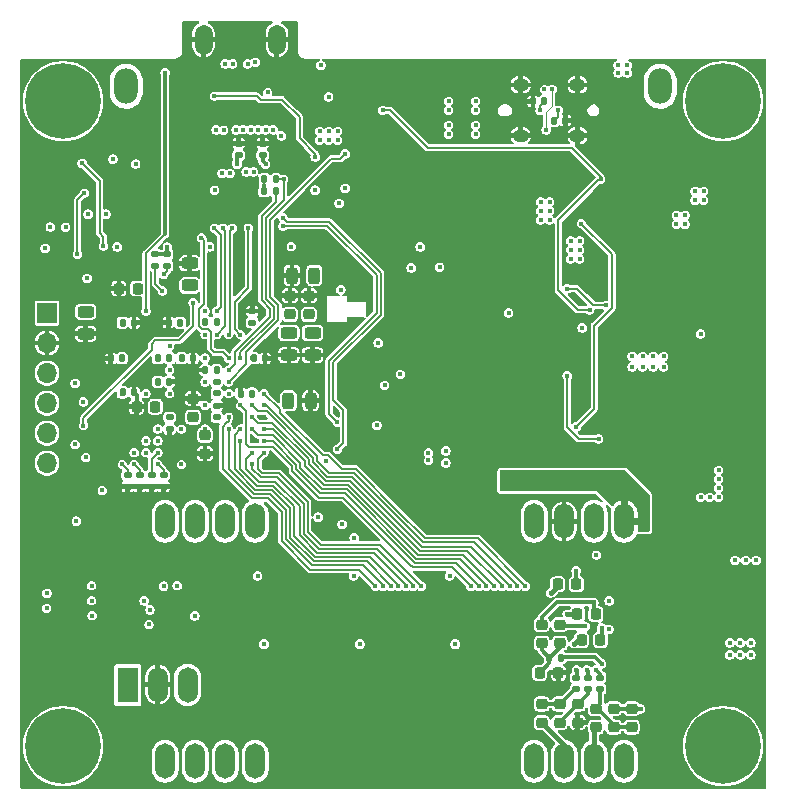
<source format=gbr>
%TF.GenerationSoftware,KiCad,Pcbnew,9.0.6*%
%TF.CreationDate,2025-12-06T17:10:21+01:00*%
%TF.ProjectId,hd_64_v0,68645f36-345f-4763-902e-6b696361645f,0.3*%
%TF.SameCoordinates,PX4737720PY55fe290*%
%TF.FileFunction,Copper,L6,Bot*%
%TF.FilePolarity,Positive*%
%FSLAX46Y46*%
G04 Gerber Fmt 4.6, Leading zero omitted, Abs format (unit mm)*
G04 Created by KiCad (PCBNEW 9.0.6) date 2025-12-06 17:10:21*
%MOMM*%
%LPD*%
G01*
G04 APERTURE LIST*
G04 Aperture macros list*
%AMRoundRect*
0 Rectangle with rounded corners*
0 $1 Rounding radius*
0 $2 $3 $4 $5 $6 $7 $8 $9 X,Y pos of 4 corners*
0 Add a 4 corners polygon primitive as box body*
4,1,4,$2,$3,$4,$5,$6,$7,$8,$9,$2,$3,0*
0 Add four circle primitives for the rounded corners*
1,1,$1+$1,$2,$3*
1,1,$1+$1,$4,$5*
1,1,$1+$1,$6,$7*
1,1,$1+$1,$8,$9*
0 Add four rect primitives between the rounded corners*
20,1,$1+$1,$2,$3,$4,$5,0*
20,1,$1+$1,$4,$5,$6,$7,0*
20,1,$1+$1,$6,$7,$8,$9,0*
20,1,$1+$1,$8,$9,$2,$3,0*%
G04 Aperture macros list end*
%TA.AperFunction,ComponentPad*%
%ADD10O,2.000000X3.000000*%
%TD*%
%TA.AperFunction,ComponentPad*%
%ADD11C,6.400000*%
%TD*%
%TA.AperFunction,ComponentPad*%
%ADD12O,1.346200X1.092200*%
%TD*%
%TA.AperFunction,ComponentPad*%
%ADD13O,1.700000X3.000000*%
%TD*%
%TA.AperFunction,ComponentPad*%
%ADD14O,1.500000X2.550000*%
%TD*%
%TA.AperFunction,ComponentPad*%
%ADD15R,1.700000X1.700000*%
%TD*%
%TA.AperFunction,ComponentPad*%
%ADD16O,1.700000X1.700000*%
%TD*%
%TA.AperFunction,ComponentPad*%
%ADD17R,1.700000X3.000000*%
%TD*%
%TA.AperFunction,SMDPad,CuDef*%
%ADD18RoundRect,0.243750X-0.456250X0.243750X-0.456250X-0.243750X0.456250X-0.243750X0.456250X0.243750X0*%
%TD*%
%TA.AperFunction,SMDPad,CuDef*%
%ADD19RoundRect,0.147500X-0.147500X-0.172500X0.147500X-0.172500X0.147500X0.172500X-0.147500X0.172500X0*%
%TD*%
%TA.AperFunction,SMDPad,CuDef*%
%ADD20RoundRect,0.147500X0.172500X-0.147500X0.172500X0.147500X-0.172500X0.147500X-0.172500X-0.147500X0*%
%TD*%
%TA.AperFunction,SMDPad,CuDef*%
%ADD21RoundRect,0.147500X-0.172500X0.147500X-0.172500X-0.147500X0.172500X-0.147500X0.172500X0.147500X0*%
%TD*%
%TA.AperFunction,SMDPad,CuDef*%
%ADD22RoundRect,0.147500X0.147500X0.172500X-0.147500X0.172500X-0.147500X-0.172500X0.147500X-0.172500X0*%
%TD*%
%TA.AperFunction,SMDPad,CuDef*%
%ADD23RoundRect,0.218750X-0.256250X0.218750X-0.256250X-0.218750X0.256250X-0.218750X0.256250X0.218750X0*%
%TD*%
%TA.AperFunction,SMDPad,CuDef*%
%ADD24RoundRect,0.218750X-0.218750X-0.256250X0.218750X-0.256250X0.218750X0.256250X-0.218750X0.256250X0*%
%TD*%
%TA.AperFunction,SMDPad,CuDef*%
%ADD25RoundRect,0.218750X0.218750X0.256250X-0.218750X0.256250X-0.218750X-0.256250X0.218750X-0.256250X0*%
%TD*%
%TA.AperFunction,SMDPad,CuDef*%
%ADD26RoundRect,0.243750X0.243750X0.456250X-0.243750X0.456250X-0.243750X-0.456250X0.243750X-0.456250X0*%
%TD*%
%TA.AperFunction,SMDPad,CuDef*%
%ADD27RoundRect,0.218750X0.256250X-0.218750X0.256250X0.218750X-0.256250X0.218750X-0.256250X-0.218750X0*%
%TD*%
%TA.AperFunction,SMDPad,CuDef*%
%ADD28RoundRect,0.243750X0.456250X-0.243750X0.456250X0.243750X-0.456250X0.243750X-0.456250X-0.243750X0*%
%TD*%
%TA.AperFunction,SMDPad,CuDef*%
%ADD29RoundRect,0.243750X-0.243750X-0.456250X0.243750X-0.456250X0.243750X0.456250X-0.243750X0.456250X0*%
%TD*%
%TA.AperFunction,ViaPad*%
%ADD30C,0.400000*%
%TD*%
%TA.AperFunction,ViaPad*%
%ADD31C,0.450000*%
%TD*%
%TA.AperFunction,Conductor*%
%ADD32C,0.300000*%
%TD*%
%TA.AperFunction,Conductor*%
%ADD33C,0.200000*%
%TD*%
%TA.AperFunction,Conductor*%
%ADD34C,1.000000*%
%TD*%
%TA.AperFunction,Conductor*%
%ADD35C,0.400000*%
%TD*%
%TA.AperFunction,Conductor*%
%ADD36C,0.120000*%
%TD*%
G04 APERTURE END LIST*
D10*
X54356000Y59690000D03*
D11*
X59690000Y3810000D03*
D12*
X47358000Y55507999D03*
X42558000Y55507999D03*
X47358000Y59808001D03*
X42558000Y59808001D03*
D13*
X20066000Y2540000D03*
X17526000Y2540000D03*
X14986000Y2540000D03*
X12446000Y2540000D03*
D11*
X59690000Y58420000D03*
D13*
X51308000Y22860000D03*
X48768000Y22860000D03*
X46228000Y22860000D03*
X43688000Y22860000D03*
D10*
X9144000Y59690000D03*
D14*
X21896000Y63627000D03*
X15696000Y63627000D03*
D13*
X51308000Y2540000D03*
X48768000Y2540000D03*
X46228000Y2540000D03*
X43688000Y2540000D03*
D11*
X3810000Y3810000D03*
D15*
X2438000Y40488000D03*
D16*
X2438000Y37948000D03*
X2438000Y35408000D03*
X2438000Y32868000D03*
X2438000Y30328000D03*
X2438000Y27788000D03*
D13*
X20066000Y22860000D03*
X17526000Y22860000D03*
X14986000Y22860000D03*
X12446000Y22860000D03*
D17*
X9271000Y9017000D03*
D13*
X11811000Y9017000D03*
X14351000Y9017000D03*
D11*
X3810000Y58420000D03*
D18*
X24924000Y38807500D03*
X24924000Y36932500D03*
D19*
X45362000Y56769000D03*
X46332000Y56769000D03*
X15839000Y35670000D03*
X16809000Y35670000D03*
X18839000Y33670000D03*
X19809000Y33670000D03*
D20*
X12824000Y30685000D03*
X12824000Y31655000D03*
D21*
X12319000Y26774000D03*
X12319000Y25804000D03*
D19*
X7839000Y36670000D03*
X8809000Y36670000D03*
D22*
X20909000Y36670000D03*
X19939000Y36670000D03*
D23*
X50419000Y7010500D03*
X50419000Y5435500D03*
D21*
X47244000Y9629000D03*
X47244000Y8659000D03*
X19824000Y40655000D03*
X19824000Y39685000D03*
D22*
X12804000Y34670000D03*
X11834000Y34670000D03*
D23*
X44323000Y7391500D03*
X44323000Y5816500D03*
D22*
X12809000Y36670000D03*
X11839000Y36670000D03*
D24*
X47345500Y14986000D03*
X48920500Y14986000D03*
D20*
X18669000Y53871000D03*
X18669000Y54841000D03*
D21*
X11624000Y45455000D03*
X11624000Y44485000D03*
D25*
X10111500Y42570000D03*
X8536500Y42570000D03*
X11611500Y32570000D03*
X10036500Y32570000D03*
D24*
X45694500Y17526000D03*
X47269500Y17526000D03*
D21*
X9271000Y26774000D03*
X9271000Y25804000D03*
X49276000Y9629000D03*
X49276000Y8659000D03*
X10287000Y26774000D03*
X10287000Y25804000D03*
D18*
X22924000Y38807500D03*
X22924000Y36932500D03*
D26*
X25061500Y43670000D03*
X23186500Y43670000D03*
D22*
X14809000Y36670000D03*
X13839000Y36670000D03*
X9809000Y33770000D03*
X8839000Y33770000D03*
D20*
X20701000Y53871000D03*
X20701000Y54841000D03*
D27*
X23024000Y40382500D03*
X23024000Y41957500D03*
D23*
X45847000Y14122500D03*
X45847000Y12547500D03*
X51943000Y7010500D03*
X51943000Y5435500D03*
D22*
X9809000Y39670000D03*
X8839000Y39670000D03*
D24*
X47726500Y12827000D03*
X49301500Y12827000D03*
D21*
X11303000Y26774000D03*
X11303000Y25804000D03*
D19*
X44981000Y11303000D03*
X45951000Y11303000D03*
D18*
X5724000Y40607500D03*
X5724000Y38732500D03*
D27*
X24624000Y40382500D03*
X24624000Y41957500D03*
D21*
X12624000Y45455000D03*
X12624000Y44485000D03*
D23*
X48895000Y7010500D03*
X48895000Y5435500D03*
D19*
X20851000Y51816000D03*
X21821000Y51816000D03*
D27*
X45847000Y5816500D03*
X45847000Y7391500D03*
D21*
X16824000Y34655000D03*
X16824000Y33685000D03*
D22*
X16809000Y39770000D03*
X15839000Y39770000D03*
X44554000Y58420000D03*
X43584000Y58420000D03*
D19*
X12739000Y39670000D03*
X13709000Y39670000D03*
D23*
X44323000Y14122500D03*
X44323000Y12547500D03*
D28*
X14524000Y42832500D03*
X14524000Y44707500D03*
D27*
X47371000Y5816500D03*
X47371000Y7391500D03*
D21*
X48260000Y9629000D03*
X48260000Y8659000D03*
X16824000Y32655000D03*
X16824000Y31685000D03*
D29*
X22886500Y33070000D03*
X24761500Y33070000D03*
D27*
X14824000Y31682500D03*
X14824000Y33257500D03*
D19*
X20839000Y50800000D03*
X21809000Y50800000D03*
D23*
X15824000Y30157500D03*
X15824000Y28582500D03*
D24*
X44170500Y10033000D03*
X45745500Y10033000D03*
D30*
X52578000Y29718000D03*
X37973000Y25273000D03*
X45212000Y55626000D03*
X30607000Y54737000D03*
X36924000Y1270000D03*
X14859000Y16510000D03*
X20193000Y8890000D03*
X6624000Y25070000D03*
X54483000Y57277000D03*
X16637000Y20828000D03*
X16124000Y56170000D03*
X16637000Y15367000D03*
X30607000Y56642000D03*
X16637000Y18542000D03*
X25527000Y35814000D03*
X32624000Y1270000D03*
X5724000Y33570000D03*
X14824000Y29670000D03*
X34824000Y13370000D03*
X43180000Y10033000D03*
X16256000Y1397000D03*
X62484000Y8763000D03*
X49149000Y49784000D03*
X52832000Y44577000D03*
X18923000Y43180000D03*
X21524000Y17270000D03*
X6731000Y14478000D03*
X30607000Y55753000D03*
X14351000Y11303000D03*
X21590000Y5334000D03*
X23624000Y44970000D03*
X52114000Y52705000D03*
X42164000Y22860000D03*
X17624000Y51770000D03*
X51435000Y30353000D03*
X12824000Y29670000D03*
X22606000Y52705000D03*
X9974000Y52390000D03*
X19177000Y56769000D03*
X16256000Y44704000D03*
X41148000Y24384000D03*
X35179000Y31623000D03*
X41275000Y16764000D03*
X20024000Y16670000D03*
X6731000Y19177000D03*
X34524000Y9270000D03*
X15524000Y57390000D03*
X37211000Y32893000D03*
X48641000Y13716000D03*
X21463000Y19431000D03*
X59436000Y18669000D03*
X51689000Y53213000D03*
X31877000Y16764000D03*
X27813000Y16764000D03*
X57404000Y17907000D03*
X12824000Y30670000D03*
X62484000Y9779000D03*
X31924000Y39370000D03*
X44929342Y42276671D03*
X6424000Y37670000D03*
X29624000Y17170000D03*
X53213000Y51816000D03*
X48514000Y10795000D03*
X37668886Y22002827D03*
X46482000Y53086000D03*
X41275000Y20320000D03*
X5324000Y44930000D03*
X6223000Y18034000D03*
X30607000Y51943000D03*
X44577000Y17272000D03*
X59182000Y43942000D03*
X45945342Y15254329D03*
X17824000Y37670000D03*
X50546000Y39370000D03*
X18415000Y20828000D03*
X12446000Y20828000D03*
X42545000Y16764000D03*
X31024000Y28470000D03*
X36322000Y9525000D03*
X25724000Y33870000D03*
X33528000Y36576000D03*
X6384000Y53110000D03*
X42926000Y19304000D03*
X7824000Y36670000D03*
X8724000Y50570000D03*
X38124000Y45570000D03*
X52832000Y43053000D03*
X38862000Y48514000D03*
X40640000Y6985000D03*
X33824000Y32570000D03*
X32258000Y29845000D03*
X50292000Y29718000D03*
X5024000Y12770000D03*
X39497000Y52451000D03*
X16524000Y53270000D03*
X9525000Y16891000D03*
X50624000Y13770000D03*
X34544000Y48768000D03*
X59944000Y34290000D03*
X45466000Y53086000D03*
X40005000Y16764000D03*
X22352000Y57531000D03*
X16637000Y11303000D03*
X10824000Y30670000D03*
X52070000Y16764000D03*
X13824000Y29670000D03*
X35433000Y24130000D03*
X33147000Y58801000D03*
X11824000Y31670000D03*
X61595000Y39751000D03*
X58928000Y14859000D03*
X20824000Y31670000D03*
X12824000Y28670000D03*
X26524000Y29591000D03*
X28067000Y32893000D03*
X50546000Y40005000D03*
X14351000Y26289000D03*
X25146000Y22606000D03*
X18415000Y9906000D03*
X28575000Y7366000D03*
X10541000Y46355000D03*
X29845000Y51943000D03*
X9824000Y33670000D03*
X8255000Y42291000D03*
X22724000Y36770000D03*
X16989342Y61326671D03*
X42524000Y13670000D03*
X7824000Y40670000D03*
X59436000Y22352000D03*
X8763000Y5461000D03*
X2624000Y20970000D03*
X7804000Y46400000D03*
X24765000Y56007000D03*
X38735000Y16764000D03*
X12824000Y36670000D03*
X33401000Y27686000D03*
X38989000Y43180000D03*
X12324000Y43070000D03*
X7824000Y31670000D03*
D31*
X26924000Y54070000D03*
D30*
X14824000Y30670000D03*
X13824000Y31670000D03*
D31*
X20824000Y40670000D03*
D30*
X30480000Y26162000D03*
X25324000Y36770000D03*
X37624000Y17170000D03*
X37719000Y40259000D03*
X45339000Y32639000D03*
X56261000Y54102000D03*
X59436000Y20574000D03*
X30226000Y45720000D03*
X21684000Y28260000D03*
X18415000Y7112000D03*
X22987000Y14351000D03*
X33528000Y58166000D03*
X14351000Y61468000D03*
X52705000Y33274000D03*
X3429000Y34163000D03*
X52705000Y34798000D03*
X24964000Y30070000D03*
X34417000Y16764000D03*
X8824000Y29670000D03*
X47498000Y1270000D03*
X12319000Y19304000D03*
X55880000Y29718000D03*
X18415000Y15367000D03*
X12824000Y39670000D03*
X43942000Y39878000D03*
X13081000Y58570000D03*
X35362000Y38664000D03*
X22225000Y56261000D03*
X24324000Y35270000D03*
X23324000Y37170000D03*
X42418000Y5461000D03*
X26824000Y11470000D03*
X52832000Y43815000D03*
X51943000Y34036000D03*
X18824000Y39670000D03*
X4324000Y24670000D03*
X23876000Y31369000D03*
X32893000Y3170000D03*
X46863000Y42037000D03*
X16637000Y8382000D03*
X49657000Y53721000D03*
X59690000Y13589000D03*
X9525000Y43815000D03*
X31024000Y32770000D03*
X40259000Y21463000D03*
X8034000Y54240000D03*
X6858000Y42418000D03*
X59436000Y21463000D03*
X44958000Y1270000D03*
X30607000Y16764000D03*
X29824000Y41770000D03*
X11104000Y49230000D03*
X28524000Y49870000D03*
X46609000Y10287000D03*
X14824000Y28670000D03*
X55245000Y39243000D03*
X5024000Y37670000D03*
X11430000Y25146000D03*
X35524000Y12370000D03*
X27148359Y23134726D03*
X61722000Y30988000D03*
X16824000Y36670000D03*
X23876000Y6985000D03*
X33909000Y58801000D03*
X7724000Y25908000D03*
X27686000Y50419000D03*
X15024000Y44770000D03*
X51943000Y33274000D03*
X14824000Y36670000D03*
X47244000Y5080000D03*
X49414000Y50870000D03*
X14097000Y56261000D03*
X13970000Y52705000D03*
X13716000Y60198000D03*
X51816000Y29718000D03*
X61595000Y48133000D03*
X25400000Y24257000D03*
X51816000Y39370000D03*
X51181000Y40005000D03*
X35560000Y52451000D03*
X26670000Y56769000D03*
X41656000Y46228000D03*
X20824000Y27670000D03*
X5946835Y27712912D03*
X19658833Y51920426D03*
X15024000Y4572000D03*
X4024000Y50113000D03*
X47498000Y24003000D03*
X3429000Y29083000D03*
X6364000Y50650000D03*
X19177000Y53213000D03*
X52070000Y44577000D03*
X29337000Y38100000D03*
X3810000Y26543000D03*
X36524000Y3170000D03*
X14124000Y54570000D03*
X55753000Y6604000D03*
X31369000Y6985000D03*
X58928000Y15621000D03*
X21124000Y50070000D03*
X58293000Y17907000D03*
X21924000Y53170000D03*
X52705000Y34036000D03*
X13824000Y37670000D03*
X27686000Y3170000D03*
X51943000Y34798000D03*
X55626000Y43815000D03*
X10541000Y15494000D03*
X51943000Y10287000D03*
X50673000Y8128000D03*
X35433000Y36251000D03*
X52578000Y8001000D03*
X52070000Y43815000D03*
X50038000Y10795000D03*
X7824000Y27670000D03*
X27813000Y38989000D03*
X30353000Y48260000D03*
X57277000Y7620000D03*
X33147000Y16764000D03*
X13335000Y51943000D03*
X26924000Y32131000D03*
X30734000Y1270000D03*
X59055000Y52832000D03*
X39370000Y35052000D03*
X35052000Y46101000D03*
X59436000Y19685000D03*
X18824000Y31670000D03*
X17794329Y62131658D03*
X49657000Y4699000D03*
X18824000Y33670000D03*
X28448000Y9144000D03*
X27813000Y21717000D03*
X4318000Y9652000D03*
X44704000Y36703000D03*
X1270000Y15240000D03*
X14478000Y13081000D03*
X7124000Y22270000D03*
X54737000Y2667000D03*
X12824000Y32670000D03*
X17024000Y48270000D03*
X47371000Y11938000D03*
X26797000Y46101000D03*
X24424000Y44970000D03*
X45466000Y37211000D03*
X39024000Y26570000D03*
X16824000Y32670000D03*
X37973000Y43434000D03*
X11274000Y56000000D03*
X48768000Y19304000D03*
X51054000Y29718000D03*
X27305000Y1143000D03*
X31369000Y51943000D03*
X33274000Y31623000D03*
X38924000Y30070000D03*
X20701000Y61849000D03*
X50038000Y8128000D03*
X16824000Y39670000D03*
X44958000Y24003000D03*
X24384000Y57785000D03*
X15824000Y37670000D03*
X34417000Y7112000D03*
X3429000Y31623000D03*
X13462000Y49270000D03*
X58928000Y16383000D03*
X27524000Y43070000D03*
X5724000Y37670000D03*
X8324000Y20170000D03*
X49286563Y16261433D03*
X27432000Y57658000D03*
X39124000Y44770000D03*
X32258000Y42418000D03*
X15824000Y27670000D03*
X54991000Y23622000D03*
X16637000Y6223000D03*
X15824000Y33670000D03*
X11444000Y53420000D03*
X41529000Y34290000D03*
X1824000Y22570000D03*
X23024000Y41970000D03*
X3424000Y23870000D03*
X12424000Y4572000D03*
X22924000Y43270000D03*
X30988000Y35306000D03*
X42926000Y11811000D03*
X50038000Y47752000D03*
X15824000Y35670000D03*
X18796000Y61976000D03*
X51181000Y39370000D03*
X16637000Y42799000D03*
X23424000Y43670000D03*
X19824000Y29670000D03*
X49022000Y48641000D03*
X20024000Y20828000D03*
X41910000Y42164000D03*
X20824000Y36670000D03*
X54229000Y29718000D03*
X52070000Y43053000D03*
X14986000Y20828000D03*
X16824000Y34670000D03*
X12824000Y27670000D03*
X21724000Y37870000D03*
X1905000Y12954000D03*
X55499000Y26416000D03*
X46609000Y18923000D03*
X8763000Y15367000D03*
X15875000Y25908000D03*
X18796000Y1397000D03*
X58928000Y17145000D03*
X22479000Y1270000D03*
X33528000Y37338000D03*
X10824000Y37670000D03*
X19824000Y48270000D03*
X25024000Y15970000D03*
X43307000Y7112000D03*
X51816000Y40005000D03*
X45974000Y52578000D03*
X10911450Y13553128D03*
X38024000Y28870000D03*
X45847000Y9017000D03*
X42926000Y51943000D03*
X26624000Y13470000D03*
X9271000Y55626000D03*
X34624000Y33670000D03*
X38024000Y27770000D03*
X50038000Y1270000D03*
X44831000Y47498000D03*
X6350000Y16764000D03*
X9124000Y46870000D03*
X15824000Y31670000D03*
X5824000Y30370000D03*
X14624000Y45970000D03*
X1778000Y43053000D03*
X21909502Y48178699D03*
X42799000Y31242000D03*
X27424000Y36270000D03*
X2721000Y51076501D03*
X52578000Y53213000D03*
X44450000Y44577000D03*
X27305000Y24130000D03*
X17724000Y48270000D03*
X31496000Y5588000D03*
X9824000Y39670000D03*
X12824000Y34670000D03*
X1651000Y18669000D03*
X18415000Y17907000D03*
X19645244Y62155448D03*
X62484000Y7874000D03*
X16637000Y50892000D03*
X54653000Y35941000D03*
X19824000Y36670000D03*
X56452000Y48768000D03*
X56452000Y48006000D03*
X51986000Y35941000D03*
X19824000Y33670000D03*
X52875000Y36830000D03*
X38735000Y56388000D03*
X27686000Y51054000D03*
X23124000Y33470000D03*
X55733000Y48006000D03*
X14963000Y14859000D03*
X23024000Y40370000D03*
X2436000Y16764000D03*
X10124000Y42570000D03*
X12624000Y46070000D03*
X54653000Y36830000D03*
X26058000Y27940000D03*
D31*
X28924000Y12470000D03*
D30*
X13824000Y39670000D03*
X22624000Y33070000D03*
X4826000Y34544000D03*
D31*
X20824000Y12470000D03*
D30*
X41529000Y40513000D03*
X5324000Y40370000D03*
X8824000Y33670000D03*
X52875000Y35941000D03*
X12324000Y17370000D03*
X5924000Y48870000D03*
X5724000Y40870000D03*
X23124000Y32670000D03*
X36218000Y28829000D03*
X28404000Y18244000D03*
X51986000Y36830000D03*
X2286000Y45974000D03*
X25146000Y50892000D03*
X19824000Y39670000D03*
X6124000Y40370000D03*
X27178000Y49784000D03*
X36449000Y56388000D03*
X30376000Y30988000D03*
X2413000Y15494000D03*
X15824000Y39670000D03*
X5842000Y43434000D03*
D31*
X37024000Y12470000D03*
D30*
X36532000Y18244000D03*
X7424000Y48870000D03*
X8824000Y36670000D03*
X55733000Y48768000D03*
X4024000Y47770000D03*
X24424000Y40570000D03*
X2721000Y47774501D03*
X8382000Y46101000D03*
X36449000Y55626000D03*
X20276000Y18244000D03*
X4826000Y29370000D03*
X13462000Y17410000D03*
X53764000Y36830000D03*
X53764000Y35941000D03*
X8824000Y39670000D03*
X38735000Y55626000D03*
X34739500Y28661000D03*
X20824000Y51270000D03*
X4924000Y22870000D03*
X25527000Y55880000D03*
X26289000Y55118000D03*
X27051000Y55118000D03*
X26289000Y55880000D03*
X20955000Y53086000D03*
X25527000Y55118000D03*
X27051000Y55880000D03*
X18542000Y53086000D03*
X22285000Y55499000D03*
X44239000Y49149000D03*
X14924000Y43070000D03*
X23124000Y46117000D03*
X11824000Y34670000D03*
X44239000Y48387000D03*
X14124000Y43070000D03*
X11824000Y32670000D03*
X47688500Y48069500D03*
X16224000Y46101000D03*
X11824000Y36670000D03*
X45001000Y49149000D03*
X14524000Y42570000D03*
X12824000Y37670000D03*
X45001000Y48387000D03*
X44239000Y49911000D03*
X47244000Y30861000D03*
X45001000Y49911000D03*
X28448000Y21463000D03*
X30252000Y17370000D03*
X17824000Y31670000D03*
X30889712Y17371840D03*
X17824000Y30670000D03*
X31552000Y17370000D03*
X18824000Y30670000D03*
X32202000Y17370000D03*
X18824000Y29670000D03*
X32827003Y17370000D03*
X19824000Y28670000D03*
X33452006Y17370000D03*
X19824000Y27670000D03*
X20824000Y28670000D03*
X34124000Y17370000D03*
X18824000Y32670000D03*
X38324000Y17370000D03*
X20824000Y29670000D03*
X39024000Y17370000D03*
X19824000Y30670000D03*
X39649003Y17370000D03*
X40324000Y17370000D03*
X20824000Y30670000D03*
X40949003Y17370000D03*
X19824000Y31670000D03*
X19824000Y32670000D03*
X41624000Y17370000D03*
X42249003Y17370000D03*
X20824000Y32670000D03*
X42924000Y17370000D03*
X20824000Y33670000D03*
X36218000Y27813000D03*
X35687000Y44368000D03*
X62032500Y12573000D03*
X60254500Y11557000D03*
X34739500Y28011000D03*
X61143500Y11557000D03*
X34036000Y46101000D03*
X30480000Y37973000D03*
X50038000Y16129000D03*
X32359500Y35301000D03*
X31024000Y34370000D03*
X62032500Y11557000D03*
X60254500Y12573000D03*
X52705000Y6985000D03*
X33274000Y44323000D03*
X50026529Y13714943D03*
X61143500Y12573000D03*
X16624000Y58870000D03*
X25146000Y53721000D03*
X17824000Y36670000D03*
X15524000Y46870000D03*
X16824000Y40670000D03*
X16624000Y47670000D03*
X17324000Y47670000D03*
X16824000Y38670000D03*
X18124000Y47662893D03*
X17824000Y38670000D03*
X19485000Y47670000D03*
X18824000Y38670000D03*
X27028000Y31242000D03*
X22424000Y47870000D03*
X22424000Y48570000D03*
X27028000Y28956000D03*
X22479000Y51816000D03*
X18824000Y36670000D03*
X17824000Y35670000D03*
X21809000Y50800000D03*
X20066000Y61722000D03*
X21590000Y56007000D03*
X19431000Y61595000D03*
X20955000Y56007000D03*
X20320000Y56007000D03*
X19939000Y52451000D03*
X19304000Y52451000D03*
X19685000Y56007000D03*
X19050000Y56016119D03*
X18161000Y61595000D03*
X17526000Y61595000D03*
X18450094Y56005350D03*
X17922875Y52324000D03*
X17399000Y55982750D03*
X16764000Y56007000D03*
X17272000Y52324000D03*
X17824000Y33670000D03*
X27324000Y42470000D03*
X11824000Y28670000D03*
X11824000Y27670000D03*
X46779000Y45847000D03*
X47541000Y45085000D03*
X16824000Y35670000D03*
X24524000Y38670000D03*
X46779000Y45085000D03*
X15824000Y34670000D03*
X15824000Y32670000D03*
X16824000Y31670000D03*
X22924000Y39070000D03*
X15824000Y30670000D03*
X14824000Y31670000D03*
X24824000Y43270000D03*
X47541000Y46609000D03*
X12824000Y33670000D03*
X22524000Y38570000D03*
X16824000Y33670000D03*
X47541000Y45847000D03*
X25324000Y43670000D03*
X46779000Y46609000D03*
X13824000Y36670000D03*
X24924000Y39070000D03*
X12824000Y31670000D03*
X13824000Y30670000D03*
X15824000Y36670000D03*
X12824000Y35670000D03*
X9824000Y27670000D03*
X42037000Y26416000D03*
X42037000Y25781000D03*
X43307000Y25781000D03*
X42672000Y26416000D03*
X41402000Y25781000D03*
X43307000Y26416000D03*
X42672000Y25781000D03*
X41402000Y26416000D03*
X5614000Y50660000D03*
X5024000Y45470000D03*
X49149000Y29845000D03*
X46482000Y35179000D03*
X48895000Y10287000D03*
X48133000Y10287000D03*
X47272658Y10301329D03*
X5524000Y32970000D03*
X15824000Y40670000D03*
X5524000Y30970000D03*
X14824000Y41370000D03*
X5724000Y28270000D03*
X15824000Y38670000D03*
X49319000Y51816000D03*
X30861000Y57658000D03*
X48387000Y40767000D03*
X46482000Y14986000D03*
X48753000Y15987000D03*
X45085000Y16789500D03*
X49403000Y10795000D03*
X47053500Y12509500D03*
X47244000Y18669000D03*
X12324000Y43770000D03*
X6268997Y14870000D03*
X11824000Y30670000D03*
X12219022Y42370000D03*
X10668000Y16129000D03*
X11824000Y29670000D03*
X6223000Y17410000D03*
X10824000Y29670000D03*
X11168000Y15367000D03*
X13824000Y27670000D03*
X10824000Y28670000D03*
X11080750Y14128750D03*
X9824000Y28670000D03*
X6223000Y16140000D03*
X25624000Y61468000D03*
X57785000Y24892000D03*
X59309000Y24892000D03*
X21124000Y59170000D03*
X50800000Y61468000D03*
X50800000Y60833000D03*
X59309000Y26416000D03*
X51562000Y61468000D03*
X51562000Y60833000D03*
X59309000Y27178000D03*
X26289000Y58801000D03*
X59309000Y25654000D03*
X58547000Y24892000D03*
X58039000Y50800000D03*
X57320000Y50800000D03*
X60706000Y19558000D03*
X38735000Y57658000D03*
X36449000Y57658000D03*
X47752000Y39243000D03*
X36449000Y58420000D03*
X57785000Y38735000D03*
X38735000Y58420000D03*
X61595000Y19558000D03*
X62484000Y19558000D03*
X57320000Y50038000D03*
X58039000Y50038000D03*
X7124000Y25470000D03*
X10824000Y33670000D03*
X49784000Y41148000D03*
X46482000Y42545000D03*
X7224000Y46170000D03*
X5424000Y53170000D03*
X8029000Y53520000D03*
X45212000Y59436000D03*
X44704000Y56007000D03*
X9959000Y53110000D03*
X44564000Y59420000D03*
X10824000Y40670000D03*
X12446000Y60858500D03*
X45720000Y57658000D03*
X44196000Y57658000D03*
X8824000Y27670000D03*
X27686000Y53975000D03*
X17824000Y34670000D03*
X27432000Y22606000D03*
X25400000Y23206003D03*
X48958500Y20002500D03*
X48006000Y13970000D03*
X49403000Y13843000D03*
D32*
X9909000Y33670000D02*
X9824000Y33670000D01*
X10036500Y33542500D02*
X9909000Y33670000D01*
X15824000Y28582500D02*
X15824000Y27670000D01*
X10036500Y32570000D02*
X10036500Y33542500D01*
X9824000Y33670000D02*
X9824000Y33755000D01*
X9824000Y33755000D02*
X9809000Y33770000D01*
D33*
X20851000Y51297000D02*
X20851000Y51816000D01*
X20824000Y51270000D02*
X20851000Y51297000D01*
X20824000Y50815000D02*
X20839000Y50800000D01*
D32*
X12624000Y45455000D02*
X12624000Y46070000D01*
D33*
X20824000Y51270000D02*
X20824000Y50815000D01*
D32*
X11624000Y45455000D02*
X12624000Y45455000D01*
X18542000Y53744000D02*
X18669000Y53871000D01*
X18542000Y53086000D02*
X18542000Y53744000D01*
X20955000Y53086000D02*
X20701000Y53340000D01*
X20701000Y53340000D02*
X20701000Y53871000D01*
D33*
X18542000Y53086000D02*
X18415000Y53213000D01*
X48768000Y39424893D02*
X50284000Y40940893D01*
X48768000Y32385000D02*
X48768000Y39424893D01*
X50284000Y45474000D02*
X47688500Y48069500D01*
X47244000Y30861000D02*
X48768000Y32385000D01*
X50284000Y40940893D02*
X50284000Y45474000D01*
X24734050Y18770000D02*
X22324000Y21180050D01*
X17324000Y27300151D02*
X17324000Y30877107D01*
X17624000Y31170000D02*
X17824000Y31370000D01*
X17324000Y30877107D02*
X17616893Y31170000D01*
X21185078Y24824000D02*
X19800151Y24824000D01*
X22324000Y21180050D02*
X22324000Y23685078D01*
X19800151Y24824000D02*
X17324000Y27300151D01*
X17824000Y31370000D02*
X17824000Y31670000D01*
X17616893Y31170000D02*
X17624000Y31170000D01*
X22324000Y23685078D02*
X21185078Y24824000D01*
X30252000Y17370000D02*
X28852000Y18770000D01*
X28852000Y18770000D02*
X24734050Y18770000D01*
X22674000Y21325026D02*
X22674000Y23830052D01*
X30889712Y17439395D02*
X29209107Y19120000D01*
X29209107Y19120000D02*
X24879026Y19120000D01*
X22674000Y23830052D02*
X21330052Y25174000D01*
X17824000Y27295126D02*
X17824000Y30670000D01*
X30889712Y17371840D02*
X30889712Y17439395D01*
X21330052Y25174000D02*
X19945126Y25174000D01*
X24879026Y19120000D02*
X22674000Y21325026D01*
X19945126Y25174000D02*
X17824000Y27295126D01*
X18324000Y30170000D02*
X18824000Y30670000D01*
X18324000Y27290101D02*
X18324000Y30170000D01*
X23024000Y23975026D02*
X21475026Y25524000D01*
X31552000Y17416659D02*
X29498659Y19470000D01*
X31552000Y17370000D02*
X31552000Y17416659D01*
X20090101Y25524000D02*
X18324000Y27290101D01*
X25024000Y19470000D02*
X23024000Y21470000D01*
X29498659Y19470000D02*
X25024000Y19470000D01*
X21475026Y25524000D02*
X20090101Y25524000D01*
X23024000Y21470000D02*
X23024000Y23975026D01*
X23374000Y24120000D02*
X21620000Y25874000D01*
X23374000Y21614974D02*
X23374000Y24120000D01*
X25168974Y19820000D02*
X23374000Y21614974D01*
X21620000Y25874000D02*
X20235076Y25874000D01*
X32202000Y17427107D02*
X29809107Y19820000D01*
X32202000Y17370000D02*
X32202000Y17427107D01*
X18824000Y27285076D02*
X18824000Y29670000D01*
X29809107Y19820000D02*
X25168974Y19820000D01*
X20235076Y25874000D02*
X18824000Y27285076D01*
X20380051Y26224000D02*
X19321487Y27282564D01*
X19321487Y27282564D02*
X19321487Y28167487D01*
X23824000Y24170000D02*
X21770000Y26224000D01*
X23824000Y21670000D02*
X23824000Y24170000D01*
X19321487Y28167487D02*
X19824000Y28670000D01*
X21770000Y26224000D02*
X20380051Y26224000D01*
X32827003Y17452104D02*
X30109107Y20170000D01*
X32827003Y17370000D02*
X32827003Y17452104D01*
X30109107Y20170000D02*
X25324000Y20170000D01*
X25324000Y20170000D02*
X23824000Y21670000D01*
X33452006Y17452104D02*
X30384110Y20520000D01*
X30384110Y20520000D02*
X25468974Y20520000D01*
X24174000Y24314974D02*
X21914974Y26574000D01*
X19824000Y27275025D02*
X19824000Y27670000D01*
X20525025Y26574000D02*
X19824000Y27275025D01*
X25468974Y20520000D02*
X24174000Y21814974D01*
X21914974Y26574000D02*
X20525025Y26574000D01*
X24174000Y21814974D02*
X24174000Y24314974D01*
X33452006Y17370000D02*
X33452006Y17452104D01*
X20324000Y27270000D02*
X20324000Y28170000D01*
X22059949Y26924000D02*
X20670000Y26924000D01*
X20324000Y28170000D02*
X20824000Y28670000D01*
X24524000Y24459949D02*
X22059949Y26924000D01*
X34124000Y17370000D02*
X34124000Y17405113D01*
X30659113Y20870000D02*
X25613948Y20870000D01*
X25613948Y20870000D02*
X24524000Y21959948D01*
X34124000Y17405113D02*
X30659113Y20870000D01*
X24524000Y21959948D02*
X24524000Y24459949D01*
X20670000Y26924000D02*
X20324000Y27270000D01*
X19524000Y29170000D02*
X19324000Y29370000D01*
X19324000Y32170000D02*
X18824000Y32670000D01*
X23204000Y27117044D02*
X23204000Y27522238D01*
X33423999Y18970000D02*
X33218974Y19175026D01*
X19324000Y29370000D02*
X19324000Y32170000D01*
X36724000Y18970000D02*
X33423999Y18970000D01*
X21556238Y29170000D02*
X19524000Y29170000D01*
X33218974Y19175026D02*
X27524000Y24870000D01*
X25451044Y24870000D02*
X23204000Y27117044D01*
X27524000Y24870000D02*
X25451044Y24870000D01*
X23204000Y27522238D02*
X21556238Y29170000D01*
X38324000Y17370000D02*
X36724000Y18970000D01*
X39024000Y17370000D02*
X39024000Y17377107D01*
X33568974Y19320000D02*
X27668974Y25220000D01*
X27668974Y25220000D02*
X25596018Y25220000D01*
X23554000Y27262018D02*
X23554000Y27667212D01*
X37081107Y19320000D02*
X33568974Y19320000D01*
X21551212Y29670000D02*
X20824000Y29670000D01*
X23554000Y27667212D02*
X21551212Y29670000D01*
X25596018Y25220000D02*
X23554000Y27262018D01*
X39024000Y17377107D02*
X37081107Y19320000D01*
X27824000Y25570000D02*
X25740993Y25570000D01*
X39649003Y17370000D02*
X39649003Y17452104D01*
X20324000Y30170000D02*
X19824000Y30670000D01*
X23904000Y27406993D02*
X23904000Y27812186D01*
X33724000Y19670000D02*
X27824000Y25570000D01*
X25740993Y25570000D02*
X23904000Y27406993D01*
X23904000Y27812186D02*
X21546186Y30170000D01*
X21546186Y30170000D02*
X20324000Y30170000D01*
X37431107Y19670000D02*
X33724000Y19670000D01*
X39649003Y17452104D02*
X37431107Y19670000D01*
X27968975Y25920000D02*
X25885968Y25920000D01*
X40324000Y17370000D02*
X40324000Y17402110D01*
X25885968Y25920000D02*
X24254000Y27551968D01*
X37706110Y20020000D02*
X33868974Y20020000D01*
X33868974Y20020000D02*
X33471487Y20417488D01*
X21541160Y30670000D02*
X20824000Y30670000D01*
X24254000Y27551968D02*
X24254000Y27957160D01*
X24254000Y27957160D02*
X21541160Y30670000D01*
X40324000Y17402110D02*
X37706110Y20020000D01*
X33471487Y20417488D02*
X27968975Y25920000D01*
X28124000Y26270000D02*
X26030943Y26270000D01*
X21536134Y31170000D02*
X20324000Y31170000D01*
X20324000Y31170000D02*
X19824000Y31670000D01*
X40949003Y17370000D02*
X40949003Y17452104D01*
X38031107Y20370000D02*
X34024000Y20370000D01*
X24604000Y27696943D02*
X24604000Y28102134D01*
X34024000Y20370000D02*
X28124000Y26270000D01*
X24604000Y28102134D02*
X21536134Y31170000D01*
X40949003Y17452104D02*
X38031107Y20370000D01*
X26030943Y26270000D02*
X24604000Y27696943D01*
X41624000Y17402110D02*
X38306110Y20720000D01*
X24954000Y27841918D02*
X24954000Y28247108D01*
X31765000Y23123974D02*
X31765000Y23129000D01*
X38306110Y20720000D02*
X34168974Y20720000D01*
X26175918Y26620000D02*
X24954000Y27841918D01*
X41624000Y17370000D02*
X41624000Y17402110D01*
X34168974Y20720000D02*
X31765000Y23123974D01*
X28274000Y26620000D02*
X26175918Y26620000D01*
X21031108Y32170000D02*
X20324000Y32170000D01*
X20324000Y32170000D02*
X19824000Y32670000D01*
X31765000Y23129000D02*
X28274000Y26620000D01*
X24954000Y28247108D02*
X21031108Y32170000D01*
X34301948Y21082000D02*
X33851474Y21532474D01*
X42249003Y17370000D02*
X42249003Y17452104D01*
X42249003Y17452104D02*
X39312054Y20389054D01*
X28418974Y26970000D02*
X26320893Y26970000D01*
X38619108Y21082000D02*
X34301948Y21082000D01*
X25304000Y28392082D02*
X21026082Y32670000D01*
X26320893Y26970000D02*
X25304000Y27986893D01*
X33851474Y21532474D02*
X33851474Y21537500D01*
X25304000Y27986893D02*
X25304000Y28392082D01*
X21026082Y32670000D02*
X20824000Y32670000D01*
X33851474Y21537500D02*
X28418974Y26970000D01*
X39312054Y20389054D02*
X38619108Y21082000D01*
X28768974Y27114975D02*
X28563949Y27320000D01*
X26265107Y28440000D02*
X25774000Y28440000D01*
X42924000Y17402110D02*
X38894110Y21432000D01*
X32113948Y23770000D02*
X28768974Y27114975D01*
X38894110Y21432000D02*
X34451948Y21432000D01*
X22163000Y32051000D02*
X22163000Y32331000D01*
X25774000Y28440000D02*
X22163000Y32051000D01*
X27385107Y27320000D02*
X26265107Y28440000D01*
X28563949Y27320000D02*
X27385107Y27320000D01*
X34451948Y21432000D02*
X32113948Y23770000D01*
X42924000Y17370000D02*
X42924000Y17402110D01*
X22163000Y32331000D02*
X20824000Y33670000D01*
D32*
X52679500Y7010500D02*
X50419000Y7010500D01*
D33*
X25146000Y53990818D02*
X23824000Y55312818D01*
X25146000Y53721000D02*
X25146000Y53990818D01*
X20224000Y58870000D02*
X16624000Y58870000D01*
X23824000Y57075000D02*
X22329000Y58570000D01*
X22329000Y58570000D02*
X20524000Y58570000D01*
X23824000Y55312818D02*
X23824000Y57075000D01*
X20524000Y58570000D02*
X20224000Y58870000D01*
X15524000Y46870000D02*
X15724000Y46670000D01*
X15724000Y41277107D02*
X15294000Y40847107D01*
X15552762Y39170000D02*
X16074000Y39170000D01*
X17324000Y37170000D02*
X17824000Y36670000D01*
X15294000Y40847107D02*
X15294000Y39428762D01*
X16616893Y37170000D02*
X17324000Y37170000D01*
X15294000Y39428762D02*
X15552762Y39170000D01*
X16074000Y39170000D02*
X16324000Y38920000D01*
X15724000Y46670000D02*
X15724000Y41277107D01*
X16324000Y38920000D02*
X16324000Y37462893D01*
X16324000Y37462893D02*
X16616893Y37170000D01*
X16624000Y47670000D02*
X16824000Y47470000D01*
X17174000Y41020000D02*
X16824000Y40670000D01*
X16824000Y47462893D02*
X17174000Y47112893D01*
X17174000Y47112893D02*
X17174000Y41020000D01*
X16824000Y47470000D02*
X16824000Y47462893D01*
X17524000Y39370000D02*
X16824000Y38670000D01*
X17524000Y47470000D02*
X17524000Y39370000D01*
X17324000Y47670000D02*
X17524000Y47470000D01*
X17924000Y38770000D02*
X17824000Y38670000D01*
X17924000Y47462893D02*
X17924000Y38770000D01*
X18124000Y47662893D02*
X17924000Y47462893D01*
X19485000Y47670000D02*
X19485000Y42599000D01*
X18324000Y39170000D02*
X18824000Y38670000D01*
X19485000Y42599000D02*
X18324000Y41438000D01*
X18324000Y41438000D02*
X18324000Y39170000D01*
X26324000Y31946000D02*
X26324000Y36470975D01*
X27028000Y31242000D02*
X26324000Y31946000D01*
X22433000Y47879000D02*
X22424000Y47870000D01*
X30353000Y40499975D02*
X30353000Y43701026D01*
X30353000Y43701026D02*
X26175026Y47879000D01*
X26324000Y36470975D02*
X30353000Y40499975D01*
X26175026Y47879000D02*
X22433000Y47879000D01*
X26674000Y33143000D02*
X26674000Y36326000D01*
X26674000Y36326000D02*
X30703000Y40355000D01*
X26320001Y48229000D02*
X22772107Y48229000D01*
X22772107Y48229000D02*
X22431107Y48570000D01*
X27028000Y28956000D02*
X27528000Y29456000D01*
X27528000Y29456000D02*
X27528000Y32289000D01*
X27528000Y32289000D02*
X26674000Y33143000D01*
X30703000Y43846001D02*
X26320001Y48229000D01*
X22431107Y48570000D02*
X22424000Y48570000D01*
X30703000Y40355000D02*
X30703000Y43846001D01*
X21674000Y41022082D02*
X20974000Y41722082D01*
X18824000Y37178580D02*
X21674000Y40028580D01*
X18824000Y36670000D02*
X18824000Y37178580D01*
X22479000Y50030026D02*
X22479000Y51816000D01*
X21674000Y40028580D02*
X21674000Y41022082D01*
X20974000Y41722082D02*
X20974000Y48525026D01*
X22479000Y51816000D02*
X21821000Y51816000D01*
X20974000Y48525026D02*
X22479000Y50030026D01*
X17824000Y35670000D02*
X18324000Y36170000D01*
X18324000Y36170000D02*
X18324000Y37173554D01*
X20624000Y48670000D02*
X21824000Y49870000D01*
X18324000Y37173554D02*
X21324000Y40173554D01*
X21324000Y40173554D02*
X21324000Y40877107D01*
X21824000Y49870000D02*
X21824000Y50785000D01*
X21824000Y50785000D02*
X21809000Y50800000D01*
X20624000Y41577107D02*
X20624000Y48670000D01*
X21324000Y40877107D02*
X20624000Y41577107D01*
X11303000Y28149000D02*
X11824000Y28670000D01*
X11303000Y26774000D02*
X11303000Y28149000D01*
X12319000Y26774000D02*
X12319000Y27175000D01*
X12319000Y27175000D02*
X11824000Y27670000D01*
D32*
X15824000Y30157500D02*
X15824000Y30670000D01*
D33*
X10287000Y27207000D02*
X9824000Y27670000D01*
X10287000Y26774000D02*
X10287000Y27207000D01*
D34*
X51308000Y23510000D02*
X51308000Y22860000D01*
D33*
X5614000Y50660000D02*
X5024000Y50070000D01*
X5024000Y50070000D02*
X5024000Y45470000D01*
X46482000Y30861000D02*
X46482000Y35179000D01*
X47498000Y29845000D02*
X46482000Y30861000D01*
X49149000Y29845000D02*
X47498000Y29845000D01*
D32*
X47371000Y7391500D02*
X45847000Y5867500D01*
X45847000Y5867500D02*
X45847000Y5816500D01*
X48260000Y8659000D02*
X48260000Y8280500D01*
X48260000Y8280500D02*
X47371000Y7391500D01*
X49276000Y9906000D02*
X48895000Y10287000D01*
X49276000Y9629000D02*
X49276000Y9906000D01*
X48260000Y10160000D02*
X48133000Y10287000D01*
X48260000Y9629000D02*
X48260000Y10160000D01*
X47114500Y8659000D02*
X45847000Y7391500D01*
X47244000Y8659000D02*
X47114500Y8659000D01*
X44323000Y7391500D02*
X45847000Y7391500D01*
X45847000Y12169000D02*
X44981000Y11303000D01*
X44981000Y11303000D02*
X44981000Y10843500D01*
X44981000Y10843500D02*
X44170500Y10033000D01*
X45847000Y12547500D02*
X45847000Y12169000D01*
X44323000Y11961000D02*
X44981000Y11303000D01*
X44323000Y12547500D02*
X44323000Y11961000D01*
X47272658Y10274160D02*
X47286000Y10260818D01*
X47272658Y10301329D02*
X47272658Y10274160D01*
X47286000Y10260818D02*
X47286000Y9671000D01*
X47286000Y9671000D02*
X47244000Y9629000D01*
D33*
X14824000Y39370000D02*
X14824000Y41370000D01*
X11324000Y37405619D02*
X11324000Y37877107D01*
X13624000Y38170000D02*
X14824000Y39370000D01*
X5524000Y31605619D02*
X11324000Y37405619D01*
X11324000Y37877107D02*
X11616893Y38170000D01*
X11616893Y38170000D02*
X13624000Y38170000D01*
X5524000Y30970000D02*
X5524000Y31605619D01*
X47371000Y40767000D02*
X45720000Y42418000D01*
X31496000Y57658000D02*
X30861000Y57658000D01*
X46863000Y54483000D02*
X34671000Y54483000D01*
X34671000Y54483000D02*
X31496000Y57658000D01*
X45720000Y48332107D02*
X49203893Y51816000D01*
X48387000Y40767000D02*
X47371000Y40767000D01*
X49203893Y51816000D02*
X49319000Y51816000D01*
X45720000Y42418000D02*
X45720000Y48332107D01*
X49319000Y52027000D02*
X46863000Y54483000D01*
X49319000Y51816000D02*
X49319000Y52027000D01*
D35*
X46482000Y14986000D02*
X47345500Y14986000D01*
D32*
X48753000Y15987000D02*
X48753000Y15153500D01*
X45593000Y16002000D02*
X44323000Y14732000D01*
X48753000Y15987000D02*
X48738000Y16002000D01*
X44323000Y14732000D02*
X44323000Y14122500D01*
X48753000Y15153500D02*
X48920500Y14986000D01*
X48738000Y16002000D02*
X45593000Y16002000D01*
D35*
X45694500Y17399000D02*
X45694500Y17526000D01*
X45085000Y16789500D02*
X45694500Y17399000D01*
D32*
X49403000Y10795000D02*
X48853000Y11345000D01*
X45993000Y11345000D02*
X45951000Y11303000D01*
X48853000Y11345000D02*
X45993000Y11345000D01*
D35*
X47053500Y12509500D02*
X47371000Y12827000D01*
X47371000Y12827000D02*
X47726500Y12827000D01*
D32*
X47244000Y18669000D02*
X47244000Y17551500D01*
X47244000Y17551500D02*
X47269500Y17526000D01*
D35*
X44348500Y5816500D02*
X44323000Y5816500D01*
X46228000Y2540000D02*
X46228000Y3937000D01*
X46228000Y3937000D02*
X44348500Y5816500D01*
X48768000Y5308500D02*
X48895000Y5435500D01*
X48768000Y2540000D02*
X48768000Y5308500D01*
D33*
X12624000Y44070000D02*
X12624000Y44485000D01*
X12324000Y43770000D02*
X12624000Y44070000D01*
X11624000Y42965022D02*
X11624000Y44485000D01*
X12219022Y42370000D02*
X11624000Y42965022D01*
X11524000Y44385000D02*
X11624000Y44485000D01*
X47316107Y42545000D02*
X46482000Y42545000D01*
X48713107Y41148000D02*
X47316107Y42545000D01*
X49784000Y41148000D02*
X48713107Y41148000D01*
X7224000Y46170000D02*
X7224000Y46970000D01*
X7224000Y46970000D02*
X6894000Y47300000D01*
X6894000Y51700000D02*
X5424000Y53170000D01*
X6894000Y47300000D02*
X6894000Y51700000D01*
D36*
X45212000Y58039000D02*
X44704000Y57531000D01*
X45212000Y59436000D02*
X45212000Y58039000D01*
X44704000Y57531000D02*
X44704000Y56007000D01*
D33*
X10824000Y45541238D02*
X10824000Y40670000D01*
D32*
X12446000Y60858500D02*
X12446000Y47163238D01*
D33*
X12446000Y47163238D02*
X10824000Y45541238D01*
X45720000Y57127000D02*
X45362000Y56769000D01*
X45720000Y57658000D02*
X45720000Y57127000D01*
X44196000Y58062000D02*
X44554000Y58420000D01*
X44196000Y57658000D02*
X44196000Y58062000D01*
X9271000Y27223000D02*
X8824000Y27670000D01*
X9271000Y26774000D02*
X9271000Y27223000D01*
X21324000Y48380052D02*
X21324000Y41870000D01*
X22024000Y41170000D02*
X22024000Y39883605D01*
X27281000Y53570000D02*
X26513948Y53570000D01*
X21324000Y41870000D02*
X22024000Y41170000D01*
X19324000Y36170000D02*
X17824000Y34670000D01*
X27686000Y53975000D02*
X27281000Y53570000D01*
X26513948Y53570000D02*
X21324000Y48380052D01*
X19324000Y37183605D02*
X19324000Y36170000D01*
X22024000Y39883605D02*
X19324000Y37183605D01*
D32*
X51943000Y5435500D02*
X50419000Y5435500D01*
X49060000Y7010500D02*
X48895000Y7010500D01*
X50419000Y5435500D02*
X50419000Y5651500D01*
X50419000Y5651500D02*
X49060000Y7010500D01*
X49276000Y7391500D02*
X48895000Y7010500D01*
X49276000Y8659000D02*
X49276000Y7391500D01*
X48006000Y13970000D02*
X45999500Y13970000D01*
X45999500Y13970000D02*
X45847000Y14122500D01*
X49403000Y12928500D02*
X49301500Y12827000D01*
X49403000Y13843000D02*
X49403000Y12928500D01*
%TA.AperFunction,Conductor*%
G36*
X46763299Y15632593D02*
G01*
X46799263Y15583093D01*
X46799263Y15521907D01*
X46785203Y15494313D01*
X46783345Y15491756D01*
X46783342Y15491752D01*
X46783342Y15491751D01*
X46757255Y15440554D01*
X46713992Y15397290D01*
X46669047Y15386500D01*
X46429273Y15386500D01*
X46327413Y15359207D01*
X46327412Y15359207D01*
X46327410Y15359206D01*
X46327409Y15359206D01*
X46236089Y15306482D01*
X46161518Y15231911D01*
X46108794Y15140591D01*
X46108794Y15140590D01*
X46108793Y15140588D01*
X46108793Y15140587D01*
X46081500Y15038727D01*
X46081500Y14933273D01*
X46094402Y14885123D01*
X46091199Y14824021D01*
X46052694Y14776471D01*
X45998775Y14760500D01*
X45557751Y14760500D01*
X45459580Y14744951D01*
X45459576Y14744950D01*
X45341250Y14684659D01*
X45247341Y14590750D01*
X45187050Y14472424D01*
X45187049Y14472420D01*
X45183377Y14449232D01*
X45182781Y14445472D01*
X45155003Y14390956D01*
X45100486Y14363179D01*
X45040054Y14372751D01*
X44996790Y14416016D01*
X44987219Y14445472D01*
X44986624Y14449230D01*
X44982951Y14472420D01*
X44922658Y14590751D01*
X44870046Y14643363D01*
X44842271Y14697877D01*
X44851842Y14758309D01*
X44870049Y14783368D01*
X45709187Y15622504D01*
X45763703Y15650281D01*
X45779190Y15651500D01*
X46705108Y15651500D01*
X46763299Y15632593D01*
G37*
%TD.AperFunction*%
%TA.AperFunction,Conductor*%
G36*
X21448950Y28850593D02*
G01*
X21460763Y28840504D01*
X22874504Y27426763D01*
X22902281Y27372246D01*
X22903500Y27356759D01*
X22903500Y27077480D01*
X22923978Y27001056D01*
X22923979Y27001054D01*
X22946804Y26961522D01*
X22946805Y26961517D01*
X22946807Y26961517D01*
X22963540Y26932533D01*
X25210584Y24685489D01*
X25210583Y24685489D01*
X25266533Y24629540D01*
X25335051Y24589981D01*
X25335055Y24589979D01*
X25411479Y24569501D01*
X25411481Y24569500D01*
X25411482Y24569500D01*
X27358521Y24569500D01*
X27416712Y24550593D01*
X27428525Y24540504D01*
X30629525Y21339504D01*
X30657302Y21284987D01*
X30647731Y21224555D01*
X30604466Y21181290D01*
X30559521Y21170500D01*
X28912245Y21170500D01*
X28854054Y21189407D01*
X28818090Y21238907D01*
X28818090Y21300093D01*
X28820783Y21307390D01*
X28821202Y21308406D01*
X28821207Y21308413D01*
X28848500Y21410273D01*
X28848500Y21515727D01*
X28821207Y21617587D01*
X28768480Y21708913D01*
X28693913Y21783480D01*
X28674888Y21794464D01*
X28602589Y21836206D01*
X28602588Y21836207D01*
X28602587Y21836207D01*
X28500727Y21863500D01*
X28395273Y21863500D01*
X28293413Y21836207D01*
X28293412Y21836207D01*
X28293410Y21836206D01*
X28293409Y21836206D01*
X28202089Y21783482D01*
X28127518Y21708911D01*
X28074794Y21617591D01*
X28074794Y21617590D01*
X28074793Y21617588D01*
X28074793Y21617587D01*
X28047500Y21515727D01*
X28047500Y21410273D01*
X28074793Y21308413D01*
X28074794Y21308411D01*
X28075217Y21307390D01*
X28075279Y21306601D01*
X28076473Y21302145D01*
X28075647Y21301924D01*
X28080021Y21246394D01*
X28048054Y21194223D01*
X27991527Y21170806D01*
X27983755Y21170500D01*
X25779427Y21170500D01*
X25721236Y21189407D01*
X25709423Y21199496D01*
X24853496Y22055423D01*
X24825719Y22109940D01*
X24824500Y22125427D01*
X24824500Y22658727D01*
X27031500Y22658727D01*
X27031500Y22553273D01*
X27046634Y22496793D01*
X27058794Y22451411D01*
X27058794Y22451410D01*
X27091897Y22394075D01*
X27111520Y22360087D01*
X27186087Y22285520D01*
X27277413Y22232793D01*
X27379273Y22205500D01*
X27379275Y22205500D01*
X27484725Y22205500D01*
X27484727Y22205500D01*
X27586587Y22232793D01*
X27677913Y22285520D01*
X27752480Y22360087D01*
X27805207Y22451413D01*
X27832500Y22553273D01*
X27832500Y22658727D01*
X27805207Y22760587D01*
X27752480Y22851913D01*
X27677913Y22926480D01*
X27619693Y22960093D01*
X27586589Y22979206D01*
X27586588Y22979207D01*
X27586587Y22979207D01*
X27484727Y23006500D01*
X27379273Y23006500D01*
X27277413Y22979207D01*
X27277412Y22979207D01*
X27277410Y22979206D01*
X27277409Y22979206D01*
X27186089Y22926482D01*
X27111518Y22851911D01*
X27058794Y22760591D01*
X27058794Y22760590D01*
X27058793Y22760588D01*
X27058793Y22760587D01*
X27031500Y22658727D01*
X24824500Y22658727D01*
X24824500Y23054406D01*
X24843407Y23112597D01*
X24892907Y23148561D01*
X24954093Y23148561D01*
X25003593Y23112597D01*
X25019127Y23080028D01*
X25026793Y23051416D01*
X25026794Y23051413D01*
X25068483Y22979206D01*
X25079520Y22960090D01*
X25154087Y22885523D01*
X25245413Y22832796D01*
X25347273Y22805503D01*
X25347275Y22805503D01*
X25452725Y22805503D01*
X25452727Y22805503D01*
X25554587Y22832796D01*
X25645913Y22885523D01*
X25720480Y22960090D01*
X25773207Y23051416D01*
X25800500Y23153276D01*
X25800500Y23258730D01*
X25773207Y23360590D01*
X25720480Y23451916D01*
X25645913Y23526483D01*
X25631012Y23535086D01*
X25554589Y23579209D01*
X25554588Y23579210D01*
X25554587Y23579210D01*
X25452727Y23606503D01*
X25347273Y23606503D01*
X25245413Y23579210D01*
X25245412Y23579210D01*
X25245410Y23579209D01*
X25245409Y23579209D01*
X25154089Y23526485D01*
X25079518Y23451914D01*
X25026794Y23360594D01*
X25026794Y23360593D01*
X25019127Y23331978D01*
X24985803Y23280664D01*
X24928681Y23258737D01*
X24869581Y23274573D01*
X24831076Y23322122D01*
X24824500Y23357601D01*
X24824500Y24499512D01*
X24824499Y24499514D01*
X24822476Y24507062D01*
X24804021Y24575938D01*
X24803863Y24576211D01*
X24764460Y24644460D01*
X24708511Y24700410D01*
X24708511Y24700409D01*
X22244460Y27164460D01*
X22244457Y27164462D01*
X22244456Y27164463D01*
X22227742Y27174112D01*
X22227742Y27174113D01*
X22227738Y27174114D01*
X22194896Y27193075D01*
X22175937Y27204022D01*
X22099513Y27224500D01*
X22099511Y27224500D01*
X20835479Y27224500D01*
X20827881Y27226969D01*
X20819992Y27225719D01*
X20799336Y27236244D01*
X20777288Y27243407D01*
X20765475Y27253496D01*
X20653496Y27365475D01*
X20625719Y27419992D01*
X20624500Y27435479D01*
X20624500Y28004521D01*
X20643407Y28062712D01*
X20653496Y28074524D01*
X20820424Y28241453D01*
X20870664Y28267053D01*
X20870459Y28267821D01*
X20874075Y28268791D01*
X20874941Y28269231D01*
X20876642Y28269478D01*
X20876724Y28269500D01*
X20876727Y28269500D01*
X20978587Y28296793D01*
X21069913Y28349520D01*
X21144480Y28424087D01*
X21197207Y28515413D01*
X21224500Y28617273D01*
X21224500Y28722727D01*
X21218565Y28744877D01*
X21220036Y28772955D01*
X21220036Y28801093D01*
X21221624Y28803280D01*
X21221766Y28805977D01*
X21239460Y28827829D01*
X21256000Y28850593D01*
X21258570Y28851429D01*
X21260271Y28853528D01*
X21314191Y28869500D01*
X21390759Y28869500D01*
X21448950Y28850593D01*
G37*
%TD.AperFunction*%
%TA.AperFunction,Conductor*%
G36*
X19771273Y30269500D02*
G01*
X19777542Y30267820D01*
X19777166Y30266420D01*
X19825715Y30243265D01*
X19827574Y30241454D01*
X20139488Y29929541D01*
X20139493Y29929537D01*
X20208008Y29889980D01*
X20208006Y29889980D01*
X20208010Y29889979D01*
X20208012Y29889978D01*
X20284438Y29869500D01*
X20333809Y29869500D01*
X20392000Y29850593D01*
X20427964Y29801093D01*
X20429435Y29744876D01*
X20423500Y29722729D01*
X20423500Y29722727D01*
X20423500Y29617273D01*
X20429376Y29595342D01*
X20429435Y29595124D01*
X20426234Y29534023D01*
X20387729Y29486472D01*
X20333809Y29470500D01*
X19723500Y29470500D01*
X19665309Y29489407D01*
X19629345Y29538907D01*
X19624500Y29569500D01*
X19624500Y30179809D01*
X19643407Y30238000D01*
X19692907Y30273964D01*
X19749123Y30275435D01*
X19771273Y30269500D01*
G37*
%TD.AperFunction*%
%TA.AperFunction,Conductor*%
G36*
X18323941Y33475739D02*
G01*
X18348523Y33422417D01*
X18350661Y33406173D01*
X18402451Y33295110D01*
X18489109Y33208452D01*
X18574826Y33168481D01*
X18619574Y33126753D01*
X18631248Y33066691D01*
X18605390Y33011239D01*
X18582493Y32993025D01*
X18578091Y32990484D01*
X18503518Y32915911D01*
X18450794Y32824591D01*
X18450794Y32824590D01*
X18450793Y32824588D01*
X18450793Y32824587D01*
X18423500Y32722727D01*
X18423500Y32617273D01*
X18450793Y32515413D01*
X18450794Y32515411D01*
X18450794Y32515410D01*
X18503518Y32424090D01*
X18503520Y32424087D01*
X18578087Y32349520D01*
X18669413Y32296793D01*
X18771273Y32269500D01*
X18771275Y32269500D01*
X18777541Y32267821D01*
X18777165Y32266420D01*
X18825715Y32243265D01*
X18827575Y32241454D01*
X18994504Y32074525D01*
X19022281Y32020008D01*
X19023500Y32004521D01*
X19023500Y31160192D01*
X19004593Y31102001D01*
X18955093Y31066037D01*
X18898879Y31064565D01*
X18876729Y31070500D01*
X18876727Y31070500D01*
X18771273Y31070500D01*
X18669413Y31043207D01*
X18669412Y31043207D01*
X18669410Y31043206D01*
X18669409Y31043206D01*
X18578089Y30990482D01*
X18503518Y30915911D01*
X18450794Y30824591D01*
X18450794Y30824590D01*
X18450793Y30824588D01*
X18450793Y30824587D01*
X18450596Y30823851D01*
X18423152Y30721430D01*
X18423230Y30720942D01*
X18422791Y30720082D01*
X18421821Y30716459D01*
X18421050Y30716666D01*
X18409893Y30694767D01*
X18397252Y30668272D01*
X18395453Y30666425D01*
X18392891Y30663863D01*
X18338374Y30636086D01*
X18277942Y30645657D01*
X18234677Y30688922D01*
X18224733Y30720951D01*
X18224500Y30722722D01*
X18224500Y30722727D01*
X18197207Y30824587D01*
X18196623Y30825598D01*
X18144481Y30915911D01*
X18144480Y30915913D01*
X18069913Y30990480D01*
X18054557Y30999346D01*
X18013618Y31044815D01*
X18007223Y31105665D01*
X18034055Y31155085D01*
X18064460Y31185489D01*
X18098996Y31245307D01*
X18104020Y31254008D01*
X18104020Y31254010D01*
X18104022Y31254012D01*
X18124500Y31330438D01*
X18124500Y31364443D01*
X18141924Y31418071D01*
X18141236Y31418468D01*
X18143105Y31421707D01*
X18143407Y31422634D01*
X18144438Y31424015D01*
X18151837Y31436829D01*
X18197207Y31515413D01*
X18224500Y31617273D01*
X18224500Y31722727D01*
X18197207Y31824587D01*
X18194075Y31830011D01*
X18156843Y31894500D01*
X18144480Y31915913D01*
X18069913Y31990480D01*
X18045593Y32004521D01*
X17978589Y32043206D01*
X17978588Y32043207D01*
X17978587Y32043207D01*
X17876727Y32070500D01*
X17771273Y32070500D01*
X17669413Y32043207D01*
X17669412Y32043207D01*
X17669410Y32043206D01*
X17669409Y32043206D01*
X17578089Y31990482D01*
X17503514Y31915907D01*
X17502805Y31914982D01*
X17502117Y31914510D01*
X17498932Y31911324D01*
X17498341Y31911915D01*
X17452378Y31880331D01*
X17391213Y31881937D01*
X17342675Y31919188D01*
X17335327Y31931775D01*
X17332744Y31937059D01*
X17283636Y32037511D01*
X17220794Y32100353D01*
X17193019Y32154867D01*
X17202590Y32215299D01*
X17220797Y32240358D01*
X17285547Y32305108D01*
X17285548Y32305110D01*
X17337338Y32416172D01*
X17337338Y32416174D01*
X17342449Y32455000D01*
X16923000Y32455000D01*
X16864809Y32473907D01*
X16828845Y32523407D01*
X16824000Y32554000D01*
X16824000Y32756000D01*
X16842907Y32814191D01*
X16892407Y32850155D01*
X16923000Y32855000D01*
X17342449Y32855000D01*
X17342449Y32855001D01*
X17337338Y32893827D01*
X17337338Y32893829D01*
X17285548Y33004891D01*
X17192768Y33097671D01*
X17194629Y33099533D01*
X17165785Y33137803D01*
X17164711Y33198979D01*
X17196246Y33244028D01*
X17195710Y33244564D01*
X17198752Y33247607D01*
X17199800Y33249103D01*
X17201484Y33250339D01*
X17201507Y33250363D01*
X17201511Y33250364D01*
X17283636Y33332489D01*
X17327018Y33421230D01*
X17369560Y33465202D01*
X17429826Y33475772D01*
X17484794Y33448900D01*
X17501691Y33427254D01*
X17502831Y33425280D01*
X17503520Y33424087D01*
X17578087Y33349520D01*
X17669413Y33296793D01*
X17771273Y33269500D01*
X17771275Y33269500D01*
X17876725Y33269500D01*
X17876727Y33269500D01*
X17978587Y33296793D01*
X18069913Y33349520D01*
X18144480Y33424087D01*
X18164635Y33458998D01*
X18210103Y33499936D01*
X18270953Y33506332D01*
X18323941Y33475739D01*
G37*
%TD.AperFunction*%
%TA.AperFunction,Conductor*%
G36*
X20923820Y31850593D02*
G01*
X20935633Y31840504D01*
X21136633Y31639504D01*
X21164410Y31584987D01*
X21154839Y31524555D01*
X21111574Y31481290D01*
X21066629Y31470500D01*
X20489479Y31470500D01*
X20431288Y31489407D01*
X20419475Y31499496D01*
X20252546Y31666425D01*
X20226401Y31712840D01*
X20224500Y31720589D01*
X20224500Y31722727D01*
X20218280Y31745938D01*
X20218042Y31746911D01*
X20220218Y31776436D01*
X20221766Y31805977D01*
X20222459Y31806833D01*
X20222540Y31807931D01*
X20241645Y31830527D01*
X20260271Y31853528D01*
X20261368Y31853854D01*
X20262045Y31854653D01*
X20273829Y31857545D01*
X20314191Y31869500D01*
X20363562Y31869500D01*
X20865629Y31869500D01*
X20923820Y31850593D01*
G37*
%TD.AperFunction*%
%TA.AperFunction,Conductor*%
G36*
X26793504Y32598525D02*
G01*
X27198504Y32193525D01*
X27226281Y32139008D01*
X27227500Y32123521D01*
X27227500Y31732192D01*
X27219117Y31706392D01*
X27212654Y31680046D01*
X27209762Y31677602D01*
X27208593Y31674001D01*
X27186643Y31658054D01*
X27165931Y31640541D01*
X27162217Y31640307D01*
X27159093Y31638037D01*
X27104911Y31636043D01*
X27103893Y31636293D01*
X27080727Y31642500D01*
X27078592Y31642500D01*
X27070839Y31644402D01*
X27049225Y31657796D01*
X27026273Y31668746D01*
X27024424Y31670547D01*
X26653496Y32041475D01*
X26625719Y32095992D01*
X26624500Y32111479D01*
X26624500Y32528521D01*
X26643407Y32586712D01*
X26692907Y32622676D01*
X26754093Y32622676D01*
X26793504Y32598525D01*
G37*
%TD.AperFunction*%
%TA.AperFunction,Conductor*%
G36*
X17370057Y38694344D02*
G01*
X17413322Y38651079D01*
X17423265Y38619060D01*
X17423500Y38617275D01*
X17423500Y38617273D01*
X17449965Y38518505D01*
X17450794Y38515411D01*
X17450794Y38515410D01*
X17503518Y38424090D01*
X17503520Y38424087D01*
X17578087Y38349520D01*
X17669413Y38296793D01*
X17771273Y38269500D01*
X17771275Y38269500D01*
X17876725Y38269500D01*
X17876727Y38269500D01*
X17978587Y38296793D01*
X18069913Y38349520D01*
X18144480Y38424087D01*
X18197207Y38515413D01*
X18224500Y38617273D01*
X18224500Y38617281D01*
X18224733Y38619048D01*
X18225285Y38620207D01*
X18226179Y38623541D01*
X18226796Y38623376D01*
X18251070Y38674275D01*
X18304838Y38703475D01*
X18365501Y38695493D01*
X18392891Y38676138D01*
X18395453Y38673576D01*
X18421051Y38623335D01*
X18421821Y38623541D01*
X18422791Y38619921D01*
X18423230Y38619059D01*
X18423476Y38617364D01*
X18423500Y38617275D01*
X18423500Y38617273D01*
X18449964Y38518506D01*
X18450794Y38515411D01*
X18450794Y38515410D01*
X18503518Y38424090D01*
X18503520Y38424087D01*
X18578087Y38349520D01*
X18669413Y38296793D01*
X18771273Y38269500D01*
X18771275Y38269500D01*
X18777541Y38267821D01*
X18777118Y38266243D01*
X18825139Y38243338D01*
X18854334Y38189567D01*
X18846348Y38128905D01*
X18826996Y38101522D01*
X18139489Y37414014D01*
X18139488Y37414015D01*
X18083539Y37358065D01*
X18043980Y37289547D01*
X18043978Y37289543D01*
X18023500Y37213119D01*
X18023500Y37160192D01*
X18015117Y37134392D01*
X18008654Y37108046D01*
X18005762Y37105602D01*
X18004593Y37102001D01*
X17982643Y37086054D01*
X17961931Y37068541D01*
X17958217Y37068307D01*
X17955093Y37066037D01*
X17900911Y37064043D01*
X17899893Y37064293D01*
X17876727Y37070500D01*
X17874592Y37070500D01*
X17866839Y37072402D01*
X17845225Y37085796D01*
X17822273Y37096746D01*
X17820425Y37098547D01*
X17508511Y37410460D01*
X17493647Y37419042D01*
X17493647Y37419043D01*
X17439989Y37450021D01*
X17439985Y37450023D01*
X17363564Y37470500D01*
X17363562Y37470500D01*
X16782372Y37470500D01*
X16774774Y37472969D01*
X16766885Y37471719D01*
X16746229Y37482244D01*
X16724181Y37489407D01*
X16712368Y37499496D01*
X16653496Y37558368D01*
X16625719Y37612885D01*
X16624500Y37628372D01*
X16624500Y38179809D01*
X16643407Y38238000D01*
X16692907Y38273964D01*
X16749123Y38275435D01*
X16771273Y38269500D01*
X16771274Y38269500D01*
X16876725Y38269500D01*
X16876727Y38269500D01*
X16978587Y38296793D01*
X17069913Y38349520D01*
X17144480Y38424087D01*
X17197207Y38515413D01*
X17224500Y38617273D01*
X17224500Y38617278D01*
X17224846Y38618569D01*
X17224769Y38619059D01*
X17225209Y38619925D01*
X17226179Y38623541D01*
X17226947Y38623336D01*
X17238099Y38645224D01*
X17250734Y38671715D01*
X17252509Y38673539D01*
X17255110Y38676140D01*
X17309625Y38703915D01*
X17370057Y38694344D01*
G37*
%TD.AperFunction*%
%TA.AperFunction,Conductor*%
G36*
X47208819Y42225593D02*
G01*
X47220632Y42215504D01*
X48181450Y41254686D01*
X48193764Y41230516D01*
X48207824Y41207316D01*
X48207508Y41203543D01*
X48209227Y41200169D01*
X48204983Y41173374D01*
X48202721Y41146344D01*
X48200260Y41143552D01*
X48199656Y41139737D01*
X48162754Y41100015D01*
X48161861Y41099475D01*
X48141087Y41087480D01*
X48139575Y41085969D01*
X48132751Y41081833D01*
X48107996Y41076020D01*
X48084032Y41067534D01*
X48081443Y41067500D01*
X47536479Y41067500D01*
X47478288Y41086407D01*
X47466475Y41096496D01*
X46564288Y41998683D01*
X46536511Y42053200D01*
X46546082Y42113632D01*
X46589347Y42156897D01*
X46608665Y42164312D01*
X46636587Y42171793D01*
X46727913Y42224520D01*
X46727912Y42224520D01*
X46733532Y42227764D01*
X46734256Y42226510D01*
X46784968Y42244466D01*
X46787557Y42244500D01*
X47150628Y42244500D01*
X47208819Y42225593D01*
G37*
%TD.AperFunction*%
%TA.AperFunction,Conductor*%
G36*
X15314975Y65185593D02*
G01*
X15350939Y65136093D01*
X15350939Y65074907D01*
X15314975Y65025407D01*
X15294669Y65014036D01*
X15246010Y64993882D01*
X15245998Y64993876D01*
X15090410Y64889913D01*
X15090406Y64889910D01*
X14958090Y64757594D01*
X14958087Y64757590D01*
X14854124Y64602002D01*
X14854118Y64601990D01*
X14782508Y64429107D01*
X14782508Y64429105D01*
X14746000Y64245570D01*
X14746000Y63827001D01*
X14746001Y63827000D01*
X15371000Y63827000D01*
X15371000Y63427000D01*
X14746001Y63427000D01*
X14746000Y63426999D01*
X14746000Y63008431D01*
X14782508Y62824896D01*
X14782508Y62824894D01*
X14854118Y62652011D01*
X14854124Y62651999D01*
X14958087Y62496411D01*
X14958090Y62496407D01*
X15090406Y62364091D01*
X15090410Y62364088D01*
X15245998Y62260125D01*
X15246010Y62260119D01*
X15418894Y62188509D01*
X15496000Y62173171D01*
X15496000Y62842382D01*
X15496446Y62841936D01*
X15570555Y62799149D01*
X15653213Y62777000D01*
X15738787Y62777000D01*
X15821445Y62799149D01*
X15895554Y62841936D01*
X15896000Y62842382D01*
X15896000Y62173172D01*
X15973104Y62188509D01*
X15973106Y62188509D01*
X16145989Y62260119D01*
X16146001Y62260125D01*
X16301589Y62364088D01*
X16301593Y62364091D01*
X16433909Y62496407D01*
X16433912Y62496411D01*
X16537875Y62651999D01*
X16537881Y62652011D01*
X16609491Y62824894D01*
X16609491Y62824896D01*
X16645999Y63008431D01*
X16646000Y63008435D01*
X16646000Y63426999D01*
X16645999Y63427000D01*
X16021000Y63427000D01*
X16021000Y63827000D01*
X16645999Y63827000D01*
X16646000Y63827001D01*
X16646000Y64245566D01*
X16645999Y64245570D01*
X16609491Y64429105D01*
X16609491Y64429107D01*
X16537881Y64601990D01*
X16537875Y64602002D01*
X16433912Y64757590D01*
X16433909Y64757594D01*
X16301593Y64889910D01*
X16301589Y64889913D01*
X16146001Y64993876D01*
X16145989Y64993882D01*
X16097331Y65014036D01*
X16050805Y65053772D01*
X16036521Y65113267D01*
X16059935Y65169795D01*
X16112104Y65201764D01*
X16135216Y65204500D01*
X21456784Y65204500D01*
X21514975Y65185593D01*
X21550939Y65136093D01*
X21550939Y65074907D01*
X21514975Y65025407D01*
X21494669Y65014036D01*
X21446010Y64993882D01*
X21445998Y64993876D01*
X21290410Y64889913D01*
X21290406Y64889910D01*
X21158090Y64757594D01*
X21158087Y64757590D01*
X21054124Y64602002D01*
X21054118Y64601990D01*
X20982508Y64429107D01*
X20982508Y64429105D01*
X20946000Y64245570D01*
X20946000Y63827001D01*
X20946001Y63827000D01*
X21571000Y63827000D01*
X21571000Y63427000D01*
X20946001Y63427000D01*
X20946000Y63426999D01*
X20946000Y63008431D01*
X20982508Y62824896D01*
X20982508Y62824894D01*
X21054118Y62652011D01*
X21054124Y62651999D01*
X21158087Y62496411D01*
X21158090Y62496407D01*
X21290406Y62364091D01*
X21290410Y62364088D01*
X21445998Y62260125D01*
X21446010Y62260119D01*
X21618894Y62188509D01*
X21696000Y62173171D01*
X21696000Y62842382D01*
X21696446Y62841936D01*
X21770555Y62799149D01*
X21853213Y62777000D01*
X21938787Y62777000D01*
X22021445Y62799149D01*
X22095554Y62841936D01*
X22096000Y62842382D01*
X22096000Y62173172D01*
X22173104Y62188509D01*
X22173106Y62188509D01*
X22345989Y62260119D01*
X22346001Y62260125D01*
X22501589Y62364088D01*
X22501593Y62364091D01*
X22633909Y62496407D01*
X22633912Y62496411D01*
X22737875Y62651999D01*
X22737881Y62652011D01*
X22809491Y62824894D01*
X22809491Y62824896D01*
X22845999Y63008431D01*
X22846000Y63008435D01*
X22846000Y63426999D01*
X22845999Y63427000D01*
X22221000Y63427000D01*
X22221000Y63827000D01*
X22845999Y63827000D01*
X22846000Y63827001D01*
X22846000Y64245566D01*
X22845999Y64245570D01*
X22809491Y64429105D01*
X22809491Y64429107D01*
X22737881Y64601990D01*
X22737875Y64602002D01*
X22633912Y64757590D01*
X22633909Y64757594D01*
X22501593Y64889910D01*
X22501589Y64889913D01*
X22346001Y64993876D01*
X22345989Y64993882D01*
X22297331Y65014036D01*
X22250805Y65053772D01*
X22236521Y65113267D01*
X22259935Y65169795D01*
X22312104Y65201764D01*
X22335216Y65204500D01*
X23576500Y65204500D01*
X23634691Y65185593D01*
X23670655Y65136093D01*
X23675500Y65105500D01*
X23675500Y62668217D01*
X23702726Y62531341D01*
X23702728Y62531335D01*
X23756135Y62402401D01*
X23756139Y62402392D01*
X23811583Y62319416D01*
X23833672Y62286358D01*
X23833675Y62286355D01*
X23876000Y62244030D01*
X23876000Y62230000D01*
X23890030Y62230000D01*
X23932358Y62187672D01*
X23981830Y62154616D01*
X24048391Y62110140D01*
X24048397Y62110138D01*
X24048399Y62110136D01*
X24177338Y62056727D01*
X24314219Y62029500D01*
X24344118Y62029500D01*
X25426286Y62029500D01*
X25484477Y62010593D01*
X25520441Y61961093D01*
X25520441Y61899907D01*
X25484477Y61850407D01*
X25474742Y61844955D01*
X25475033Y61844452D01*
X25378089Y61788482D01*
X25303518Y61713911D01*
X25250794Y61622591D01*
X25250794Y61622590D01*
X25250793Y61622588D01*
X25250793Y61622587D01*
X25223500Y61520727D01*
X25223500Y61415273D01*
X25250793Y61313413D01*
X25250794Y61313411D01*
X25250794Y61313410D01*
X25282647Y61258240D01*
X25303520Y61222087D01*
X25378087Y61147520D01*
X25469413Y61094793D01*
X25571273Y61067500D01*
X25571275Y61067500D01*
X25676725Y61067500D01*
X25676727Y61067500D01*
X25778587Y61094793D01*
X25869913Y61147520D01*
X25944480Y61222087D01*
X25997207Y61313413D01*
X26024500Y61415273D01*
X26024500Y61520727D01*
X25997207Y61622587D01*
X25982692Y61647727D01*
X25944481Y61713911D01*
X25944480Y61713913D01*
X25869913Y61788480D01*
X25779100Y61840911D01*
X25772967Y61844452D01*
X25774458Y61847036D01*
X25737297Y61878782D01*
X25723020Y61938278D01*
X25746441Y61994804D01*
X25798614Y62026767D01*
X25821714Y62029500D01*
X50602286Y62029500D01*
X50660477Y62010593D01*
X50696441Y61961093D01*
X50696441Y61899907D01*
X50660477Y61850407D01*
X50650742Y61844955D01*
X50651033Y61844452D01*
X50554089Y61788482D01*
X50479518Y61713911D01*
X50426794Y61622591D01*
X50426794Y61622590D01*
X50426793Y61622588D01*
X50426793Y61622587D01*
X50399500Y61520727D01*
X50399500Y61415273D01*
X50426793Y61313413D01*
X50426794Y61313411D01*
X50426794Y61313410D01*
X50479520Y61222086D01*
X50481108Y61220498D01*
X50481837Y61219066D01*
X50483471Y61216937D01*
X50483076Y61216635D01*
X50508881Y61165979D01*
X50499305Y61105548D01*
X50481108Y61080502D01*
X50479520Y61078915D01*
X50426794Y60987591D01*
X50426794Y60987590D01*
X50426793Y60987588D01*
X50426793Y60987587D01*
X50399500Y60885727D01*
X50399500Y60780273D01*
X50426793Y60678413D01*
X50426794Y60678411D01*
X50426794Y60678410D01*
X50479518Y60587090D01*
X50479520Y60587087D01*
X50554087Y60512520D01*
X50645413Y60459793D01*
X50747273Y60432500D01*
X50747275Y60432500D01*
X50852725Y60432500D01*
X50852727Y60432500D01*
X50954587Y60459793D01*
X51045913Y60512520D01*
X51110998Y60577606D01*
X51165513Y60605381D01*
X51225945Y60595810D01*
X51251000Y60577607D01*
X51316087Y60512520D01*
X51407413Y60459793D01*
X51509273Y60432500D01*
X51509275Y60432500D01*
X51614725Y60432500D01*
X51614727Y60432500D01*
X51716587Y60459793D01*
X51807913Y60512520D01*
X51882480Y60587087D01*
X51935207Y60678413D01*
X51962500Y60780273D01*
X51962500Y60885727D01*
X51935207Y60987587D01*
X51882480Y61078913D01*
X51880894Y61080499D01*
X51880164Y61081932D01*
X51878529Y61084063D01*
X51878924Y61084367D01*
X51853119Y61135013D01*
X51862690Y61195445D01*
X51880893Y61220501D01*
X51882480Y61222087D01*
X51935207Y61313413D01*
X51962500Y61415273D01*
X51962500Y61520727D01*
X51935207Y61622587D01*
X51920692Y61647727D01*
X51882481Y61713911D01*
X51882480Y61713913D01*
X51807913Y61788480D01*
X51717100Y61840911D01*
X51710967Y61844452D01*
X51712458Y61847036D01*
X51675297Y61878782D01*
X51661020Y61938278D01*
X51684441Y61994804D01*
X51736614Y62026767D01*
X51759714Y62029500D01*
X63200500Y62029500D01*
X63258691Y62010593D01*
X63294655Y61961093D01*
X63299500Y61930500D01*
X63299500Y299500D01*
X63280593Y241309D01*
X63231093Y205345D01*
X63200500Y200500D01*
X299500Y200500D01*
X241309Y219407D01*
X205345Y268907D01*
X200500Y299500D01*
X200500Y3977056D01*
X409500Y3977056D01*
X409500Y3642944D01*
X410614Y3631638D01*
X442248Y3310445D01*
X507431Y2982747D01*
X604414Y2663033D01*
X732273Y2354355D01*
X732286Y2354328D01*
X889773Y2059688D01*
X1028993Y1851333D01*
X1075399Y1781882D01*
X1287357Y1523610D01*
X1523610Y1287357D01*
X1781882Y1075399D01*
X1876096Y1012447D01*
X2059687Y889774D01*
X2354327Y732287D01*
X2354346Y732277D01*
X2663024Y604418D01*
X2663026Y604418D01*
X2663032Y604415D01*
X2939376Y520588D01*
X2982749Y507431D01*
X3310441Y442249D01*
X3642944Y409500D01*
X3642947Y409500D01*
X3977053Y409500D01*
X3977056Y409500D01*
X4309559Y442249D01*
X4637251Y507431D01*
X4826857Y564948D01*
X4956967Y604415D01*
X4956969Y604417D01*
X4956976Y604418D01*
X5265654Y732277D01*
X5436862Y823789D01*
X5560312Y889774D01*
X5584602Y906004D01*
X5838118Y1075399D01*
X6096390Y1287357D01*
X6332643Y1523610D01*
X6544601Y1781882D01*
X6730224Y2059685D01*
X6887723Y2354346D01*
X7015582Y2663024D01*
X7112569Y2982749D01*
X7171805Y3280550D01*
X11295500Y3280550D01*
X11295500Y1799451D01*
X11323828Y1620594D01*
X11355339Y1523610D01*
X11379789Y1448361D01*
X11462004Y1287006D01*
X11568447Y1140499D01*
X11696499Y1012447D01*
X11843006Y906004D01*
X12004361Y823789D01*
X12176591Y767829D01*
X12248136Y756498D01*
X12355451Y739500D01*
X12355454Y739500D01*
X12536549Y739500D01*
X12625977Y753665D01*
X12715409Y767829D01*
X12887639Y823789D01*
X13048994Y906004D01*
X13195501Y1012447D01*
X13323553Y1140499D01*
X13429996Y1287006D01*
X13512211Y1448361D01*
X13568171Y1620591D01*
X13596500Y1799454D01*
X13596500Y3280546D01*
X13596500Y3280550D01*
X13835500Y3280550D01*
X13835500Y1799451D01*
X13863828Y1620594D01*
X13895339Y1523610D01*
X13919789Y1448361D01*
X14002004Y1287006D01*
X14108447Y1140499D01*
X14236499Y1012447D01*
X14383006Y906004D01*
X14544361Y823789D01*
X14716591Y767829D01*
X14788136Y756498D01*
X14895451Y739500D01*
X14895454Y739500D01*
X15076549Y739500D01*
X15165977Y753665D01*
X15255409Y767829D01*
X15427639Y823789D01*
X15588994Y906004D01*
X15735501Y1012447D01*
X15863553Y1140499D01*
X15969996Y1287006D01*
X16052211Y1448361D01*
X16108171Y1620591D01*
X16136500Y1799454D01*
X16136500Y3280546D01*
X16136500Y3280550D01*
X16375500Y3280550D01*
X16375500Y1799451D01*
X16403828Y1620594D01*
X16435339Y1523610D01*
X16459789Y1448361D01*
X16542004Y1287006D01*
X16648447Y1140499D01*
X16776499Y1012447D01*
X16923006Y906004D01*
X17084361Y823789D01*
X17256591Y767829D01*
X17328136Y756498D01*
X17435451Y739500D01*
X17435454Y739500D01*
X17616549Y739500D01*
X17705977Y753665D01*
X17795409Y767829D01*
X17967639Y823789D01*
X18128994Y906004D01*
X18275501Y1012447D01*
X18403553Y1140499D01*
X18509996Y1287006D01*
X18592211Y1448361D01*
X18648171Y1620591D01*
X18676500Y1799454D01*
X18676500Y3280546D01*
X18676500Y3280550D01*
X18915500Y3280550D01*
X18915500Y1799451D01*
X18943828Y1620594D01*
X18975339Y1523610D01*
X18999789Y1448361D01*
X19082004Y1287006D01*
X19188447Y1140499D01*
X19316499Y1012447D01*
X19463006Y906004D01*
X19624361Y823789D01*
X19796591Y767829D01*
X19868136Y756498D01*
X19975451Y739500D01*
X19975454Y739500D01*
X20156549Y739500D01*
X20245977Y753665D01*
X20335409Y767829D01*
X20507639Y823789D01*
X20668994Y906004D01*
X20815501Y1012447D01*
X20943553Y1140499D01*
X21049996Y1287006D01*
X21132211Y1448361D01*
X21188171Y1620591D01*
X21216500Y1799454D01*
X21216500Y3280546D01*
X21216500Y3280550D01*
X42537500Y3280550D01*
X42537500Y1799451D01*
X42565828Y1620594D01*
X42597339Y1523610D01*
X42621789Y1448361D01*
X42704004Y1287006D01*
X42810447Y1140499D01*
X42938499Y1012447D01*
X43085006Y906004D01*
X43246361Y823789D01*
X43418591Y767829D01*
X43490136Y756498D01*
X43597451Y739500D01*
X43597454Y739500D01*
X43778549Y739500D01*
X43867977Y753665D01*
X43957409Y767829D01*
X44129639Y823789D01*
X44290994Y906004D01*
X44437501Y1012447D01*
X44565553Y1140499D01*
X44671996Y1287006D01*
X44754211Y1448361D01*
X44810171Y1620591D01*
X44838500Y1799454D01*
X44838500Y3280546D01*
X44838500Y3280550D01*
X44810171Y3459407D01*
X44810171Y3459409D01*
X44754211Y3631639D01*
X44671996Y3792994D01*
X44565553Y3939501D01*
X44437501Y4067553D01*
X44290994Y4173996D01*
X44290993Y4173997D01*
X44290991Y4173998D01*
X44129637Y4256212D01*
X43957406Y4312172D01*
X43778549Y4340500D01*
X43778546Y4340500D01*
X43597454Y4340500D01*
X43597451Y4340500D01*
X43418593Y4312172D01*
X43246362Y4256212D01*
X43085008Y4173998D01*
X43071019Y4163834D01*
X42938499Y4067553D01*
X42810447Y3939501D01*
X42797220Y3921295D01*
X42704002Y3792992D01*
X42621788Y3631638D01*
X42565828Y3459407D01*
X42537500Y3280550D01*
X21216500Y3280550D01*
X21188171Y3459407D01*
X21188171Y3459409D01*
X21132211Y3631639D01*
X21049996Y3792994D01*
X20943553Y3939501D01*
X20815501Y4067553D01*
X20668994Y4173996D01*
X20668993Y4173997D01*
X20668991Y4173998D01*
X20507637Y4256212D01*
X20335406Y4312172D01*
X20156549Y4340500D01*
X20156546Y4340500D01*
X19975454Y4340500D01*
X19975451Y4340500D01*
X19796593Y4312172D01*
X19624362Y4256212D01*
X19463008Y4173998D01*
X19449019Y4163834D01*
X19316499Y4067553D01*
X19188447Y3939501D01*
X19175220Y3921295D01*
X19082002Y3792992D01*
X18999788Y3631638D01*
X18943828Y3459407D01*
X18915500Y3280550D01*
X18676500Y3280550D01*
X18648171Y3459407D01*
X18648171Y3459409D01*
X18592211Y3631639D01*
X18509996Y3792994D01*
X18403553Y3939501D01*
X18275501Y4067553D01*
X18128994Y4173996D01*
X18128993Y4173997D01*
X18128991Y4173998D01*
X17967637Y4256212D01*
X17795406Y4312172D01*
X17616549Y4340500D01*
X17616546Y4340500D01*
X17435454Y4340500D01*
X17435451Y4340500D01*
X17256593Y4312172D01*
X17084362Y4256212D01*
X16923008Y4173998D01*
X16909019Y4163834D01*
X16776499Y4067553D01*
X16648447Y3939501D01*
X16635220Y3921295D01*
X16542002Y3792992D01*
X16459788Y3631638D01*
X16403828Y3459407D01*
X16375500Y3280550D01*
X16136500Y3280550D01*
X16108171Y3459407D01*
X16108171Y3459409D01*
X16052211Y3631639D01*
X15969996Y3792994D01*
X15863553Y3939501D01*
X15735501Y4067553D01*
X15588994Y4173996D01*
X15588993Y4173997D01*
X15588991Y4173998D01*
X15427637Y4256212D01*
X15255406Y4312172D01*
X15076549Y4340500D01*
X15076546Y4340500D01*
X14895454Y4340500D01*
X14895451Y4340500D01*
X14716593Y4312172D01*
X14544362Y4256212D01*
X14383008Y4173998D01*
X14369019Y4163834D01*
X14236499Y4067553D01*
X14108447Y3939501D01*
X14095220Y3921295D01*
X14002002Y3792992D01*
X13919788Y3631638D01*
X13863828Y3459407D01*
X13835500Y3280550D01*
X13596500Y3280550D01*
X13568171Y3459407D01*
X13568171Y3459409D01*
X13512211Y3631639D01*
X13429996Y3792994D01*
X13323553Y3939501D01*
X13195501Y4067553D01*
X13048994Y4173996D01*
X13048993Y4173997D01*
X13048991Y4173998D01*
X12887637Y4256212D01*
X12715406Y4312172D01*
X12536549Y4340500D01*
X12536546Y4340500D01*
X12355454Y4340500D01*
X12355451Y4340500D01*
X12176593Y4312172D01*
X12004362Y4256212D01*
X11843008Y4173998D01*
X11829019Y4163834D01*
X11696499Y4067553D01*
X11568447Y3939501D01*
X11555220Y3921295D01*
X11462002Y3792992D01*
X11379788Y3631638D01*
X11323828Y3459407D01*
X11295500Y3280550D01*
X7171805Y3280550D01*
X7177751Y3310441D01*
X7210500Y3642944D01*
X7210500Y3977056D01*
X7177751Y4309559D01*
X7112569Y4637251D01*
X7059242Y4813049D01*
X7015585Y4956968D01*
X7011327Y4967249D01*
X6887723Y5265654D01*
X6887713Y5265673D01*
X6730226Y5560313D01*
X6614910Y5732893D01*
X6544601Y5838118D01*
X6332643Y6096390D01*
X6096390Y6332643D01*
X5838118Y6544601D01*
X5737556Y6611795D01*
X5560312Y6730227D01*
X5265672Y6887714D01*
X5265660Y6887720D01*
X5265654Y6887723D01*
X5265649Y6887726D01*
X5265645Y6887727D01*
X4956967Y7015586D01*
X4637253Y7112569D01*
X4416777Y7156424D01*
X4309559Y7177751D01*
X4309557Y7177752D01*
X4066491Y7201692D01*
X3977056Y7210500D01*
X3642944Y7210500D01*
X3544700Y7200824D01*
X3310444Y7177752D01*
X2982746Y7112569D01*
X2663032Y7015586D01*
X2354354Y6887727D01*
X2354327Y6887714D01*
X2059687Y6730227D01*
X1781880Y6544600D01*
X1523615Y6332648D01*
X1287352Y6096385D01*
X1075400Y5838120D01*
X889773Y5560313D01*
X732286Y5265673D01*
X732273Y5265646D01*
X604414Y4956968D01*
X507431Y4637254D01*
X442248Y4309556D01*
X418413Y4067553D01*
X409500Y3977056D01*
X200500Y3977056D01*
X200500Y10561870D01*
X8120500Y10561870D01*
X8120500Y7472140D01*
X8120501Y7472137D01*
X8123414Y7447010D01*
X8142963Y7402737D01*
X8168794Y7344235D01*
X8248235Y7264794D01*
X8351009Y7219415D01*
X8376135Y7216500D01*
X10165864Y7216501D01*
X10190991Y7219415D01*
X10293765Y7264794D01*
X10373206Y7344235D01*
X10418585Y7447009D01*
X10421500Y7472135D01*
X10421499Y9770419D01*
X10761000Y9770419D01*
X10761000Y9217001D01*
X10761001Y9217000D01*
X11349120Y9217000D01*
X11345075Y9209993D01*
X11311000Y9082826D01*
X11311000Y8951174D01*
X11345075Y8824007D01*
X11349120Y8817000D01*
X10761001Y8817000D01*
X10761000Y8816999D01*
X10761000Y8263582D01*
X10801349Y8060728D01*
X10880501Y7869640D01*
X10880508Y7869626D01*
X10995405Y7697671D01*
X11141670Y7551406D01*
X11313625Y7436509D01*
X11313639Y7436502D01*
X11504723Y7357352D01*
X11504730Y7357350D01*
X11611000Y7336213D01*
X11611000Y8555121D01*
X11618007Y8551075D01*
X11745174Y8517000D01*
X11876826Y8517000D01*
X12003993Y8551075D01*
X12011000Y8555121D01*
X12011000Y7336214D01*
X12117269Y7357350D01*
X12117276Y7357352D01*
X12308360Y7436502D01*
X12308374Y7436509D01*
X12480329Y7551406D01*
X12626594Y7697671D01*
X12741491Y7869626D01*
X12741498Y7869640D01*
X12820650Y8060728D01*
X12860999Y8263582D01*
X12861000Y8263587D01*
X12861000Y8816999D01*
X12860999Y8817000D01*
X12272880Y8817000D01*
X12276925Y8824007D01*
X12311000Y8951174D01*
X12311000Y9082826D01*
X12276925Y9209993D01*
X12272880Y9217000D01*
X12860999Y9217000D01*
X12861000Y9217001D01*
X12861000Y9757550D01*
X13200500Y9757550D01*
X13200500Y8276451D01*
X13228828Y8097594D01*
X13284788Y7925363D01*
X13359025Y7779664D01*
X13367004Y7764006D01*
X13473447Y7617499D01*
X13601499Y7489447D01*
X13748006Y7383004D01*
X13909361Y7300789D01*
X14081591Y7244829D01*
X14153136Y7233498D01*
X14260451Y7216500D01*
X14260454Y7216500D01*
X14441549Y7216500D01*
X14532546Y7230913D01*
X14620409Y7244829D01*
X14792639Y7300789D01*
X14953994Y7383004D01*
X15100501Y7489447D01*
X15228553Y7617499D01*
X15334996Y7764006D01*
X15417211Y7925361D01*
X15473171Y8097591D01*
X15491043Y8210431D01*
X15501500Y8276451D01*
X15501500Y9757550D01*
X15481696Y9882581D01*
X15473171Y9936409D01*
X15417211Y10108639D01*
X15334996Y10269994D01*
X15297031Y10322249D01*
X43532500Y10322249D01*
X43532500Y9743752D01*
X43548049Y9645581D01*
X43548050Y9645577D01*
X43606243Y9531369D01*
X43608342Y9527249D01*
X43702249Y9433342D01*
X43820580Y9373049D01*
X43887130Y9362509D01*
X43918751Y9357500D01*
X43918754Y9357500D01*
X44422249Y9357500D01*
X44450803Y9362024D01*
X44520420Y9373049D01*
X44638751Y9433342D01*
X44732658Y9527249D01*
X44792951Y9645580D01*
X44808500Y9743754D01*
X44808500Y9832999D01*
X45108001Y9832999D01*
X45108001Y9743791D01*
X45123531Y9645738D01*
X45183751Y9527548D01*
X45277547Y9433752D01*
X45395735Y9373532D01*
X45493790Y9358001D01*
X45545499Y9358002D01*
X45545500Y9358002D01*
X45545500Y9832999D01*
X45945500Y9832999D01*
X45945500Y9358002D01*
X45945501Y9358001D01*
X45997209Y9358001D01*
X46095262Y9373532D01*
X46213452Y9433752D01*
X46307248Y9527548D01*
X46367468Y9645736D01*
X46383000Y9743792D01*
X46383000Y9832999D01*
X46382999Y9833000D01*
X45945501Y9833000D01*
X45945500Y9832999D01*
X45545500Y9832999D01*
X45545499Y9833000D01*
X45108002Y9833000D01*
X45108001Y9832999D01*
X44808500Y9832999D01*
X44808500Y10134311D01*
X44827407Y10192502D01*
X44837490Y10204309D01*
X44938998Y10305817D01*
X44993513Y10333592D01*
X45053945Y10324021D01*
X45097210Y10280756D01*
X45108000Y10235811D01*
X45108000Y10233001D01*
X45108001Y10233000D01*
X46382998Y10233000D01*
X46382999Y10233001D01*
X46382999Y10322210D01*
X46367468Y10420263D01*
X46307248Y10538453D01*
X46213452Y10632249D01*
X46209138Y10635383D01*
X46173173Y10684882D01*
X46173170Y10746067D01*
X46209132Y10795569D01*
X46223839Y10804416D01*
X46303511Y10843364D01*
X46385636Y10925489D01*
X46392231Y10938979D01*
X46434774Y10982954D01*
X46481172Y10994500D01*
X48666810Y10994500D01*
X48674407Y10992032D01*
X48682297Y10993281D01*
X48702952Y10982757D01*
X48725001Y10975593D01*
X48736814Y10965504D01*
X48857105Y10845213D01*
X48884882Y10790696D01*
X48875311Y10730264D01*
X48832046Y10686999D01*
X48812727Y10679584D01*
X48740413Y10660207D01*
X48740412Y10660207D01*
X48740410Y10660206D01*
X48740409Y10660206D01*
X48649089Y10607482D01*
X48649087Y10607481D01*
X48649087Y10607480D01*
X48584001Y10542395D01*
X48529487Y10514619D01*
X48469055Y10524190D01*
X48443999Y10542394D01*
X48378913Y10607480D01*
X48354094Y10621809D01*
X48287589Y10660206D01*
X48287588Y10660207D01*
X48287587Y10660207D01*
X48185727Y10687500D01*
X48080273Y10687500D01*
X47978413Y10660207D01*
X47978412Y10660207D01*
X47978410Y10660206D01*
X47978409Y10660206D01*
X47887089Y10607482D01*
X47812519Y10532912D01*
X47792701Y10498586D01*
X47747231Y10457645D01*
X47686380Y10451251D01*
X47633393Y10481844D01*
X47621232Y10498581D01*
X47593138Y10547242D01*
X47518571Y10621809D01*
X47500488Y10632249D01*
X47427247Y10674535D01*
X47427246Y10674536D01*
X47427245Y10674536D01*
X47325385Y10701829D01*
X47219931Y10701829D01*
X47118071Y10674536D01*
X47118070Y10674536D01*
X47118068Y10674535D01*
X47118067Y10674535D01*
X47026747Y10621811D01*
X46952176Y10547240D01*
X46899452Y10455920D01*
X46899452Y10455919D01*
X46899451Y10455917D01*
X46899451Y10455916D01*
X46872158Y10354056D01*
X46872158Y10248602D01*
X46881068Y10215349D01*
X46895254Y10162404D01*
X46892051Y10101303D01*
X46869631Y10066779D01*
X46784364Y9981512D01*
X46733355Y9877172D01*
X46733355Y9877170D01*
X46723500Y9809528D01*
X46723500Y9448472D01*
X46728071Y9417099D01*
X46733355Y9380829D01*
X46744515Y9358002D01*
X46784364Y9276489D01*
X46846851Y9214002D01*
X46874627Y9159487D01*
X46865056Y9099055D01*
X46846852Y9074000D01*
X46784364Y9011511D01*
X46733355Y8907172D01*
X46723500Y8839525D01*
X46723500Y8804690D01*
X46704593Y8746499D01*
X46694504Y8734686D01*
X46018314Y8058496D01*
X45963797Y8030719D01*
X45948310Y8029500D01*
X45557751Y8029500D01*
X45459580Y8013951D01*
X45459576Y8013950D01*
X45341250Y7953659D01*
X45341249Y7953658D01*
X45247342Y7859751D01*
X45214886Y7796054D01*
X45198496Y7779664D01*
X45184869Y7760907D01*
X45177271Y7758439D01*
X45171623Y7752790D01*
X45126678Y7742000D01*
X45043322Y7742000D01*
X44985131Y7760907D01*
X44955113Y7796054D01*
X44922658Y7859751D01*
X44828751Y7953658D01*
X44824631Y7955757D01*
X44710423Y8013950D01*
X44710420Y8013951D01*
X44685876Y8017839D01*
X44612249Y8029500D01*
X44612246Y8029500D01*
X44033754Y8029500D01*
X44033751Y8029500D01*
X43935580Y8013951D01*
X43935576Y8013950D01*
X43817250Y7953659D01*
X43723341Y7859750D01*
X43663050Y7741424D01*
X43663049Y7741420D01*
X43647500Y7643249D01*
X43647500Y7139752D01*
X43663049Y7041581D01*
X43663050Y7041577D01*
X43676719Y7014751D01*
X43723342Y6923249D01*
X43817249Y6829342D01*
X43935580Y6769049D01*
X44000581Y6758754D01*
X44033751Y6753500D01*
X44033754Y6753500D01*
X44612249Y6753500D01*
X44645406Y6758752D01*
X44710420Y6769049D01*
X44828751Y6829342D01*
X44922658Y6923249D01*
X44955113Y6986947D01*
X44971503Y7003337D01*
X44985131Y7022093D01*
X44992728Y7024562D01*
X44998377Y7030210D01*
X45043322Y7041000D01*
X45126678Y7041000D01*
X45184869Y7022093D01*
X45214886Y6986947D01*
X45247342Y6923249D01*
X45341249Y6829342D01*
X45459580Y6769049D01*
X45524581Y6758754D01*
X45557751Y6753500D01*
X45998311Y6753500D01*
X46020358Y6746337D01*
X46043256Y6742710D01*
X46048904Y6737062D01*
X46056502Y6734593D01*
X46070129Y6715837D01*
X46086521Y6699445D01*
X46087770Y6691556D01*
X46092466Y6685093D01*
X46092466Y6661908D01*
X46096092Y6639013D01*
X46092466Y6631897D01*
X46092466Y6623907D01*
X46068317Y6584500D01*
X46068316Y6584499D01*
X45967312Y6483495D01*
X45912798Y6455719D01*
X45897311Y6454500D01*
X45557751Y6454500D01*
X45459580Y6438951D01*
X45459576Y6438950D01*
X45341250Y6378659D01*
X45247341Y6284750D01*
X45187050Y6166424D01*
X45187049Y6166420D01*
X45182781Y6139472D01*
X45155003Y6084956D01*
X45100486Y6057179D01*
X45040054Y6066751D01*
X44996790Y6110016D01*
X44987219Y6139472D01*
X44982951Y6166420D01*
X44922658Y6284751D01*
X44828751Y6378658D01*
X44810316Y6388051D01*
X44710423Y6438950D01*
X44710420Y6438951D01*
X44685876Y6442839D01*
X44612249Y6454500D01*
X44612246Y6454500D01*
X44033754Y6454500D01*
X44033751Y6454500D01*
X43935580Y6438951D01*
X43935576Y6438950D01*
X43817250Y6378659D01*
X43723341Y6284750D01*
X43663050Y6166424D01*
X43663049Y6166420D01*
X43647500Y6068249D01*
X43647500Y5564752D01*
X43663049Y5466581D01*
X43663050Y5466577D01*
X43721243Y5352369D01*
X43723342Y5348249D01*
X43817249Y5254342D01*
X43935580Y5194049D01*
X44000581Y5183754D01*
X44033751Y5178500D01*
X44033754Y5178500D01*
X44379099Y5178500D01*
X44437290Y5159593D01*
X44449103Y5149504D01*
X45434773Y4163834D01*
X45462550Y4109317D01*
X45452979Y4048885D01*
X45434775Y4023830D01*
X45350447Y3939501D01*
X45337220Y3921295D01*
X45244002Y3792992D01*
X45161788Y3631638D01*
X45105828Y3459407D01*
X45077500Y3280550D01*
X45077500Y1799451D01*
X45105828Y1620594D01*
X45137339Y1523610D01*
X45161789Y1448361D01*
X45244004Y1287006D01*
X45350447Y1140499D01*
X45478499Y1012447D01*
X45625006Y906004D01*
X45786361Y823789D01*
X45958591Y767829D01*
X46030136Y756498D01*
X46137451Y739500D01*
X46137454Y739500D01*
X46318549Y739500D01*
X46407977Y753665D01*
X46497409Y767829D01*
X46669639Y823789D01*
X46830994Y906004D01*
X46977501Y1012447D01*
X47105553Y1140499D01*
X47211996Y1287006D01*
X47294211Y1448361D01*
X47350171Y1620591D01*
X47378500Y1799454D01*
X47378500Y3280546D01*
X47378500Y3280550D01*
X47350171Y3459407D01*
X47350171Y3459409D01*
X47294211Y3631639D01*
X47211996Y3792994D01*
X47105553Y3939501D01*
X46977501Y4067553D01*
X46830994Y4173996D01*
X46830993Y4173997D01*
X46830991Y4173998D01*
X46669637Y4256212D01*
X46497407Y4312172D01*
X46436278Y4321854D01*
X46381762Y4349631D01*
X45721897Y5009496D01*
X45694120Y5064013D01*
X45703691Y5124445D01*
X45746956Y5167710D01*
X45791901Y5178500D01*
X46136249Y5178500D01*
X46169406Y5183752D01*
X46234420Y5194049D01*
X46352751Y5254342D01*
X46446658Y5348249D01*
X46506951Y5466580D01*
X46511473Y5495129D01*
X46539249Y5549644D01*
X46593765Y5577422D01*
X46654197Y5567851D01*
X46697462Y5524587D01*
X46707034Y5495129D01*
X46711531Y5466737D01*
X46771751Y5348548D01*
X46865547Y5254752D01*
X46983735Y5194532D01*
X47081790Y5179001D01*
X47171000Y5179001D01*
X47171000Y6437465D01*
X47141973Y6453999D01*
X47571000Y6453999D01*
X47571000Y6016501D01*
X47571001Y6016500D01*
X48045998Y6016500D01*
X48045999Y6016501D01*
X48045999Y6068210D01*
X48030468Y6166263D01*
X47970248Y6284453D01*
X47876452Y6378249D01*
X47758264Y6438469D01*
X47660209Y6454000D01*
X47571001Y6454000D01*
X47571000Y6453999D01*
X47141973Y6453999D01*
X47119189Y6466977D01*
X47115379Y6471159D01*
X47109998Y6472907D01*
X47095075Y6493446D01*
X47077984Y6512207D01*
X47077359Y6517830D01*
X47074034Y6522407D01*
X47074034Y6547794D01*
X47071234Y6573019D01*
X47074034Y6577935D01*
X47074034Y6583593D01*
X47098186Y6623004D01*
X47199687Y6724504D01*
X47254203Y6752281D01*
X47269690Y6753500D01*
X47660249Y6753500D01*
X47693406Y6758752D01*
X47758420Y6769049D01*
X47876751Y6829342D01*
X47970658Y6923249D01*
X48017281Y7014751D01*
X48032291Y7044209D01*
X48075555Y7087474D01*
X48135987Y7097045D01*
X48190504Y7069267D01*
X48218281Y7014751D01*
X48219500Y6999264D01*
X48219500Y6758752D01*
X48235049Y6660581D01*
X48235050Y6660577D01*
X48277159Y6577935D01*
X48295342Y6542249D01*
X48389249Y6448342D01*
X48507580Y6388049D01*
X48569456Y6378249D01*
X48605751Y6372500D01*
X49161310Y6372500D01*
X49168907Y6370032D01*
X49176797Y6371281D01*
X49197452Y6360757D01*
X49219501Y6353593D01*
X49231314Y6343504D01*
X49345538Y6229280D01*
X49373315Y6174763D01*
X49363744Y6114331D01*
X49320479Y6071066D01*
X49260047Y6061495D01*
X49184249Y6073500D01*
X49184246Y6073500D01*
X48605754Y6073500D01*
X48605751Y6073500D01*
X48507580Y6057951D01*
X48507576Y6057950D01*
X48389250Y5997659D01*
X48295341Y5903750D01*
X48235050Y5785424D01*
X48235049Y5785420D01*
X48219500Y5687249D01*
X48219500Y5682007D01*
X48200593Y5623816D01*
X48151093Y5587852D01*
X48089907Y5587852D01*
X48050496Y5612003D01*
X48045999Y5616500D01*
X47571001Y5616500D01*
X47571000Y5616499D01*
X47571000Y5179002D01*
X47571001Y5179001D01*
X47660209Y5179001D01*
X47758262Y5194532D01*
X47876452Y5254752D01*
X47970248Y5348548D01*
X48032290Y5470311D01*
X48075555Y5513576D01*
X48135987Y5523147D01*
X48190504Y5495370D01*
X48218281Y5440853D01*
X48219500Y5425366D01*
X48219500Y5183752D01*
X48235049Y5085581D01*
X48235050Y5085577D01*
X48240842Y5074210D01*
X48295342Y4967249D01*
X48338505Y4924086D01*
X48366281Y4869571D01*
X48367500Y4854084D01*
X48367500Y4337840D01*
X48348593Y4279649D01*
X48313445Y4249630D01*
X48165008Y4173998D01*
X48151019Y4163834D01*
X48018499Y4067553D01*
X47890447Y3939501D01*
X47877220Y3921295D01*
X47784002Y3792992D01*
X47701788Y3631638D01*
X47645828Y3459407D01*
X47617500Y3280550D01*
X47617500Y1799451D01*
X47645828Y1620594D01*
X47677339Y1523610D01*
X47701789Y1448361D01*
X47784004Y1287006D01*
X47890447Y1140499D01*
X48018499Y1012447D01*
X48165006Y906004D01*
X48326361Y823789D01*
X48498591Y767829D01*
X48570136Y756498D01*
X48677451Y739500D01*
X48677454Y739500D01*
X48858549Y739500D01*
X48947977Y753665D01*
X49037409Y767829D01*
X49209639Y823789D01*
X49370994Y906004D01*
X49517501Y1012447D01*
X49645553Y1140499D01*
X49751996Y1287006D01*
X49834211Y1448361D01*
X49890171Y1620591D01*
X49918500Y1799454D01*
X49918500Y3280546D01*
X49918500Y3280550D01*
X50157500Y3280550D01*
X50157500Y1799451D01*
X50185828Y1620594D01*
X50217339Y1523610D01*
X50241789Y1448361D01*
X50324004Y1287006D01*
X50430447Y1140499D01*
X50558499Y1012447D01*
X50705006Y906004D01*
X50866361Y823789D01*
X51038591Y767829D01*
X51110136Y756498D01*
X51217451Y739500D01*
X51217454Y739500D01*
X51398549Y739500D01*
X51487977Y753665D01*
X51577409Y767829D01*
X51749639Y823789D01*
X51910994Y906004D01*
X52057501Y1012447D01*
X52185553Y1140499D01*
X52291996Y1287006D01*
X52374211Y1448361D01*
X52430171Y1620591D01*
X52458500Y1799454D01*
X52458500Y3280546D01*
X52458500Y3280550D01*
X52430171Y3459407D01*
X52430171Y3459409D01*
X52374211Y3631639D01*
X52291996Y3792994D01*
X52185553Y3939501D01*
X52147998Y3977056D01*
X56289500Y3977056D01*
X56289500Y3642944D01*
X56290614Y3631638D01*
X56322248Y3310445D01*
X56387431Y2982747D01*
X56484414Y2663033D01*
X56612273Y2354355D01*
X56612286Y2354328D01*
X56769773Y2059688D01*
X56908993Y1851333D01*
X56955399Y1781882D01*
X57167357Y1523610D01*
X57403610Y1287357D01*
X57661882Y1075399D01*
X57756096Y1012447D01*
X57939687Y889774D01*
X58234327Y732287D01*
X58234346Y732277D01*
X58543024Y604418D01*
X58543026Y604418D01*
X58543032Y604415D01*
X58819376Y520588D01*
X58862749Y507431D01*
X59190441Y442249D01*
X59522944Y409500D01*
X59522947Y409500D01*
X59857053Y409500D01*
X59857056Y409500D01*
X60189559Y442249D01*
X60517251Y507431D01*
X60706857Y564948D01*
X60836967Y604415D01*
X60836969Y604417D01*
X60836976Y604418D01*
X61145654Y732277D01*
X61316862Y823789D01*
X61440312Y889774D01*
X61464602Y906004D01*
X61718118Y1075399D01*
X61976390Y1287357D01*
X62212643Y1523610D01*
X62424601Y1781882D01*
X62610224Y2059685D01*
X62767723Y2354346D01*
X62895582Y2663024D01*
X62992569Y2982749D01*
X63057751Y3310441D01*
X63090500Y3642944D01*
X63090500Y3977056D01*
X63057751Y4309559D01*
X62992569Y4637251D01*
X62939242Y4813049D01*
X62895585Y4956968D01*
X62891327Y4967249D01*
X62767723Y5265654D01*
X62767713Y5265673D01*
X62610226Y5560313D01*
X62494910Y5732893D01*
X62424601Y5838118D01*
X62212643Y6096390D01*
X61976390Y6332643D01*
X61718118Y6544601D01*
X61617556Y6611795D01*
X61440312Y6730227D01*
X61145672Y6887714D01*
X61145660Y6887720D01*
X61145654Y6887723D01*
X61145649Y6887726D01*
X61145645Y6887727D01*
X60836967Y7015586D01*
X60517253Y7112569D01*
X60296777Y7156424D01*
X60189559Y7177751D01*
X60189557Y7177752D01*
X59946491Y7201692D01*
X59857056Y7210500D01*
X59522944Y7210500D01*
X59424700Y7200824D01*
X59190444Y7177752D01*
X58862746Y7112569D01*
X58543032Y7015586D01*
X58234354Y6887727D01*
X58234327Y6887714D01*
X57939687Y6730227D01*
X57661880Y6544600D01*
X57403615Y6332648D01*
X57167352Y6096385D01*
X56955400Y5838120D01*
X56769773Y5560313D01*
X56612286Y5265673D01*
X56612273Y5265646D01*
X56484414Y4956968D01*
X56387431Y4637254D01*
X56322248Y4309556D01*
X56298413Y4067553D01*
X56289500Y3977056D01*
X52147998Y3977056D01*
X52057501Y4067553D01*
X51910994Y4173996D01*
X51910993Y4173997D01*
X51910991Y4173998D01*
X51749637Y4256212D01*
X51577406Y4312172D01*
X51398549Y4340500D01*
X51398546Y4340500D01*
X51217454Y4340500D01*
X51217451Y4340500D01*
X51038593Y4312172D01*
X50866362Y4256212D01*
X50705008Y4173998D01*
X50691019Y4163834D01*
X50558499Y4067553D01*
X50430447Y3939501D01*
X50417220Y3921295D01*
X50324002Y3792992D01*
X50241788Y3631638D01*
X50185828Y3459407D01*
X50157500Y3280550D01*
X49918500Y3280550D01*
X49890171Y3459407D01*
X49890171Y3459409D01*
X49834211Y3631639D01*
X49751996Y3792994D01*
X49645553Y3939501D01*
X49517501Y4067553D01*
X49370994Y4173996D01*
X49370993Y4173997D01*
X49370991Y4173998D01*
X49222555Y4249630D01*
X49179290Y4292895D01*
X49168500Y4337840D01*
X49168500Y4710453D01*
X49187407Y4768644D01*
X49236907Y4804608D01*
X49252007Y4808233D01*
X49282420Y4813049D01*
X49400751Y4873342D01*
X49494658Y4967249D01*
X49554951Y5085580D01*
X49559219Y5112529D01*
X49586997Y5167045D01*
X49641513Y5194822D01*
X49701945Y5185251D01*
X49745210Y5141986D01*
X49754781Y5112528D01*
X49759049Y5085581D01*
X49759050Y5085577D01*
X49764842Y5074210D01*
X49819342Y4967249D01*
X49913249Y4873342D01*
X50031580Y4813049D01*
X50098130Y4802509D01*
X50129751Y4797500D01*
X50129754Y4797500D01*
X50708249Y4797500D01*
X50736803Y4802024D01*
X50806420Y4813049D01*
X50924751Y4873342D01*
X51018658Y4967249D01*
X51051113Y5030947D01*
X51067503Y5047337D01*
X51081131Y5066093D01*
X51088728Y5068562D01*
X51094377Y5074210D01*
X51139322Y5085000D01*
X51222678Y5085000D01*
X51280869Y5066093D01*
X51310886Y5030947D01*
X51343342Y4967249D01*
X51437249Y4873342D01*
X51555580Y4813049D01*
X51622130Y4802509D01*
X51653751Y4797500D01*
X51653754Y4797500D01*
X52232249Y4797500D01*
X52260803Y4802024D01*
X52330420Y4813049D01*
X52448751Y4873342D01*
X52542658Y4967249D01*
X52602951Y5085580D01*
X52617747Y5179001D01*
X52618500Y5183752D01*
X52618500Y5687249D01*
X52611270Y5732893D01*
X52602951Y5785420D01*
X52602655Y5786000D01*
X52592706Y5805526D01*
X52542658Y5903751D01*
X52448751Y5997658D01*
X52411770Y6016501D01*
X52330423Y6057950D01*
X52330420Y6057951D01*
X52305876Y6061839D01*
X52232249Y6073500D01*
X52232246Y6073500D01*
X51653754Y6073500D01*
X51653751Y6073500D01*
X51555580Y6057951D01*
X51555576Y6057950D01*
X51437250Y5997659D01*
X51437249Y5997658D01*
X51343342Y5903751D01*
X51310886Y5840054D01*
X51294496Y5823664D01*
X51280869Y5804907D01*
X51273271Y5802439D01*
X51267623Y5796790D01*
X51222678Y5786000D01*
X51139322Y5786000D01*
X51081131Y5804907D01*
X51051113Y5840054D01*
X51018658Y5903751D01*
X50924751Y5997658D01*
X50887770Y6016501D01*
X50806423Y6057950D01*
X50806420Y6057951D01*
X50781876Y6061839D01*
X50708249Y6073500D01*
X50708246Y6073500D01*
X50533689Y6073500D01*
X50526091Y6075969D01*
X50518202Y6074719D01*
X50497546Y6085244D01*
X50475498Y6092407D01*
X50463685Y6102496D01*
X50362685Y6203496D01*
X50334908Y6258013D01*
X50344479Y6318445D01*
X50387744Y6361710D01*
X50432689Y6372500D01*
X50708249Y6372500D01*
X50736803Y6377024D01*
X50806420Y6388049D01*
X50924751Y6448342D01*
X51018658Y6542249D01*
X51051113Y6605947D01*
X51067503Y6622337D01*
X51081131Y6641093D01*
X51088728Y6643562D01*
X51094377Y6649210D01*
X51139322Y6660000D01*
X51222678Y6660000D01*
X51280869Y6641093D01*
X51310886Y6605947D01*
X51343342Y6542249D01*
X51437249Y6448342D01*
X51555580Y6388049D01*
X51617456Y6378249D01*
X51653751Y6372500D01*
X51653754Y6372500D01*
X52232249Y6372500D01*
X52260803Y6377024D01*
X52330420Y6388049D01*
X52448751Y6448342D01*
X52542658Y6542249D01*
X52542660Y6542254D01*
X52546219Y6547151D01*
X52595717Y6583117D01*
X52645717Y6584426D01*
X52645839Y6585347D01*
X52651660Y6584581D01*
X52651944Y6584588D01*
X52652273Y6584500D01*
X52652275Y6584500D01*
X52757725Y6584500D01*
X52757727Y6584500D01*
X52859587Y6611793D01*
X52950913Y6664520D01*
X53025480Y6739087D01*
X53078207Y6830413D01*
X53105500Y6932273D01*
X53105500Y7037727D01*
X53078207Y7139587D01*
X53056172Y7177752D01*
X53025481Y7230911D01*
X53025480Y7230913D01*
X52950913Y7305480D01*
X52935243Y7314527D01*
X52859589Y7358206D01*
X52859588Y7358207D01*
X52859587Y7358207D01*
X52757727Y7385500D01*
X52652273Y7385500D01*
X52650839Y7385500D01*
X52592648Y7404407D01*
X52562630Y7439554D01*
X52546026Y7472140D01*
X52542658Y7478751D01*
X52448751Y7572658D01*
X52417656Y7588502D01*
X52330423Y7632950D01*
X52330420Y7632951D01*
X52305876Y7636839D01*
X52232249Y7648500D01*
X52232246Y7648500D01*
X51653754Y7648500D01*
X51653751Y7648500D01*
X51555580Y7632951D01*
X51555576Y7632950D01*
X51437250Y7572659D01*
X51437249Y7572658D01*
X51343342Y7478751D01*
X51310886Y7415054D01*
X51294496Y7398664D01*
X51280869Y7379907D01*
X51273271Y7377439D01*
X51267623Y7371790D01*
X51222678Y7361000D01*
X51139322Y7361000D01*
X51081131Y7379907D01*
X51051113Y7415054D01*
X51018658Y7478751D01*
X50924751Y7572658D01*
X50893656Y7588502D01*
X50806423Y7632950D01*
X50806420Y7632951D01*
X50781876Y7636839D01*
X50708249Y7648500D01*
X50708246Y7648500D01*
X50129754Y7648500D01*
X50129751Y7648500D01*
X50031580Y7632951D01*
X50031576Y7632950D01*
X49913250Y7572659D01*
X49819339Y7478748D01*
X49813708Y7467695D01*
X49770443Y7424431D01*
X49710010Y7414861D01*
X49655495Y7442640D01*
X49627718Y7497157D01*
X49626500Y7512642D01*
X49626500Y8156346D01*
X49645407Y8214537D01*
X49655490Y8226344D01*
X49735636Y8306489D01*
X49786645Y8410830D01*
X49796500Y8478472D01*
X49796500Y8839528D01*
X49786645Y8907170D01*
X49735636Y9011511D01*
X49673148Y9073999D01*
X49645373Y9128513D01*
X49654944Y9188945D01*
X49673147Y9214001D01*
X49735636Y9276489D01*
X49786645Y9380830D01*
X49796500Y9448472D01*
X49796500Y9809528D01*
X49786645Y9877170D01*
X49735636Y9981511D01*
X49653511Y10063636D01*
X49653509Y10063637D01*
X49653508Y10063638D01*
X49653506Y10063639D01*
X49589812Y10094778D01*
X49563096Y10113908D01*
X49557350Y10119686D01*
X49556469Y10121212D01*
X49491212Y10186469D01*
X49440881Y10236800D01*
X49440701Y10236981D01*
X49426917Y10264218D01*
X49413117Y10291304D01*
X49413139Y10291445D01*
X49413074Y10291574D01*
X49417926Y10321673D01*
X49422688Y10351736D01*
X49422790Y10351839D01*
X49422813Y10351980D01*
X49444363Y10373411D01*
X49465953Y10395001D01*
X49466148Y10395077D01*
X49466197Y10395124D01*
X49466325Y10395144D01*
X49485268Y10402416D01*
X49557587Y10421793D01*
X49648913Y10474520D01*
X49723480Y10549087D01*
X49776207Y10640413D01*
X49803500Y10742273D01*
X49803500Y10847727D01*
X49776207Y10949587D01*
X49767017Y10965504D01*
X49723481Y11040911D01*
X49723480Y11040913D01*
X49648913Y11115480D01*
X49648910Y11115482D01*
X49557590Y11168206D01*
X49557587Y11168207D01*
X49539343Y11173096D01*
X49494965Y11198718D01*
X49147475Y11546207D01*
X49083955Y11609727D01*
X59854000Y11609727D01*
X59854000Y11504273D01*
X59877026Y11418338D01*
X59881294Y11402411D01*
X59881294Y11402410D01*
X59934018Y11311090D01*
X59934020Y11311087D01*
X60008587Y11236520D01*
X60099913Y11183793D01*
X60201773Y11156500D01*
X60201775Y11156500D01*
X60307225Y11156500D01*
X60307227Y11156500D01*
X60409087Y11183793D01*
X60500413Y11236520D01*
X60574980Y11311087D01*
X60613265Y11377399D01*
X60658733Y11418338D01*
X60719583Y11424734D01*
X60772571Y11394141D01*
X60784731Y11377404D01*
X60823020Y11311087D01*
X60897587Y11236520D01*
X60988913Y11183793D01*
X61090773Y11156500D01*
X61090775Y11156500D01*
X61196225Y11156500D01*
X61196227Y11156500D01*
X61298087Y11183793D01*
X61389413Y11236520D01*
X61463980Y11311087D01*
X61502265Y11377399D01*
X61547733Y11418338D01*
X61608583Y11424734D01*
X61661571Y11394141D01*
X61673731Y11377404D01*
X61712020Y11311087D01*
X61786587Y11236520D01*
X61877913Y11183793D01*
X61979773Y11156500D01*
X61979775Y11156500D01*
X62085225Y11156500D01*
X62085227Y11156500D01*
X62187087Y11183793D01*
X62278413Y11236520D01*
X62352980Y11311087D01*
X62405707Y11402413D01*
X62433000Y11504273D01*
X62433000Y11609727D01*
X62405707Y11711587D01*
X62402676Y11716836D01*
X62352981Y11802911D01*
X62352980Y11802913D01*
X62278413Y11877480D01*
X62265703Y11884818D01*
X62187089Y11930206D01*
X62187088Y11930207D01*
X62187087Y11930207D01*
X62085227Y11957500D01*
X61979773Y11957500D01*
X61877913Y11930207D01*
X61877912Y11930207D01*
X61877910Y11930206D01*
X61877909Y11930206D01*
X61786589Y11877482D01*
X61712018Y11802911D01*
X61673736Y11736604D01*
X61628267Y11695663D01*
X61567416Y11689267D01*
X61514428Y11719860D01*
X61502264Y11736604D01*
X61463981Y11802911D01*
X61463980Y11802913D01*
X61389413Y11877480D01*
X61376703Y11884818D01*
X61298089Y11930206D01*
X61298088Y11930207D01*
X61298087Y11930207D01*
X61196227Y11957500D01*
X61090773Y11957500D01*
X60988913Y11930207D01*
X60988912Y11930207D01*
X60988910Y11930206D01*
X60988909Y11930206D01*
X60897589Y11877482D01*
X60823018Y11802911D01*
X60784736Y11736604D01*
X60739267Y11695663D01*
X60678416Y11689267D01*
X60625428Y11719860D01*
X60613264Y11736604D01*
X60574981Y11802911D01*
X60574980Y11802913D01*
X60500413Y11877480D01*
X60487703Y11884818D01*
X60409089Y11930206D01*
X60409088Y11930207D01*
X60409087Y11930207D01*
X60307227Y11957500D01*
X60201773Y11957500D01*
X60099913Y11930207D01*
X60099912Y11930207D01*
X60099910Y11930206D01*
X60099909Y11930206D01*
X60008589Y11877482D01*
X59934018Y11802911D01*
X59881294Y11711591D01*
X59881294Y11711590D01*
X59881293Y11711588D01*
X59881293Y11711587D01*
X59854000Y11609727D01*
X49083955Y11609727D01*
X49068212Y11625470D01*
X48988288Y11671614D01*
X48899144Y11695500D01*
X48899142Y11695500D01*
X46411655Y11695500D01*
X46409656Y11696150D01*
X46407635Y11695582D01*
X46396829Y11700317D01*
X46353464Y11714407D01*
X46350260Y11716836D01*
X46345729Y11720418D01*
X46303511Y11762636D01*
X46274193Y11776969D01*
X46265844Y11783569D01*
X46254495Y11800604D01*
X46239785Y11814835D01*
X46237916Y11825489D01*
X46231920Y11834489D01*
X46232750Y11854941D01*
X46229215Y11875101D01*
X46233964Y11884818D01*
X46234404Y11895624D01*
X46247097Y11911682D01*
X46256087Y11930069D01*
X46269434Y11939937D01*
X46272349Y11943623D01*
X46275688Y11944561D01*
X46282290Y11949441D01*
X46352751Y11985342D01*
X46446658Y12079249D01*
X46506951Y12197580D01*
X46520087Y12280523D01*
X46547864Y12335037D01*
X46602381Y12362815D01*
X46662813Y12353244D01*
X46703604Y12314535D01*
X46733018Y12263590D01*
X46733020Y12263587D01*
X46807587Y12189020D01*
X46807589Y12189019D01*
X46807591Y12189017D01*
X46898908Y12136295D01*
X46898906Y12136295D01*
X46898910Y12136294D01*
X46898912Y12136293D01*
X47000773Y12109000D01*
X47000775Y12109000D01*
X47106225Y12109000D01*
X47106227Y12109000D01*
X47208088Y12136293D01*
X47268822Y12171359D01*
X47328668Y12184081D01*
X47363268Y12173832D01*
X47376580Y12167049D01*
X47439326Y12157112D01*
X47474751Y12151500D01*
X47474754Y12151500D01*
X47978249Y12151500D01*
X48006803Y12156024D01*
X48076420Y12167049D01*
X48194751Y12227342D01*
X48288658Y12321249D01*
X48348951Y12439580D01*
X48364500Y12537754D01*
X48364500Y13116246D01*
X48364499Y13116250D01*
X48353531Y13185500D01*
X48348951Y13214420D01*
X48288658Y13332751D01*
X48194751Y13426658D01*
X48182526Y13432887D01*
X48139263Y13476150D01*
X48129692Y13536582D01*
X48157469Y13591098D01*
X48177966Y13606828D01*
X48251913Y13649520D01*
X48326480Y13724087D01*
X48379207Y13815413D01*
X48406500Y13917273D01*
X48406500Y14022727D01*
X48379207Y14124587D01*
X48326480Y14215913D01*
X48251913Y14290480D01*
X48249985Y14291593D01*
X48160589Y14343206D01*
X48160588Y14343207D01*
X48160587Y14343207D01*
X48058727Y14370500D01*
X48013291Y14370500D01*
X47955100Y14389407D01*
X47919136Y14438907D01*
X47919136Y14500093D01*
X47925082Y14514446D01*
X47937348Y14538519D01*
X47967951Y14598580D01*
X47981584Y14684658D01*
X47983500Y14696752D01*
X47983500Y15275249D01*
X47977319Y15314273D01*
X47967951Y15373420D01*
X47907658Y15491751D01*
X47907657Y15491752D01*
X47907656Y15491754D01*
X47905797Y15494313D01*
X47904820Y15497320D01*
X47904121Y15498692D01*
X47904338Y15498803D01*
X47886892Y15552505D01*
X47905802Y15610694D01*
X47955304Y15646656D01*
X47985892Y15651500D01*
X48280108Y15651500D01*
X48338299Y15632593D01*
X48374263Y15583093D01*
X48374263Y15521907D01*
X48360203Y15494313D01*
X48358343Y15491754D01*
X48298050Y15373424D01*
X48298049Y15373420D01*
X48282500Y15275249D01*
X48282500Y14696752D01*
X48298049Y14598581D01*
X48298050Y14598577D01*
X48340918Y14514446D01*
X48358342Y14480249D01*
X48452249Y14386342D01*
X48570580Y14326049D01*
X48637130Y14315509D01*
X48668751Y14310500D01*
X49065100Y14310500D01*
X49123291Y14291593D01*
X49159255Y14242093D01*
X49159255Y14180907D01*
X49135105Y14141499D01*
X49082520Y14088913D01*
X49082518Y14088911D01*
X49029794Y13997591D01*
X49029794Y13997590D01*
X49029793Y13997588D01*
X49029793Y13997587D01*
X49002500Y13895727D01*
X49002500Y13790273D01*
X49029793Y13688413D01*
X49029794Y13688410D01*
X49039235Y13672059D01*
X49052500Y13622557D01*
X49052500Y13587489D01*
X49033593Y13529298D01*
X48984093Y13493334D01*
X48968989Y13489709D01*
X48951580Y13486951D01*
X48951576Y13486950D01*
X48833250Y13426659D01*
X48739341Y13332750D01*
X48679050Y13214424D01*
X48679049Y13214420D01*
X48663500Y13116249D01*
X48663500Y12537752D01*
X48679049Y12439581D01*
X48679050Y12439577D01*
X48718163Y12362815D01*
X48739342Y12321249D01*
X48833249Y12227342D01*
X48951580Y12167049D01*
X49018130Y12156509D01*
X49049751Y12151500D01*
X49049754Y12151500D01*
X49553249Y12151500D01*
X49581803Y12156024D01*
X49651420Y12167049D01*
X49769751Y12227342D01*
X49863658Y12321249D01*
X49923951Y12439580D01*
X49939500Y12537754D01*
X49939500Y12625727D01*
X59854000Y12625727D01*
X59854000Y12520273D01*
X59877026Y12434338D01*
X59881294Y12418411D01*
X59881294Y12418410D01*
X59913392Y12362815D01*
X59934020Y12327087D01*
X60008587Y12252520D01*
X60099913Y12199793D01*
X60201773Y12172500D01*
X60201775Y12172500D01*
X60307225Y12172500D01*
X60307227Y12172500D01*
X60409087Y12199793D01*
X60500413Y12252520D01*
X60574980Y12327087D01*
X60613265Y12393399D01*
X60658733Y12434338D01*
X60719583Y12440734D01*
X60772571Y12410141D01*
X60784731Y12393404D01*
X60823020Y12327087D01*
X60897587Y12252520D01*
X60988913Y12199793D01*
X61090773Y12172500D01*
X61090775Y12172500D01*
X61196225Y12172500D01*
X61196227Y12172500D01*
X61298087Y12199793D01*
X61389413Y12252520D01*
X61463980Y12327087D01*
X61502265Y12393399D01*
X61547733Y12434338D01*
X61608583Y12440734D01*
X61661571Y12410141D01*
X61673731Y12393404D01*
X61712020Y12327087D01*
X61786587Y12252520D01*
X61877913Y12199793D01*
X61979773Y12172500D01*
X61979775Y12172500D01*
X62085225Y12172500D01*
X62085227Y12172500D01*
X62187087Y12199793D01*
X62278413Y12252520D01*
X62352980Y12327087D01*
X62405707Y12418413D01*
X62433000Y12520273D01*
X62433000Y12625727D01*
X62405707Y12727587D01*
X62392819Y12749909D01*
X62352981Y12818911D01*
X62352980Y12818913D01*
X62278413Y12893480D01*
X62274914Y12895500D01*
X62187089Y12946206D01*
X62187088Y12946207D01*
X62187087Y12946207D01*
X62085227Y12973500D01*
X61979773Y12973500D01*
X61877913Y12946207D01*
X61877912Y12946207D01*
X61877910Y12946206D01*
X61877909Y12946206D01*
X61786589Y12893482D01*
X61712018Y12818911D01*
X61673736Y12752604D01*
X61628267Y12711663D01*
X61567416Y12705267D01*
X61514428Y12735860D01*
X61502264Y12752604D01*
X61463981Y12818911D01*
X61463980Y12818913D01*
X61389413Y12893480D01*
X61385914Y12895500D01*
X61298089Y12946206D01*
X61298088Y12946207D01*
X61298087Y12946207D01*
X61196227Y12973500D01*
X61090773Y12973500D01*
X60988913Y12946207D01*
X60988912Y12946207D01*
X60988910Y12946206D01*
X60988909Y12946206D01*
X60897589Y12893482D01*
X60823018Y12818911D01*
X60784736Y12752604D01*
X60739267Y12711663D01*
X60678416Y12705267D01*
X60625428Y12735860D01*
X60613264Y12752604D01*
X60574981Y12818911D01*
X60574980Y12818913D01*
X60500413Y12893480D01*
X60496914Y12895500D01*
X60409089Y12946206D01*
X60409088Y12946207D01*
X60409087Y12946207D01*
X60307227Y12973500D01*
X60201773Y12973500D01*
X60099913Y12946207D01*
X60099912Y12946207D01*
X60099910Y12946206D01*
X60099909Y12946206D01*
X60008589Y12893482D01*
X59934018Y12818911D01*
X59881294Y12727591D01*
X59881294Y12727590D01*
X59881293Y12727588D01*
X59881293Y12727587D01*
X59854000Y12625727D01*
X49939500Y12625727D01*
X49939500Y13116246D01*
X49939500Y13116249D01*
X49939500Y13116250D01*
X49926242Y13199956D01*
X49935813Y13260388D01*
X49979078Y13303653D01*
X50024023Y13314443D01*
X50079254Y13314443D01*
X50079256Y13314443D01*
X50181116Y13341736D01*
X50272442Y13394463D01*
X50347009Y13469030D01*
X50399736Y13560356D01*
X50427029Y13662216D01*
X50427029Y13767670D01*
X50399736Y13869530D01*
X50399030Y13870752D01*
X50347010Y13960854D01*
X50347009Y13960856D01*
X50272442Y14035423D01*
X50230997Y14059351D01*
X50181118Y14088149D01*
X50181117Y14088150D01*
X50181116Y14088150D01*
X50079256Y14115443D01*
X49973802Y14115443D01*
X49905895Y14097248D01*
X49871941Y14088150D01*
X49844090Y14072070D01*
X49784242Y14059351D01*
X49728347Y14084238D01*
X49724588Y14087804D01*
X49723481Y14088911D01*
X49723480Y14088913D01*
X49648913Y14163480D01*
X49618728Y14180907D01*
X49557589Y14216206D01*
X49557588Y14216207D01*
X49557587Y14216207D01*
X49455876Y14243460D01*
X49404564Y14276783D01*
X49382637Y14333904D01*
X49398472Y14393005D01*
X49411493Y14409085D01*
X49482658Y14480249D01*
X49542951Y14598580D01*
X49556584Y14684658D01*
X49558500Y14696752D01*
X49558500Y15275249D01*
X49552319Y15314273D01*
X49542951Y15373420D01*
X49482658Y15491751D01*
X49388751Y15585658D01*
X49384631Y15587757D01*
X49270423Y15645950D01*
X49270420Y15645951D01*
X49253751Y15648591D01*
X49187012Y15659162D01*
X49179896Y15662788D01*
X49171907Y15662788D01*
X49153149Y15676417D01*
X49132496Y15686940D01*
X49128870Y15694057D01*
X49122407Y15698752D01*
X49115242Y15720804D01*
X49104719Y15741457D01*
X49103500Y15756943D01*
X49103500Y15766557D01*
X49116765Y15816059D01*
X49126205Y15832410D01*
X49126204Y15832410D01*
X49126207Y15832413D01*
X49153500Y15934273D01*
X49153500Y16039727D01*
X49126207Y16141587D01*
X49103032Y16181727D01*
X49637500Y16181727D01*
X49637500Y16076273D01*
X49664793Y15974413D01*
X49664794Y15974411D01*
X49664794Y15974410D01*
X49711167Y15894090D01*
X49717520Y15883087D01*
X49792087Y15808520D01*
X49883413Y15755793D01*
X49985273Y15728500D01*
X49985275Y15728500D01*
X50090725Y15728500D01*
X50090727Y15728500D01*
X50192587Y15755793D01*
X50283913Y15808520D01*
X50358480Y15883087D01*
X50411207Y15974413D01*
X50438500Y16076273D01*
X50438500Y16181727D01*
X50411207Y16283587D01*
X50404854Y16294590D01*
X50358481Y16374911D01*
X50358480Y16374913D01*
X50283913Y16449480D01*
X50264860Y16460480D01*
X50192589Y16502206D01*
X50192588Y16502207D01*
X50192587Y16502207D01*
X50090727Y16529500D01*
X49985273Y16529500D01*
X49883413Y16502207D01*
X49883412Y16502207D01*
X49883410Y16502206D01*
X49883409Y16502206D01*
X49792089Y16449482D01*
X49717518Y16374911D01*
X49664794Y16283591D01*
X49664794Y16283590D01*
X49664793Y16283588D01*
X49664793Y16283587D01*
X49637500Y16181727D01*
X49103032Y16181727D01*
X49073480Y16232913D01*
X48998913Y16307480D01*
X48907881Y16360037D01*
X48907589Y16360206D01*
X48907588Y16360207D01*
X48907587Y16360207D01*
X48805727Y16387500D01*
X48700273Y16387500D01*
X48653297Y16374913D01*
X48598407Y16360206D01*
X48598002Y16360037D01*
X48597141Y16359866D01*
X48592145Y16358527D01*
X48592057Y16358855D01*
X48560115Y16352500D01*
X45546856Y16352500D01*
X45503014Y16340753D01*
X45465835Y16330791D01*
X45465833Y16330791D01*
X45457712Y16328614D01*
X45377788Y16282470D01*
X45345199Y16249882D01*
X45345196Y16249879D01*
X44042527Y14947209D01*
X44031670Y14928403D01*
X44031667Y14928398D01*
X44028394Y14922727D01*
X43996386Y14867288D01*
X43977782Y14797860D01*
X43975328Y14791913D01*
X43959451Y14773279D01*
X43946120Y14752750D01*
X43936810Y14746705D01*
X43935647Y14745339D01*
X43934152Y14744979D01*
X43928764Y14741479D01*
X43817250Y14684659D01*
X43723341Y14590750D01*
X43663050Y14472424D01*
X43663049Y14472420D01*
X43647500Y14374249D01*
X43647500Y13870752D01*
X43657866Y13805305D01*
X43660246Y13790275D01*
X43663049Y13772581D01*
X43663050Y13772577D01*
X43705934Y13688413D01*
X43723342Y13654249D01*
X43817249Y13560342D01*
X43935580Y13500049D01*
X44002130Y13489509D01*
X44033751Y13484500D01*
X44033754Y13484500D01*
X44612249Y13484500D01*
X44640803Y13489024D01*
X44710420Y13500049D01*
X44828751Y13560342D01*
X44922658Y13654249D01*
X44982951Y13772580D01*
X44987219Y13799529D01*
X45014997Y13854045D01*
X45069513Y13881822D01*
X45129945Y13872251D01*
X45173210Y13828986D01*
X45182780Y13799529D01*
X45184246Y13790275D01*
X45187049Y13772581D01*
X45187050Y13772577D01*
X45229934Y13688413D01*
X45247342Y13654249D01*
X45341249Y13560342D01*
X45459580Y13500049D01*
X45526130Y13489509D01*
X45557751Y13484500D01*
X45557754Y13484500D01*
X46136249Y13484500D01*
X46164803Y13489024D01*
X46234420Y13500049D01*
X46352751Y13560342D01*
X46382914Y13590505D01*
X46437431Y13618281D01*
X46452917Y13619500D01*
X47224359Y13619500D01*
X47282550Y13600593D01*
X47318514Y13551093D01*
X47318514Y13489907D01*
X47282550Y13440407D01*
X47269312Y13432295D01*
X47258251Y13426659D01*
X47258249Y13426658D01*
X47164341Y13332750D01*
X47104050Y13214424D01*
X47104049Y13214420D01*
X47092524Y13141657D01*
X47064747Y13087142D01*
X46733020Y12755414D01*
X46733018Y12755412D01*
X46707236Y12710755D01*
X46661766Y12669815D01*
X46600916Y12663420D01*
X46547928Y12694013D01*
X46523042Y12749909D01*
X46522500Y12760256D01*
X46522500Y12799249D01*
X46515884Y12841016D01*
X46506951Y12897420D01*
X46446658Y13015751D01*
X46352751Y13109658D01*
X46289950Y13141657D01*
X46234423Y13169950D01*
X46234420Y13169951D01*
X46209876Y13173839D01*
X46136249Y13185500D01*
X46136246Y13185500D01*
X45557754Y13185500D01*
X45557751Y13185500D01*
X45459580Y13169951D01*
X45459576Y13169950D01*
X45341250Y13109659D01*
X45247341Y13015750D01*
X45187050Y12897424D01*
X45187049Y12897420D01*
X45182781Y12870472D01*
X45155003Y12815956D01*
X45100486Y12788179D01*
X45040054Y12797751D01*
X44996790Y12841016D01*
X44987219Y12870472D01*
X44982951Y12897420D01*
X44922658Y13015751D01*
X44828751Y13109658D01*
X44765950Y13141657D01*
X44710423Y13169950D01*
X44710420Y13169951D01*
X44685876Y13173839D01*
X44612249Y13185500D01*
X44612246Y13185500D01*
X44033754Y13185500D01*
X44033751Y13185500D01*
X43935580Y13169951D01*
X43935576Y13169950D01*
X43817250Y13109659D01*
X43723341Y13015750D01*
X43663050Y12897424D01*
X43663049Y12897420D01*
X43647500Y12799249D01*
X43647500Y12295752D01*
X43650146Y12279045D01*
X43662584Y12200513D01*
X43663049Y12197581D01*
X43663050Y12197577D01*
X43700248Y12124573D01*
X43723342Y12079249D01*
X43817249Y11985342D01*
X43817251Y11985341D01*
X43935901Y11924885D01*
X43979166Y11881621D01*
X43986582Y11862300D01*
X43992314Y11840909D01*
X43996386Y11825712D01*
X44042530Y11745788D01*
X44456505Y11331813D01*
X44484281Y11277298D01*
X44485500Y11261811D01*
X44485500Y11097472D01*
X44493384Y11043359D01*
X44495355Y11029829D01*
X44495356Y11029827D01*
X44522196Y10974925D01*
X44526377Y10945369D01*
X44531036Y10915958D01*
X44530646Y10915194D01*
X44530767Y10914343D01*
X44503259Y10861442D01*
X44379315Y10737497D01*
X44324798Y10709719D01*
X44309311Y10708500D01*
X43918751Y10708500D01*
X43820580Y10692951D01*
X43820576Y10692950D01*
X43702250Y10632659D01*
X43608341Y10538750D01*
X43548050Y10420424D01*
X43548049Y10420420D01*
X43532500Y10322249D01*
X15297031Y10322249D01*
X15228553Y10416501D01*
X15100501Y10544553D01*
X14953994Y10650996D01*
X14953993Y10650997D01*
X14953991Y10650998D01*
X14792637Y10733212D01*
X14620406Y10789172D01*
X14441549Y10817500D01*
X14441546Y10817500D01*
X14260454Y10817500D01*
X14260451Y10817500D01*
X14081593Y10789172D01*
X13909362Y10733212D01*
X13748008Y10650998D01*
X13716751Y10628288D01*
X13601499Y10544553D01*
X13473447Y10416501D01*
X13428078Y10354056D01*
X13367002Y10269992D01*
X13284788Y10108638D01*
X13228828Y9936407D01*
X13200500Y9757550D01*
X12861000Y9757550D01*
X12861000Y9770414D01*
X12860999Y9770419D01*
X12820650Y9973273D01*
X12741498Y10164361D01*
X12741491Y10164375D01*
X12626594Y10336330D01*
X12480329Y10482595D01*
X12308374Y10597492D01*
X12308360Y10597499D01*
X12117277Y10676649D01*
X12117269Y10676651D01*
X12011000Y10697789D01*
X12011000Y9478880D01*
X12003993Y9482925D01*
X11876826Y9517000D01*
X11745174Y9517000D01*
X11618007Y9482925D01*
X11611000Y9478880D01*
X11611000Y10697789D01*
X11610999Y10697789D01*
X11504730Y10676651D01*
X11504722Y10676649D01*
X11313639Y10597499D01*
X11313625Y10597492D01*
X11141670Y10482595D01*
X10995405Y10336330D01*
X10880508Y10164375D01*
X10880501Y10164361D01*
X10801349Y9973273D01*
X10761000Y9770419D01*
X10421499Y9770419D01*
X10421499Y10561864D01*
X10418585Y10586991D01*
X10373206Y10689765D01*
X10293765Y10769206D01*
X10190991Y10814585D01*
X10190990Y10814586D01*
X10190988Y10814586D01*
X10165868Y10817500D01*
X8376139Y10817500D01*
X8376136Y10817499D01*
X8351009Y10814586D01*
X8248235Y10769206D01*
X8168794Y10689765D01*
X8123414Y10586989D01*
X8120500Y10561870D01*
X200500Y10561870D01*
X200500Y12526018D01*
X20398500Y12526018D01*
X20398500Y12413982D01*
X20421783Y12327088D01*
X20427498Y12305759D01*
X20472773Y12227342D01*
X20483515Y12208737D01*
X20562737Y12129515D01*
X20562739Y12129514D01*
X20659759Y12073499D01*
X20659757Y12073499D01*
X20659761Y12073498D01*
X20659763Y12073497D01*
X20767982Y12044500D01*
X20767984Y12044500D01*
X20880016Y12044500D01*
X20880018Y12044500D01*
X20988237Y12073497D01*
X20988239Y12073499D01*
X20988241Y12073499D01*
X21017064Y12090141D01*
X21085263Y12129515D01*
X21164485Y12208737D01*
X21209032Y12285894D01*
X21220501Y12305759D01*
X21220501Y12305761D01*
X21220503Y12305763D01*
X21249500Y12413982D01*
X21249500Y12526018D01*
X28498500Y12526018D01*
X28498500Y12413982D01*
X28521783Y12327088D01*
X28527498Y12305759D01*
X28572773Y12227342D01*
X28583515Y12208737D01*
X28662737Y12129515D01*
X28662739Y12129514D01*
X28759759Y12073499D01*
X28759757Y12073499D01*
X28759761Y12073498D01*
X28759763Y12073497D01*
X28867982Y12044500D01*
X28867984Y12044500D01*
X28980016Y12044500D01*
X28980018Y12044500D01*
X29088237Y12073497D01*
X29088239Y12073499D01*
X29088241Y12073499D01*
X29117064Y12090141D01*
X29185263Y12129515D01*
X29264485Y12208737D01*
X29309032Y12285894D01*
X29320501Y12305759D01*
X29320501Y12305761D01*
X29320503Y12305763D01*
X29349500Y12413982D01*
X29349500Y12526018D01*
X36598500Y12526018D01*
X36598500Y12413982D01*
X36621783Y12327088D01*
X36627498Y12305759D01*
X36672773Y12227342D01*
X36683515Y12208737D01*
X36762737Y12129515D01*
X36762739Y12129514D01*
X36859759Y12073499D01*
X36859757Y12073499D01*
X36859761Y12073498D01*
X36859763Y12073497D01*
X36967982Y12044500D01*
X36967984Y12044500D01*
X37080016Y12044500D01*
X37080018Y12044500D01*
X37188237Y12073497D01*
X37188239Y12073499D01*
X37188241Y12073499D01*
X37217064Y12090141D01*
X37285263Y12129515D01*
X37364485Y12208737D01*
X37409032Y12285894D01*
X37420501Y12305759D01*
X37420501Y12305761D01*
X37420503Y12305763D01*
X37449500Y12413982D01*
X37449500Y12526018D01*
X37420503Y12634237D01*
X37420501Y12634240D01*
X37420501Y12634242D01*
X37366607Y12727587D01*
X37364485Y12731263D01*
X37285263Y12810485D01*
X37270669Y12818911D01*
X37188240Y12866502D01*
X37188242Y12866502D01*
X37146251Y12877753D01*
X37080018Y12895500D01*
X36967982Y12895500D01*
X36901748Y12877753D01*
X36859758Y12866502D01*
X36762739Y12810487D01*
X36683513Y12731261D01*
X36627498Y12634242D01*
X36625216Y12625726D01*
X36598500Y12526018D01*
X29349500Y12526018D01*
X29320503Y12634237D01*
X29320501Y12634240D01*
X29320501Y12634242D01*
X29266607Y12727587D01*
X29264485Y12731263D01*
X29185263Y12810485D01*
X29170669Y12818911D01*
X29088240Y12866502D01*
X29088242Y12866502D01*
X29046251Y12877753D01*
X28980018Y12895500D01*
X28867982Y12895500D01*
X28801748Y12877753D01*
X28759758Y12866502D01*
X28662739Y12810487D01*
X28583513Y12731261D01*
X28527498Y12634242D01*
X28525216Y12625726D01*
X28498500Y12526018D01*
X21249500Y12526018D01*
X21220503Y12634237D01*
X21220501Y12634240D01*
X21220501Y12634242D01*
X21166607Y12727587D01*
X21164485Y12731263D01*
X21085263Y12810485D01*
X21070669Y12818911D01*
X20988240Y12866502D01*
X20988242Y12866502D01*
X20946251Y12877753D01*
X20880018Y12895500D01*
X20767982Y12895500D01*
X20701748Y12877753D01*
X20659758Y12866502D01*
X20562739Y12810487D01*
X20483513Y12731261D01*
X20427498Y12634242D01*
X20425216Y12625726D01*
X20398500Y12526018D01*
X200500Y12526018D01*
X200500Y14181477D01*
X10680250Y14181477D01*
X10680250Y14076023D01*
X10701266Y13997591D01*
X10707544Y13974161D01*
X10707544Y13974160D01*
X10760268Y13882840D01*
X10760270Y13882837D01*
X10834837Y13808270D01*
X10926163Y13755543D01*
X11028023Y13728250D01*
X11028025Y13728250D01*
X11133475Y13728250D01*
X11133477Y13728250D01*
X11235337Y13755543D01*
X11326663Y13808270D01*
X11401230Y13882837D01*
X11453957Y13974163D01*
X11481250Y14076023D01*
X11481250Y14181477D01*
X11453957Y14283337D01*
X11449190Y14291593D01*
X11407860Y14363179D01*
X11401230Y14374663D01*
X11326663Y14449230D01*
X11291554Y14469500D01*
X11235339Y14501956D01*
X11235338Y14501957D01*
X11235337Y14501957D01*
X11133477Y14529250D01*
X11028023Y14529250D01*
X10926163Y14501957D01*
X10926162Y14501957D01*
X10926160Y14501956D01*
X10926159Y14501956D01*
X10834839Y14449232D01*
X10760268Y14374661D01*
X10707544Y14283341D01*
X10707544Y14283340D01*
X10707543Y14283338D01*
X10707543Y14283337D01*
X10680250Y14181477D01*
X200500Y14181477D01*
X200500Y14922727D01*
X5868497Y14922727D01*
X5868497Y14817273D01*
X5887876Y14744950D01*
X5895791Y14715411D01*
X5895791Y14715410D01*
X5948515Y14624090D01*
X5948517Y14624087D01*
X6023084Y14549520D01*
X6114410Y14496793D01*
X6216270Y14469500D01*
X6216272Y14469500D01*
X6321722Y14469500D01*
X6321724Y14469500D01*
X6423584Y14496793D01*
X6514910Y14549520D01*
X6589477Y14624087D01*
X6642204Y14715413D01*
X6669497Y14817273D01*
X6669497Y14911727D01*
X14562500Y14911727D01*
X14562500Y14806273D01*
X14589793Y14704413D01*
X14589794Y14704411D01*
X14589794Y14704410D01*
X14636167Y14624090D01*
X14642520Y14613087D01*
X14717087Y14538520D01*
X14808413Y14485793D01*
X14910273Y14458500D01*
X14910275Y14458500D01*
X15015725Y14458500D01*
X15015727Y14458500D01*
X15117587Y14485793D01*
X15208913Y14538520D01*
X15283480Y14613087D01*
X15336207Y14704413D01*
X15363500Y14806273D01*
X15363500Y14911727D01*
X15336207Y15013587D01*
X15329854Y15024590D01*
X15283481Y15104911D01*
X15283480Y15104913D01*
X15208913Y15179480D01*
X15189860Y15190480D01*
X15117589Y15232206D01*
X15117588Y15232207D01*
X15117587Y15232207D01*
X15015727Y15259500D01*
X14910273Y15259500D01*
X14808413Y15232207D01*
X14808412Y15232207D01*
X14808410Y15232206D01*
X14808409Y15232206D01*
X14717089Y15179482D01*
X14642518Y15104911D01*
X14589794Y15013591D01*
X14589794Y15013590D01*
X14589793Y15013588D01*
X14589793Y15013587D01*
X14562500Y14911727D01*
X6669497Y14911727D01*
X6669497Y14922727D01*
X6642204Y15024587D01*
X6634040Y15038727D01*
X6589478Y15115911D01*
X6589477Y15115913D01*
X6514910Y15190480D01*
X6476924Y15212411D01*
X6423586Y15243206D01*
X6423585Y15243207D01*
X6423584Y15243207D01*
X6321724Y15270500D01*
X6216270Y15270500D01*
X6114410Y15243207D01*
X6114409Y15243207D01*
X6114407Y15243206D01*
X6114406Y15243206D01*
X6023086Y15190482D01*
X5948515Y15115911D01*
X5895791Y15024591D01*
X5895791Y15024590D01*
X5895790Y15024588D01*
X5895790Y15024587D01*
X5868497Y14922727D01*
X200500Y14922727D01*
X200500Y15546727D01*
X2012500Y15546727D01*
X2012500Y15441273D01*
X2034490Y15359206D01*
X2039794Y15339411D01*
X2039794Y15339410D01*
X2092518Y15248090D01*
X2092520Y15248087D01*
X2167087Y15173520D01*
X2258413Y15120793D01*
X2360273Y15093500D01*
X2360275Y15093500D01*
X2465725Y15093500D01*
X2465727Y15093500D01*
X2567587Y15120793D01*
X2658913Y15173520D01*
X2733480Y15248087D01*
X2786207Y15339413D01*
X2813500Y15441273D01*
X2813500Y15546727D01*
X2786207Y15648587D01*
X2770139Y15676417D01*
X2733481Y15739911D01*
X2733480Y15739913D01*
X2658913Y15814480D01*
X2656178Y15816059D01*
X2567589Y15867206D01*
X2567588Y15867207D01*
X2567587Y15867207D01*
X2465727Y15894500D01*
X2360273Y15894500D01*
X2258413Y15867207D01*
X2258412Y15867207D01*
X2258410Y15867206D01*
X2258409Y15867206D01*
X2167089Y15814482D01*
X2092518Y15739911D01*
X2039794Y15648591D01*
X2039794Y15648590D01*
X2039793Y15648588D01*
X2039793Y15648587D01*
X2012500Y15546727D01*
X200500Y15546727D01*
X200500Y16192727D01*
X5822500Y16192727D01*
X5822500Y16087273D01*
X5849793Y15985413D01*
X5849794Y15985411D01*
X5849794Y15985410D01*
X5902518Y15894090D01*
X5902520Y15894087D01*
X5977087Y15819520D01*
X6068413Y15766793D01*
X6170273Y15739500D01*
X6170275Y15739500D01*
X6275725Y15739500D01*
X6275727Y15739500D01*
X6377587Y15766793D01*
X6468913Y15819520D01*
X6543480Y15894087D01*
X6596207Y15985413D01*
X6623500Y16087273D01*
X6623500Y16181727D01*
X10267500Y16181727D01*
X10267500Y16076273D01*
X10294793Y15974413D01*
X10294794Y15974411D01*
X10294794Y15974410D01*
X10341167Y15894090D01*
X10347520Y15883087D01*
X10422087Y15808520D01*
X10513413Y15755793D01*
X10615273Y15728500D01*
X10615275Y15728500D01*
X10720726Y15728500D01*
X10720727Y15728500D01*
X10720727Y15728501D01*
X10727159Y15729347D01*
X10727397Y15727535D01*
X10779902Y15724788D01*
X10827456Y15686287D01*
X10843297Y15627188D01*
X10830169Y15582861D01*
X10794793Y15521589D01*
X10786798Y15491750D01*
X10767500Y15419727D01*
X10767500Y15314273D01*
X10789569Y15231911D01*
X10794794Y15212411D01*
X10794794Y15212410D01*
X10847518Y15121090D01*
X10847520Y15121087D01*
X10922087Y15046520D01*
X11013413Y14993793D01*
X11115273Y14966500D01*
X11115275Y14966500D01*
X11220725Y14966500D01*
X11220727Y14966500D01*
X11322587Y14993793D01*
X11413913Y15046520D01*
X11488480Y15121087D01*
X11541207Y15212413D01*
X11568500Y15314273D01*
X11568500Y15419727D01*
X11541207Y15521587D01*
X11541022Y15521907D01*
X11506055Y15582471D01*
X11488480Y15612913D01*
X11413913Y15687480D01*
X11402521Y15694057D01*
X11322589Y15740206D01*
X11322588Y15740207D01*
X11322587Y15740207D01*
X11220727Y15767500D01*
X11115273Y15767500D01*
X11115272Y15767500D01*
X11108841Y15766653D01*
X11108603Y15768461D01*
X11056072Y15771223D01*
X11008529Y15809737D01*
X10992704Y15868840D01*
X11005829Y15913138D01*
X11041207Y15974413D01*
X11068500Y16076273D01*
X11068500Y16181727D01*
X11041207Y16283587D01*
X11034854Y16294590D01*
X10988481Y16374911D01*
X10988480Y16374913D01*
X10913913Y16449480D01*
X10894860Y16460480D01*
X10822589Y16502206D01*
X10822588Y16502207D01*
X10822587Y16502207D01*
X10720727Y16529500D01*
X10615273Y16529500D01*
X10513413Y16502207D01*
X10513412Y16502207D01*
X10513410Y16502206D01*
X10513409Y16502206D01*
X10422089Y16449482D01*
X10347518Y16374911D01*
X10294794Y16283591D01*
X10294794Y16283590D01*
X10294793Y16283588D01*
X10294793Y16283587D01*
X10267500Y16181727D01*
X6623500Y16181727D01*
X6623500Y16192727D01*
X6596207Y16294587D01*
X6543480Y16385913D01*
X6468913Y16460480D01*
X6454126Y16469017D01*
X6377589Y16513206D01*
X6377588Y16513207D01*
X6377587Y16513207D01*
X6275727Y16540500D01*
X6170273Y16540500D01*
X6068413Y16513207D01*
X6068412Y16513207D01*
X6068410Y16513206D01*
X6068409Y16513206D01*
X5977089Y16460482D01*
X5902518Y16385911D01*
X5849794Y16294591D01*
X5849794Y16294590D01*
X5849793Y16294588D01*
X5849793Y16294587D01*
X5822500Y16192727D01*
X200500Y16192727D01*
X200500Y16816727D01*
X2035500Y16816727D01*
X2035500Y16711273D01*
X2055961Y16634912D01*
X2062794Y16609411D01*
X2062794Y16609410D01*
X2115518Y16518090D01*
X2115520Y16518087D01*
X2190087Y16443520D01*
X2281413Y16390793D01*
X2383273Y16363500D01*
X2383275Y16363500D01*
X2488725Y16363500D01*
X2488727Y16363500D01*
X2590587Y16390793D01*
X2681913Y16443520D01*
X2756480Y16518087D01*
X2809207Y16609413D01*
X2836500Y16711273D01*
X2836500Y16816727D01*
X2829667Y16842227D01*
X44684500Y16842227D01*
X44684500Y16736773D01*
X44691332Y16711275D01*
X44711794Y16634908D01*
X44764516Y16543592D01*
X44764518Y16543590D01*
X44764520Y16543587D01*
X44839087Y16469020D01*
X44839089Y16469019D01*
X44839091Y16469017D01*
X44930408Y16416295D01*
X44930406Y16416295D01*
X44930410Y16416294D01*
X44930412Y16416293D01*
X45032273Y16389000D01*
X45032275Y16389000D01*
X45137725Y16389000D01*
X45137727Y16389000D01*
X45239588Y16416293D01*
X45330913Y16469020D01*
X45598668Y16736775D01*
X45683398Y16821504D01*
X45737914Y16849281D01*
X45753401Y16850500D01*
X45946249Y16850500D01*
X45974803Y16855024D01*
X46044420Y16866049D01*
X46162751Y16926342D01*
X46256658Y17020249D01*
X46316951Y17138580D01*
X46332500Y17236754D01*
X46332500Y17815246D01*
X46332500Y17815249D01*
X46631500Y17815249D01*
X46631500Y17236752D01*
X46647049Y17138581D01*
X46647050Y17138577D01*
X46705243Y17024369D01*
X46707342Y17020249D01*
X46801249Y16926342D01*
X46919580Y16866049D01*
X46986130Y16855509D01*
X47017751Y16850500D01*
X47017754Y16850500D01*
X47521249Y16850500D01*
X47549803Y16855024D01*
X47619420Y16866049D01*
X47737751Y16926342D01*
X47831658Y17020249D01*
X47891951Y17138580D01*
X47907500Y17236754D01*
X47907500Y17815246D01*
X47891951Y17913420D01*
X47831658Y18031751D01*
X47737751Y18125658D01*
X47699553Y18145121D01*
X47648554Y18171107D01*
X47632164Y18187497D01*
X47613407Y18201125D01*
X47610938Y18208724D01*
X47605290Y18214372D01*
X47594500Y18259316D01*
X47594500Y18448557D01*
X47607765Y18498059D01*
X47617205Y18514410D01*
X47617204Y18514410D01*
X47617207Y18514413D01*
X47644500Y18616273D01*
X47644500Y18721727D01*
X47617207Y18823587D01*
X47564480Y18914913D01*
X47489913Y18989480D01*
X47398587Y19042207D01*
X47296727Y19069500D01*
X47191273Y19069500D01*
X47089413Y19042207D01*
X47089412Y19042207D01*
X47089410Y19042206D01*
X47089409Y19042206D01*
X46998089Y18989482D01*
X46923518Y18914911D01*
X46870794Y18823591D01*
X46870794Y18823590D01*
X46870793Y18823588D01*
X46870793Y18823587D01*
X46843500Y18721727D01*
X46843500Y18616273D01*
X46863962Y18539907D01*
X46870794Y18514410D01*
X46880235Y18498059D01*
X46893500Y18448557D01*
X46893500Y18233330D01*
X46874593Y18175139D01*
X46839446Y18145121D01*
X46801251Y18125660D01*
X46707341Y18031750D01*
X46647050Y17913424D01*
X46647049Y17913420D01*
X46631500Y17815249D01*
X46332500Y17815249D01*
X46316951Y17913420D01*
X46256658Y18031751D01*
X46162751Y18125658D01*
X46124553Y18145121D01*
X46044423Y18185950D01*
X46044420Y18185951D01*
X46010805Y18191275D01*
X45946249Y18201500D01*
X45946246Y18201500D01*
X45442754Y18201500D01*
X45442751Y18201500D01*
X45344580Y18185951D01*
X45344576Y18185950D01*
X45226250Y18125659D01*
X45132341Y18031750D01*
X45072050Y17913424D01*
X45072049Y17913420D01*
X45056500Y17815249D01*
X45056500Y17368401D01*
X45037593Y17310210D01*
X45027504Y17298398D01*
X44764520Y17035414D01*
X44764516Y17035409D01*
X44711794Y16944093D01*
X44711793Y16944088D01*
X44684500Y16842227D01*
X2829667Y16842227D01*
X2809207Y16918587D01*
X2756480Y17009913D01*
X2681913Y17084480D01*
X2678620Y17086381D01*
X2590589Y17137206D01*
X2590588Y17137207D01*
X2590587Y17137207D01*
X2488727Y17164500D01*
X2383273Y17164500D01*
X2281413Y17137207D01*
X2281412Y17137207D01*
X2281410Y17137206D01*
X2281409Y17137206D01*
X2190089Y17084482D01*
X2115518Y17009911D01*
X2062794Y16918591D01*
X2062794Y16918590D01*
X2062793Y16918588D01*
X2062793Y16918587D01*
X2035500Y16816727D01*
X200500Y16816727D01*
X200500Y17462727D01*
X5822500Y17462727D01*
X5822500Y17357273D01*
X5849793Y17255413D01*
X5849794Y17255411D01*
X5849794Y17255410D01*
X5902518Y17164090D01*
X5902520Y17164087D01*
X5977087Y17089520D01*
X6068413Y17036793D01*
X6170273Y17009500D01*
X6170275Y17009500D01*
X6275725Y17009500D01*
X6275727Y17009500D01*
X6377587Y17036793D01*
X6468913Y17089520D01*
X6543480Y17164087D01*
X6596207Y17255413D01*
X6623500Y17357273D01*
X6623500Y17422727D01*
X11923500Y17422727D01*
X11923500Y17317273D01*
X11950793Y17215413D01*
X11950794Y17215411D01*
X11950794Y17215410D01*
X12003518Y17124090D01*
X12003520Y17124087D01*
X12078087Y17049520D01*
X12169413Y16996793D01*
X12271273Y16969500D01*
X12271275Y16969500D01*
X12376725Y16969500D01*
X12376727Y16969500D01*
X12478587Y16996793D01*
X12569913Y17049520D01*
X12644480Y17124087D01*
X12697207Y17215413D01*
X12724500Y17317273D01*
X12724500Y17422727D01*
X12713782Y17462727D01*
X13061500Y17462727D01*
X13061500Y17357273D01*
X13088793Y17255413D01*
X13088794Y17255411D01*
X13088794Y17255410D01*
X13141518Y17164090D01*
X13141520Y17164087D01*
X13216087Y17089520D01*
X13307413Y17036793D01*
X13409273Y17009500D01*
X13409275Y17009500D01*
X13514725Y17009500D01*
X13514727Y17009500D01*
X13616587Y17036793D01*
X13707913Y17089520D01*
X13782480Y17164087D01*
X13835207Y17255413D01*
X13862500Y17357273D01*
X13862500Y17462727D01*
X13835207Y17564587D01*
X13782480Y17655913D01*
X13707913Y17730480D01*
X13685869Y17743207D01*
X13616589Y17783206D01*
X13616588Y17783207D01*
X13616587Y17783207D01*
X13514727Y17810500D01*
X13409273Y17810500D01*
X13307413Y17783207D01*
X13307412Y17783207D01*
X13307410Y17783206D01*
X13307409Y17783206D01*
X13216089Y17730482D01*
X13141518Y17655911D01*
X13088794Y17564591D01*
X13088794Y17564590D01*
X13088793Y17564588D01*
X13088793Y17564587D01*
X13061500Y17462727D01*
X12713782Y17462727D01*
X12697207Y17524587D01*
X12697206Y17524589D01*
X12697205Y17524591D01*
X12644481Y17615911D01*
X12644480Y17615913D01*
X12569913Y17690480D01*
X12500627Y17730482D01*
X12478589Y17743206D01*
X12478588Y17743207D01*
X12478587Y17743207D01*
X12376727Y17770500D01*
X12271273Y17770500D01*
X12169413Y17743207D01*
X12169412Y17743207D01*
X12169410Y17743206D01*
X12169409Y17743206D01*
X12078089Y17690482D01*
X12003518Y17615911D01*
X11950794Y17524591D01*
X11950794Y17524590D01*
X11950794Y17524589D01*
X11950793Y17524587D01*
X11923500Y17422727D01*
X6623500Y17422727D01*
X6623500Y17462727D01*
X6596207Y17564587D01*
X6543480Y17655913D01*
X6468913Y17730480D01*
X6446869Y17743207D01*
X6377589Y17783206D01*
X6377588Y17783207D01*
X6377587Y17783207D01*
X6275727Y17810500D01*
X6170273Y17810500D01*
X6068413Y17783207D01*
X6068412Y17783207D01*
X6068410Y17783206D01*
X6068409Y17783206D01*
X5977089Y17730482D01*
X5902518Y17655911D01*
X5849794Y17564591D01*
X5849794Y17564590D01*
X5849793Y17564588D01*
X5849793Y17564587D01*
X5822500Y17462727D01*
X200500Y17462727D01*
X200500Y18296727D01*
X19875500Y18296727D01*
X19875500Y18191273D01*
X19902793Y18089413D01*
X19902794Y18089411D01*
X19902794Y18089410D01*
X19955518Y17998090D01*
X19955520Y17998087D01*
X20030087Y17923520D01*
X20121413Y17870793D01*
X20223273Y17843500D01*
X20223275Y17843500D01*
X20328725Y17843500D01*
X20328727Y17843500D01*
X20430587Y17870793D01*
X20521913Y17923520D01*
X20596480Y17998087D01*
X20649207Y18089413D01*
X20676500Y18191273D01*
X20676500Y18296727D01*
X20649207Y18398587D01*
X20596480Y18489913D01*
X20521913Y18564480D01*
X20485524Y18585489D01*
X20430589Y18617206D01*
X20430588Y18617207D01*
X20430587Y18617207D01*
X20328727Y18644500D01*
X20223273Y18644500D01*
X20121413Y18617207D01*
X20121412Y18617207D01*
X20121410Y18617206D01*
X20121409Y18617206D01*
X20030089Y18564482D01*
X19955518Y18489911D01*
X19902794Y18398591D01*
X19902794Y18398590D01*
X19902793Y18398588D01*
X19902793Y18398587D01*
X19875500Y18296727D01*
X200500Y18296727D01*
X200500Y22922727D01*
X4523500Y22922727D01*
X4523500Y22817273D01*
X4538688Y22760591D01*
X4550794Y22715411D01*
X4550794Y22715410D01*
X4583521Y22658726D01*
X4603520Y22624087D01*
X4678087Y22549520D01*
X4769413Y22496793D01*
X4871273Y22469500D01*
X4871275Y22469500D01*
X4976725Y22469500D01*
X4976727Y22469500D01*
X5078587Y22496793D01*
X5169913Y22549520D01*
X5244480Y22624087D01*
X5297207Y22715413D01*
X5324500Y22817273D01*
X5324500Y22922727D01*
X5297207Y23024587D01*
X5281718Y23051414D01*
X5244481Y23115911D01*
X5244480Y23115913D01*
X5169913Y23190480D01*
X5078587Y23243207D01*
X4976727Y23270500D01*
X4871273Y23270500D01*
X4769413Y23243207D01*
X4769412Y23243207D01*
X4769410Y23243206D01*
X4769409Y23243206D01*
X4678089Y23190482D01*
X4603518Y23115911D01*
X4550794Y23024591D01*
X4550794Y23024590D01*
X4550793Y23024588D01*
X4550793Y23024587D01*
X4523500Y22922727D01*
X200500Y22922727D01*
X200500Y23600550D01*
X11295500Y23600550D01*
X11295500Y22119451D01*
X11323828Y21940594D01*
X11379788Y21768363D01*
X11456612Y21617587D01*
X11462004Y21607006D01*
X11568447Y21460499D01*
X11696499Y21332447D01*
X11843006Y21226004D01*
X12004361Y21143789D01*
X12176591Y21087829D01*
X12248136Y21076498D01*
X12355451Y21059500D01*
X12355454Y21059500D01*
X12536549Y21059500D01*
X12625977Y21073665D01*
X12715409Y21087829D01*
X12887639Y21143789D01*
X13048994Y21226004D01*
X13195501Y21332447D01*
X13323553Y21460499D01*
X13429996Y21607006D01*
X13512211Y21768361D01*
X13568171Y21940591D01*
X13588667Y22069997D01*
X13596500Y22119451D01*
X13596500Y23600550D01*
X13835500Y23600550D01*
X13835500Y22119451D01*
X13863828Y21940594D01*
X13919788Y21768363D01*
X13996612Y21617587D01*
X14002004Y21607006D01*
X14108447Y21460499D01*
X14236499Y21332447D01*
X14383006Y21226004D01*
X14544361Y21143789D01*
X14716591Y21087829D01*
X14788136Y21076498D01*
X14895451Y21059500D01*
X14895454Y21059500D01*
X15076549Y21059500D01*
X15165977Y21073665D01*
X15255409Y21087829D01*
X15427639Y21143789D01*
X15588994Y21226004D01*
X15735501Y21332447D01*
X15863553Y21460499D01*
X15969996Y21607006D01*
X16052211Y21768361D01*
X16108171Y21940591D01*
X16128667Y22069997D01*
X16136500Y22119451D01*
X16136500Y23600550D01*
X16375500Y23600550D01*
X16375500Y22119451D01*
X16403828Y21940594D01*
X16459788Y21768363D01*
X16536612Y21617587D01*
X16542004Y21607006D01*
X16648447Y21460499D01*
X16776499Y21332447D01*
X16923006Y21226004D01*
X17084361Y21143789D01*
X17256591Y21087829D01*
X17328136Y21076498D01*
X17435451Y21059500D01*
X17435454Y21059500D01*
X17616549Y21059500D01*
X17705977Y21073665D01*
X17795409Y21087829D01*
X17967639Y21143789D01*
X18128994Y21226004D01*
X18275501Y21332447D01*
X18403553Y21460499D01*
X18509996Y21607006D01*
X18592211Y21768361D01*
X18648171Y21940591D01*
X18668667Y22069997D01*
X18676500Y22119451D01*
X18676500Y23600550D01*
X18648171Y23779407D01*
X18648171Y23779409D01*
X18592211Y23951639D01*
X18509996Y24112994D01*
X18403553Y24259501D01*
X18275501Y24387553D01*
X18128994Y24493996D01*
X18128993Y24493997D01*
X18128991Y24493998D01*
X17967637Y24576212D01*
X17795406Y24632172D01*
X17616549Y24660500D01*
X17616546Y24660500D01*
X17435454Y24660500D01*
X17435451Y24660500D01*
X17256593Y24632172D01*
X17084362Y24576212D01*
X16923008Y24493998D01*
X16889214Y24469445D01*
X16776499Y24387553D01*
X16648447Y24259501D01*
X16635669Y24241913D01*
X16542002Y24112992D01*
X16459788Y23951638D01*
X16403828Y23779407D01*
X16375500Y23600550D01*
X16136500Y23600550D01*
X16108171Y23779407D01*
X16108171Y23779409D01*
X16052211Y23951639D01*
X15969996Y24112994D01*
X15863553Y24259501D01*
X15735501Y24387553D01*
X15588994Y24493996D01*
X15588993Y24493997D01*
X15588991Y24493998D01*
X15427637Y24576212D01*
X15255406Y24632172D01*
X15076549Y24660500D01*
X15076546Y24660500D01*
X14895454Y24660500D01*
X14895451Y24660500D01*
X14716593Y24632172D01*
X14544362Y24576212D01*
X14383008Y24493998D01*
X14349214Y24469445D01*
X14236499Y24387553D01*
X14108447Y24259501D01*
X14095669Y24241913D01*
X14002002Y24112992D01*
X13919788Y23951638D01*
X13863828Y23779407D01*
X13835500Y23600550D01*
X13596500Y23600550D01*
X13568171Y23779407D01*
X13568171Y23779409D01*
X13512211Y23951639D01*
X13429996Y24112994D01*
X13323553Y24259501D01*
X13195501Y24387553D01*
X13048994Y24493996D01*
X13048993Y24493997D01*
X13048991Y24493998D01*
X12887637Y24576212D01*
X12715406Y24632172D01*
X12536549Y24660500D01*
X12536546Y24660500D01*
X12355454Y24660500D01*
X12355451Y24660500D01*
X12176593Y24632172D01*
X12004362Y24576212D01*
X11843008Y24493998D01*
X11809214Y24469445D01*
X11696499Y24387553D01*
X11568447Y24259501D01*
X11555669Y24241913D01*
X11462002Y24112992D01*
X11379788Y23951638D01*
X11323828Y23779407D01*
X11295500Y23600550D01*
X200500Y23600550D01*
X200500Y25522727D01*
X6723500Y25522727D01*
X6723500Y25417273D01*
X6750793Y25315413D01*
X6750794Y25315411D01*
X6750794Y25315410D01*
X6792287Y25243543D01*
X6803520Y25224087D01*
X6878087Y25149520D01*
X6969413Y25096793D01*
X7071273Y25069500D01*
X7071275Y25069500D01*
X7176725Y25069500D01*
X7176727Y25069500D01*
X7278587Y25096793D01*
X7369913Y25149520D01*
X7444480Y25224087D01*
X7497207Y25315413D01*
X7524500Y25417273D01*
X7524500Y25522727D01*
X7502723Y25604000D01*
X8752550Y25604000D01*
X8757661Y25565174D01*
X8757661Y25565172D01*
X8809451Y25454110D01*
X8896109Y25367452D01*
X9007173Y25315662D01*
X9007171Y25315662D01*
X9057774Y25309001D01*
X9057779Y25309000D01*
X9070999Y25309000D01*
X9071000Y25309001D01*
X9071000Y25603999D01*
X9471000Y25603999D01*
X9471000Y25309001D01*
X9471001Y25309000D01*
X9484221Y25309000D01*
X9484225Y25309001D01*
X9534827Y25315662D01*
X9645890Y25367452D01*
X9708996Y25430557D01*
X9763513Y25458334D01*
X9823945Y25448763D01*
X9849004Y25430557D01*
X9912109Y25367452D01*
X10023173Y25315662D01*
X10023171Y25315662D01*
X10073774Y25309001D01*
X10073779Y25309000D01*
X10086999Y25309000D01*
X10087000Y25309001D01*
X10087000Y25603999D01*
X10487000Y25603999D01*
X10487000Y25309001D01*
X10487001Y25309000D01*
X10500221Y25309000D01*
X10500225Y25309001D01*
X10550827Y25315662D01*
X10661890Y25367452D01*
X10724996Y25430557D01*
X10779513Y25458334D01*
X10839945Y25448763D01*
X10865004Y25430557D01*
X10928109Y25367452D01*
X11039173Y25315662D01*
X11039171Y25315662D01*
X11089774Y25309001D01*
X11089779Y25309000D01*
X11102999Y25309000D01*
X11103000Y25309001D01*
X11103000Y25603999D01*
X11503000Y25603999D01*
X11503000Y25309001D01*
X11503001Y25309000D01*
X11516221Y25309000D01*
X11516225Y25309001D01*
X11566827Y25315662D01*
X11677890Y25367452D01*
X11740996Y25430557D01*
X11795513Y25458334D01*
X11855945Y25448763D01*
X11881004Y25430557D01*
X11944109Y25367452D01*
X12055173Y25315662D01*
X12055171Y25315662D01*
X12105774Y25309001D01*
X12105779Y25309000D01*
X12118999Y25309000D01*
X12119000Y25309001D01*
X12119000Y25603999D01*
X12519000Y25603999D01*
X12519000Y25309001D01*
X12519001Y25309000D01*
X12532221Y25309000D01*
X12532225Y25309001D01*
X12582827Y25315662D01*
X12693890Y25367452D01*
X12780548Y25454110D01*
X12832338Y25565172D01*
X12832338Y25565174D01*
X12837449Y25604000D01*
X12519001Y25604000D01*
X12519000Y25603999D01*
X12119000Y25603999D01*
X12118999Y25604000D01*
X11503001Y25604000D01*
X11503000Y25603999D01*
X11103000Y25603999D01*
X11102999Y25604000D01*
X10487001Y25604000D01*
X10487000Y25603999D01*
X10087000Y25603999D01*
X10086999Y25604000D01*
X9471001Y25604000D01*
X9471000Y25603999D01*
X9071000Y25603999D01*
X9070999Y25604000D01*
X8752550Y25604000D01*
X7502723Y25604000D01*
X7497207Y25624587D01*
X7444480Y25715913D01*
X7369913Y25790480D01*
X7278587Y25843207D01*
X7176727Y25870500D01*
X7071273Y25870500D01*
X6969413Y25843207D01*
X6969412Y25843207D01*
X6969410Y25843206D01*
X6969409Y25843206D01*
X6878089Y25790482D01*
X6803518Y25715911D01*
X6750794Y25624591D01*
X6750794Y25624590D01*
X6750793Y25624588D01*
X6750793Y25624587D01*
X6723500Y25522727D01*
X200500Y25522727D01*
X200500Y27891468D01*
X1387500Y27891468D01*
X1387500Y27684533D01*
X1427869Y27481582D01*
X1507058Y27290403D01*
X1617394Y27125273D01*
X1622023Y27118345D01*
X1768345Y26972023D01*
X1940402Y26857059D01*
X2131580Y26777870D01*
X2334535Y26737500D01*
X2334536Y26737500D01*
X2541464Y26737500D01*
X2541465Y26737500D01*
X2744420Y26777870D01*
X2935598Y26857059D01*
X3107655Y26972023D01*
X3253977Y27118345D01*
X3368941Y27290402D01*
X3448130Y27481580D01*
X3488500Y27684535D01*
X3488500Y27722727D01*
X8423500Y27722727D01*
X8423500Y27617273D01*
X8450793Y27515413D01*
X8450794Y27515411D01*
X8450794Y27515410D01*
X8494451Y27439795D01*
X8503520Y27424087D01*
X8578087Y27349520D01*
X8578089Y27349519D01*
X8669409Y27296795D01*
X8669410Y27296795D01*
X8669413Y27296793D01*
X8752711Y27274474D01*
X8804024Y27241151D01*
X8825951Y27184030D01*
X8812798Y27134941D01*
X8814967Y27133880D01*
X8811364Y27126512D01*
X8811364Y27126511D01*
X8807866Y27119355D01*
X8760355Y27022172D01*
X8756413Y26995114D01*
X8750500Y26954528D01*
X8750500Y26593472D01*
X8758384Y26539359D01*
X8760355Y26525829D01*
X8785859Y26473660D01*
X8811364Y26421489D01*
X8874204Y26358649D01*
X8901980Y26304134D01*
X8892409Y26243702D01*
X8874203Y26218644D01*
X8809453Y26153894D01*
X8809451Y26153891D01*
X8757661Y26042829D01*
X8757661Y26042827D01*
X8752550Y26004001D01*
X8752551Y26004000D01*
X12837449Y26004000D01*
X12837449Y26004001D01*
X12832338Y26042827D01*
X12832338Y26042829D01*
X12780548Y26153891D01*
X12715796Y26218643D01*
X12688019Y26273160D01*
X12697590Y26333592D01*
X12715794Y26358648D01*
X12778636Y26421489D01*
X12829645Y26525830D01*
X12839500Y26593472D01*
X12839500Y26954528D01*
X12829645Y27022170D01*
X12778636Y27126511D01*
X12696511Y27208636D01*
X12696509Y27208637D01*
X12696507Y27208639D01*
X12650202Y27231276D01*
X12606228Y27273819D01*
X12601787Y27285107D01*
X12601506Y27284990D01*
X12599023Y27290982D01*
X12599022Y27290988D01*
X12559460Y27359511D01*
X12412139Y27506832D01*
X12259765Y27659207D01*
X12259759Y27659212D01*
X12252546Y27666425D01*
X12226948Y27716666D01*
X12226179Y27716459D01*
X12225209Y27720078D01*
X12224769Y27720942D01*
X12224522Y27722643D01*
X12224500Y27722726D01*
X12224500Y27722727D01*
X13423500Y27722727D01*
X13423500Y27617273D01*
X13450793Y27515413D01*
X13450794Y27515411D01*
X13450794Y27515410D01*
X13494451Y27439795D01*
X13503520Y27424087D01*
X13578087Y27349520D01*
X13669413Y27296793D01*
X13771273Y27269500D01*
X13771275Y27269500D01*
X13876725Y27269500D01*
X13876727Y27269500D01*
X13978587Y27296793D01*
X14069913Y27349520D01*
X14144480Y27424087D01*
X14197207Y27515413D01*
X14224500Y27617273D01*
X14224500Y27722727D01*
X14197207Y27824587D01*
X14190902Y27835507D01*
X14144481Y27915911D01*
X14144480Y27915913D01*
X14069913Y27990480D01*
X14045593Y28004521D01*
X13978589Y28043206D01*
X13978588Y28043207D01*
X13978587Y28043207D01*
X13876727Y28070500D01*
X13771273Y28070500D01*
X13669413Y28043207D01*
X13669412Y28043207D01*
X13669410Y28043206D01*
X13669409Y28043206D01*
X13578089Y27990482D01*
X13503518Y27915911D01*
X13450794Y27824591D01*
X13450794Y27824590D01*
X13450793Y27824588D01*
X13450793Y27824587D01*
X13423500Y27722727D01*
X12224500Y27722727D01*
X12197207Y27824587D01*
X12190902Y27835507D01*
X12144481Y27915911D01*
X12144480Y27915913D01*
X12069913Y27990480D01*
X12045593Y28004521D01*
X11978589Y28043206D01*
X11978588Y28043207D01*
X11978587Y28043207D01*
X11876727Y28070500D01*
X11876725Y28070500D01*
X11874940Y28070735D01*
X11873776Y28071291D01*
X11870459Y28072179D01*
X11870623Y28072795D01*
X11859651Y28078029D01*
X11842921Y28080678D01*
X11832726Y28090873D01*
X11819716Y28097079D01*
X11811634Y28111965D01*
X11799656Y28123943D01*
X11797400Y28138183D01*
X11790523Y28150851D01*
X11792734Y28167645D01*
X11790085Y28184375D01*
X11796629Y28197221D01*
X11798512Y28211512D01*
X11817859Y28238889D01*
X11820426Y28241456D01*
X11870664Y28267053D01*
X11870459Y28267821D01*
X11874075Y28268791D01*
X11874941Y28269231D01*
X11876642Y28269478D01*
X11876724Y28269500D01*
X11876727Y28269500D01*
X11978587Y28296793D01*
X12069913Y28349520D01*
X12102892Y28382499D01*
X15149001Y28382499D01*
X15149001Y28330791D01*
X15164531Y28232738D01*
X15224751Y28114548D01*
X15318547Y28020752D01*
X15436735Y27960532D01*
X15534790Y27945001D01*
X15624000Y27945001D01*
X15624000Y28382499D01*
X16024000Y28382499D01*
X16024000Y27945002D01*
X16024001Y27945001D01*
X16113209Y27945001D01*
X16211262Y27960532D01*
X16329452Y28020752D01*
X16423248Y28114548D01*
X16483468Y28232736D01*
X16499000Y28330792D01*
X16499000Y28382499D01*
X16498999Y28382500D01*
X16024001Y28382500D01*
X16024000Y28382499D01*
X15624000Y28382499D01*
X15623999Y28382500D01*
X15149002Y28382500D01*
X15149001Y28382499D01*
X12102892Y28382499D01*
X12144480Y28424087D01*
X12197207Y28515413D01*
X12224500Y28617273D01*
X12224500Y28722727D01*
X12197207Y28824587D01*
X12195335Y28827829D01*
X12191651Y28834210D01*
X15149000Y28834210D01*
X15149000Y28782501D01*
X15149001Y28782500D01*
X15623999Y28782500D01*
X15624000Y28782501D01*
X15624000Y29219999D01*
X16024000Y29219999D01*
X16024000Y28782501D01*
X16024001Y28782500D01*
X16498998Y28782500D01*
X16498999Y28782501D01*
X16498999Y28834210D01*
X16483468Y28932263D01*
X16423248Y29050453D01*
X16329452Y29144249D01*
X16211264Y29204469D01*
X16113209Y29220000D01*
X16024001Y29220000D01*
X16024000Y29219999D01*
X15624000Y29219999D01*
X15624000Y29220000D01*
X15534791Y29220000D01*
X15436737Y29204469D01*
X15318547Y29144249D01*
X15224751Y29050453D01*
X15164531Y28932265D01*
X15149000Y28834210D01*
X12191651Y28834210D01*
X12151778Y28903273D01*
X12144480Y28915913D01*
X12069913Y28990480D01*
X12058975Y28996795D01*
X11978589Y29043206D01*
X11978588Y29043207D01*
X11978587Y29043207D01*
X11876727Y29070500D01*
X11771273Y29070500D01*
X11669413Y29043207D01*
X11669412Y29043207D01*
X11669410Y29043206D01*
X11669409Y29043206D01*
X11578089Y28990482D01*
X11503518Y28915911D01*
X11450794Y28824591D01*
X11450794Y28824590D01*
X11450793Y28824588D01*
X11450793Y28824587D01*
X11447548Y28812475D01*
X11423152Y28721430D01*
X11423230Y28720942D01*
X11422791Y28720082D01*
X11421821Y28716459D01*
X11421050Y28716666D01*
X11409893Y28694767D01*
X11397252Y28668272D01*
X11395454Y28666426D01*
X11392891Y28663863D01*
X11338374Y28636086D01*
X11277942Y28645657D01*
X11234677Y28688922D01*
X11224733Y28720951D01*
X11224500Y28722722D01*
X11224500Y28722727D01*
X11197207Y28824587D01*
X11195335Y28827829D01*
X11151778Y28903273D01*
X11144480Y28915913D01*
X11069913Y28990480D01*
X11058975Y28996795D01*
X10978589Y29043206D01*
X10978588Y29043207D01*
X10978587Y29043207D01*
X10876727Y29070500D01*
X10771273Y29070500D01*
X10669413Y29043207D01*
X10669412Y29043207D01*
X10669410Y29043206D01*
X10669409Y29043206D01*
X10578089Y28990482D01*
X10503518Y28915911D01*
X10450794Y28824591D01*
X10450794Y28824590D01*
X10450793Y28824588D01*
X10450793Y28824587D01*
X10423500Y28722727D01*
X10423500Y28617273D01*
X10445090Y28536698D01*
X10450794Y28515411D01*
X10450794Y28515410D01*
X10503231Y28424587D01*
X10503520Y28424087D01*
X10578087Y28349520D01*
X10669413Y28296793D01*
X10771273Y28269500D01*
X10771275Y28269500D01*
X10876724Y28269500D01*
X10876727Y28269500D01*
X10877875Y28269808D01*
X10878725Y28269764D01*
X10883159Y28270347D01*
X10883267Y28269526D01*
X10938974Y28266608D01*
X10986526Y28228105D01*
X11002500Y28174182D01*
X11002500Y27308084D01*
X10983593Y27249893D01*
X10966676Y27231862D01*
X10957585Y27224328D01*
X10925489Y27208636D01*
X10861734Y27144882D01*
X10858176Y27141932D01*
X10833828Y27132266D01*
X10810487Y27120373D01*
X10805759Y27121122D01*
X10801309Y27119355D01*
X10775929Y27125847D01*
X10750055Y27129944D01*
X10744702Y27133833D01*
X10742031Y27134516D01*
X10739410Y27137678D01*
X10724999Y27148148D01*
X10664511Y27208636D01*
X10664509Y27208637D01*
X10664508Y27208638D01*
X10632061Y27224500D01*
X10628067Y27226453D01*
X10584094Y27268995D01*
X10575923Y27289764D01*
X10567021Y27322989D01*
X10561477Y27332591D01*
X10527460Y27391511D01*
X10471511Y27447461D01*
X10471511Y27447460D01*
X10252546Y27666425D01*
X10226948Y27716666D01*
X10226179Y27716459D01*
X10225209Y27720078D01*
X10224769Y27720942D01*
X10224522Y27722643D01*
X10224500Y27722726D01*
X10224500Y27722727D01*
X10197207Y27824587D01*
X10190902Y27835507D01*
X10144481Y27915911D01*
X10144480Y27915913D01*
X10069913Y27990480D01*
X10045593Y28004521D01*
X9978589Y28043206D01*
X9978588Y28043207D01*
X9978587Y28043207D01*
X9876727Y28070500D01*
X9771273Y28070500D01*
X9669413Y28043207D01*
X9669412Y28043207D01*
X9669410Y28043206D01*
X9669409Y28043206D01*
X9578089Y27990482D01*
X9503518Y27915911D01*
X9450794Y27824591D01*
X9450794Y27824590D01*
X9450793Y27824588D01*
X9450793Y27824587D01*
X9434851Y27765090D01*
X9423498Y27722720D01*
X9423264Y27720939D01*
X9422710Y27719779D01*
X9421821Y27716459D01*
X9421205Y27716624D01*
X9415971Y27705653D01*
X9413322Y27688922D01*
X9403126Y27678727D01*
X9396920Y27665716D01*
X9382035Y27657636D01*
X9370057Y27645657D01*
X9355816Y27643402D01*
X9343148Y27636524D01*
X9326354Y27638736D01*
X9309625Y27636086D01*
X9296780Y27642631D01*
X9282486Y27644513D01*
X9255108Y27663863D01*
X9252546Y27666425D01*
X9226948Y27716666D01*
X9226179Y27716459D01*
X9225209Y27720078D01*
X9224769Y27720942D01*
X9224522Y27722643D01*
X9224500Y27722726D01*
X9224500Y27722727D01*
X9197207Y27824587D01*
X9190902Y27835507D01*
X9144481Y27915911D01*
X9144480Y27915913D01*
X9069913Y27990480D01*
X9045593Y28004521D01*
X8978589Y28043206D01*
X8978588Y28043207D01*
X8978587Y28043207D01*
X8876727Y28070500D01*
X8771273Y28070500D01*
X8669413Y28043207D01*
X8669412Y28043207D01*
X8669410Y28043206D01*
X8669409Y28043206D01*
X8578089Y27990482D01*
X8503518Y27915911D01*
X8450794Y27824591D01*
X8450794Y27824590D01*
X8450793Y27824588D01*
X8450793Y27824587D01*
X8423500Y27722727D01*
X3488500Y27722727D01*
X3488500Y27891465D01*
X3448130Y28094420D01*
X3368941Y28285598D01*
X3344132Y28322727D01*
X5323500Y28322727D01*
X5323500Y28217273D01*
X5350793Y28115413D01*
X5350794Y28115411D01*
X5350794Y28115410D01*
X5392591Y28043016D01*
X5403520Y28024087D01*
X5478087Y27949520D01*
X5569413Y27896793D01*
X5671273Y27869500D01*
X5671275Y27869500D01*
X5776725Y27869500D01*
X5776727Y27869500D01*
X5878587Y27896793D01*
X5969913Y27949520D01*
X6044480Y28024087D01*
X6097207Y28115413D01*
X6124500Y28217273D01*
X6124500Y28322727D01*
X6097207Y28424587D01*
X6044480Y28515913D01*
X5969913Y28590480D01*
X5969910Y28590482D01*
X5878590Y28643206D01*
X5878587Y28643207D01*
X5776727Y28670500D01*
X5671273Y28670500D01*
X5569413Y28643207D01*
X5569412Y28643207D01*
X5569410Y28643206D01*
X5569409Y28643206D01*
X5478089Y28590482D01*
X5403518Y28515911D01*
X5350794Y28424591D01*
X5350794Y28424590D01*
X5350793Y28424588D01*
X5350793Y28424587D01*
X5323500Y28322727D01*
X3344132Y28322727D01*
X3253977Y28457655D01*
X3107655Y28603977D01*
X3087753Y28617275D01*
X2935597Y28718942D01*
X2926459Y28722727D01*
X9423500Y28722727D01*
X9423500Y28617273D01*
X9445090Y28536698D01*
X9450794Y28515411D01*
X9450794Y28515410D01*
X9503231Y28424587D01*
X9503520Y28424087D01*
X9578087Y28349520D01*
X9669413Y28296793D01*
X9771273Y28269500D01*
X9771275Y28269500D01*
X9876725Y28269500D01*
X9876727Y28269500D01*
X9978587Y28296793D01*
X10069913Y28349520D01*
X10144480Y28424087D01*
X10197207Y28515413D01*
X10224500Y28617273D01*
X10224500Y28722727D01*
X10197207Y28824587D01*
X10195335Y28827829D01*
X10151778Y28903273D01*
X10144480Y28915913D01*
X10069913Y28990480D01*
X10058975Y28996795D01*
X9978589Y29043206D01*
X9978588Y29043207D01*
X9978587Y29043207D01*
X9876727Y29070500D01*
X9771273Y29070500D01*
X9669413Y29043207D01*
X9669412Y29043207D01*
X9669410Y29043206D01*
X9669409Y29043206D01*
X9578089Y28990482D01*
X9503518Y28915911D01*
X9450794Y28824591D01*
X9450794Y28824590D01*
X9450793Y28824588D01*
X9450793Y28824587D01*
X9423500Y28722727D01*
X2926459Y28722727D01*
X2744418Y28798131D01*
X2541467Y28838500D01*
X2541465Y28838500D01*
X2334535Y28838500D01*
X2334532Y28838500D01*
X2131581Y28798131D01*
X1940402Y28718942D01*
X1768348Y28603980D01*
X1622020Y28457652D01*
X1507058Y28285598D01*
X1427869Y28094419D01*
X1387500Y27891468D01*
X200500Y27891468D01*
X200500Y30431468D01*
X1387500Y30431468D01*
X1387500Y30224533D01*
X1427869Y30021582D01*
X1507058Y29830403D01*
X1620590Y29660489D01*
X1622023Y29658345D01*
X1768345Y29512023D01*
X1940402Y29397059D01*
X2131580Y29317870D01*
X2334535Y29277500D01*
X2334536Y29277500D01*
X2541464Y29277500D01*
X2541465Y29277500D01*
X2744420Y29317870D01*
X2935598Y29397059D01*
X2974013Y29422727D01*
X4425500Y29422727D01*
X4425500Y29317273D01*
X4452793Y29215413D01*
X4452794Y29215411D01*
X4452794Y29215410D01*
X4493879Y29144249D01*
X4505520Y29124087D01*
X4580087Y29049520D01*
X4671413Y28996793D01*
X4773273Y28969500D01*
X4773275Y28969500D01*
X4878725Y28969500D01*
X4878727Y28969500D01*
X4980587Y28996793D01*
X5071913Y29049520D01*
X5146480Y29124087D01*
X5199207Y29215413D01*
X5226500Y29317273D01*
X5226500Y29422727D01*
X5199207Y29524587D01*
X5190939Y29538907D01*
X5164055Y29585471D01*
X5146480Y29615913D01*
X5071913Y29690480D01*
X5016061Y29722726D01*
X5016059Y29722727D01*
X10423500Y29722727D01*
X10423500Y29617273D01*
X10449698Y29519500D01*
X10450794Y29515411D01*
X10450794Y29515410D01*
X10503518Y29424090D01*
X10503520Y29424087D01*
X10578087Y29349520D01*
X10669413Y29296793D01*
X10771273Y29269500D01*
X10771275Y29269500D01*
X10876725Y29269500D01*
X10876727Y29269500D01*
X10978587Y29296793D01*
X11069913Y29349520D01*
X11144480Y29424087D01*
X11197207Y29515413D01*
X11224500Y29617273D01*
X11224500Y29722727D01*
X11423500Y29722727D01*
X11423500Y29617273D01*
X11449698Y29519500D01*
X11450794Y29515411D01*
X11450794Y29515410D01*
X11503518Y29424090D01*
X11503520Y29424087D01*
X11578087Y29349520D01*
X11669413Y29296793D01*
X11771273Y29269500D01*
X11771275Y29269500D01*
X11876725Y29269500D01*
X11876727Y29269500D01*
X11978587Y29296793D01*
X12069913Y29349520D01*
X12144480Y29424087D01*
X12197207Y29515413D01*
X12224500Y29617273D01*
X12224500Y29722727D01*
X12197207Y29824587D01*
X12182192Y29850593D01*
X12144481Y29915911D01*
X12144480Y29915913D01*
X12069913Y29990480D01*
X12054139Y29999587D01*
X11978589Y30043206D01*
X11978588Y30043207D01*
X11978587Y30043207D01*
X11876727Y30070500D01*
X11771273Y30070500D01*
X11669413Y30043207D01*
X11669412Y30043207D01*
X11669410Y30043206D01*
X11669409Y30043206D01*
X11578089Y29990482D01*
X11503518Y29915911D01*
X11450794Y29824591D01*
X11450794Y29824590D01*
X11450793Y29824588D01*
X11450793Y29824587D01*
X11423500Y29722727D01*
X11224500Y29722727D01*
X11197207Y29824587D01*
X11182192Y29850593D01*
X11144481Y29915911D01*
X11144480Y29915913D01*
X11069913Y29990480D01*
X11054139Y29999587D01*
X10978589Y30043206D01*
X10978588Y30043207D01*
X10978587Y30043207D01*
X10876727Y30070500D01*
X10771273Y30070500D01*
X10669413Y30043207D01*
X10669412Y30043207D01*
X10669410Y30043206D01*
X10669409Y30043206D01*
X10578089Y29990482D01*
X10503518Y29915911D01*
X10450794Y29824591D01*
X10450794Y29824590D01*
X10450793Y29824588D01*
X10450793Y29824587D01*
X10423500Y29722727D01*
X5016059Y29722727D01*
X4980589Y29743206D01*
X4980588Y29743207D01*
X4980587Y29743207D01*
X4878727Y29770500D01*
X4773273Y29770500D01*
X4671413Y29743207D01*
X4671412Y29743207D01*
X4671410Y29743206D01*
X4671409Y29743206D01*
X4580089Y29690482D01*
X4505518Y29615911D01*
X4452794Y29524591D01*
X4452794Y29524590D01*
X4452793Y29524588D01*
X4452793Y29524587D01*
X4425500Y29422727D01*
X2974013Y29422727D01*
X3107655Y29512023D01*
X3253977Y29658345D01*
X3368941Y29830402D01*
X3448130Y30021580D01*
X3488500Y30224535D01*
X3488500Y30431465D01*
X3448130Y30634420D01*
X3368941Y30825598D01*
X3253977Y30997655D01*
X3228905Y31022727D01*
X5123500Y31022727D01*
X5123500Y30917273D01*
X5149941Y30818593D01*
X5150794Y30815411D01*
X5150794Y30815410D01*
X5203518Y30724090D01*
X5203520Y30724087D01*
X5278087Y30649520D01*
X5369413Y30596793D01*
X5471273Y30569500D01*
X5471275Y30569500D01*
X5576725Y30569500D01*
X5576727Y30569500D01*
X5678587Y30596793D01*
X5714065Y30617276D01*
X11423499Y30617276D01*
X11431478Y30587500D01*
X11444065Y30540521D01*
X11450794Y30515411D01*
X11450794Y30515410D01*
X11499260Y30431465D01*
X11503520Y30424087D01*
X11578087Y30349520D01*
X11669413Y30296793D01*
X11771273Y30269500D01*
X11771275Y30269500D01*
X11876725Y30269500D01*
X11876727Y30269500D01*
X11978587Y30296793D01*
X12069913Y30349520D01*
X12144480Y30424087D01*
X12147019Y30428486D01*
X12192486Y30469427D01*
X12253336Y30475824D01*
X12306325Y30445234D01*
X12322480Y30420827D01*
X12362451Y30335110D01*
X12449109Y30248452D01*
X12560173Y30196662D01*
X12560171Y30196662D01*
X12610774Y30190001D01*
X12610779Y30190000D01*
X12623999Y30190000D01*
X12624000Y30190001D01*
X12624000Y30586000D01*
X12642907Y30644191D01*
X12692407Y30680155D01*
X12723000Y30685000D01*
X12925000Y30685000D01*
X12983191Y30666093D01*
X13019155Y30616593D01*
X13024000Y30586000D01*
X13024000Y30190001D01*
X13024001Y30190000D01*
X13037221Y30190000D01*
X13037225Y30190001D01*
X13087827Y30196662D01*
X13198890Y30248452D01*
X13285548Y30335110D01*
X13325519Y30420826D01*
X13367247Y30465574D01*
X13427308Y30477249D01*
X13482761Y30451391D01*
X13500977Y30428491D01*
X13503520Y30424087D01*
X13578087Y30349520D01*
X13669413Y30296793D01*
X13771273Y30269500D01*
X13771275Y30269500D01*
X13876725Y30269500D01*
X13876727Y30269500D01*
X13978587Y30296793D01*
X14069913Y30349520D01*
X14129642Y30409249D01*
X15148500Y30409249D01*
X15148500Y29905752D01*
X15164049Y29807581D01*
X15164050Y29807577D01*
X15222243Y29693369D01*
X15224342Y29689249D01*
X15318249Y29595342D01*
X15436580Y29535049D01*
X15502793Y29524562D01*
X15534751Y29519500D01*
X15534754Y29519500D01*
X16113249Y29519500D01*
X16144935Y29524519D01*
X16211420Y29535049D01*
X16329751Y29595342D01*
X16423658Y29689249D01*
X16483951Y29807580D01*
X16499500Y29905754D01*
X16499500Y30409246D01*
X16497149Y30424087D01*
X16491044Y30462636D01*
X16483951Y30507420D01*
X16423658Y30625751D01*
X16329751Y30719658D01*
X16329748Y30719660D01*
X16248084Y30761270D01*
X16204819Y30804534D01*
X16197403Y30823852D01*
X16197207Y30824587D01*
X16144480Y30915913D01*
X16069913Y30990480D01*
X16060201Y30996087D01*
X15978589Y31043206D01*
X15978588Y31043207D01*
X15978587Y31043207D01*
X15876727Y31070500D01*
X15771273Y31070500D01*
X15669413Y31043207D01*
X15669412Y31043207D01*
X15669410Y31043206D01*
X15669409Y31043206D01*
X15578089Y30990482D01*
X15503518Y30915911D01*
X15450794Y30824591D01*
X15450791Y30824584D01*
X15450595Y30823851D01*
X15450299Y30823396D01*
X15448310Y30818593D01*
X15447419Y30818962D01*
X15417269Y30772539D01*
X15399916Y30761270D01*
X15318250Y30719659D01*
X15224341Y30625750D01*
X15164050Y30507424D01*
X15164049Y30507420D01*
X15148500Y30409249D01*
X14129642Y30409249D01*
X14144480Y30424087D01*
X14197207Y30515413D01*
X14224500Y30617273D01*
X14224500Y30722727D01*
X14197207Y30824587D01*
X14196623Y30825598D01*
X14144481Y30915911D01*
X14144480Y30915913D01*
X14069913Y30990480D01*
X14060201Y30996087D01*
X13978589Y31043206D01*
X13978588Y31043207D01*
X13978587Y31043207D01*
X13876727Y31070500D01*
X13771273Y31070500D01*
X13669413Y31043207D01*
X13669412Y31043207D01*
X13669410Y31043206D01*
X13669409Y31043206D01*
X13578089Y30990482D01*
X13503517Y30915910D01*
X13501766Y30913627D01*
X13500068Y30912461D01*
X13498932Y30911324D01*
X13498721Y30911535D01*
X13451341Y30878972D01*
X13390176Y30880575D01*
X13341635Y30917823D01*
X13333501Y30932057D01*
X13285548Y31034891D01*
X13220796Y31099643D01*
X13193019Y31154160D01*
X13202590Y31214592D01*
X13220794Y31239648D01*
X13283636Y31302489D01*
X13334645Y31406830D01*
X13344500Y31474472D01*
X13344500Y31835528D01*
X13334645Y31903170D01*
X13319451Y31934249D01*
X14148500Y31934249D01*
X14148500Y31430752D01*
X14164049Y31332581D01*
X14164050Y31332577D01*
X14205940Y31250365D01*
X14224342Y31214249D01*
X14318249Y31120342D01*
X14436580Y31060049D01*
X14503130Y31049509D01*
X14534751Y31044500D01*
X14534754Y31044500D01*
X15113249Y31044500D01*
X15141803Y31049024D01*
X15211420Y31060049D01*
X15329751Y31120342D01*
X15423658Y31214249D01*
X15483951Y31332580D01*
X15497554Y31418468D01*
X15499500Y31430752D01*
X15499500Y31934249D01*
X15493718Y31970752D01*
X15483951Y32032420D01*
X15423658Y32150751D01*
X15329751Y32244658D01*
X15287041Y32266420D01*
X15211423Y32304950D01*
X15211420Y32304951D01*
X15186876Y32308839D01*
X15113249Y32320500D01*
X15113246Y32320500D01*
X14534754Y32320500D01*
X14534751Y32320500D01*
X14436580Y32304951D01*
X14436576Y32304950D01*
X14318250Y32244659D01*
X14224341Y32150750D01*
X14164050Y32032424D01*
X14164049Y32032420D01*
X14148500Y31934249D01*
X13319451Y31934249D01*
X13283636Y32007511D01*
X13201511Y32089636D01*
X13097170Y32140645D01*
X13097171Y32140645D01*
X13080259Y32143109D01*
X13029528Y32150500D01*
X12618472Y32150500D01*
X12577886Y32144587D01*
X12550828Y32140645D01*
X12446488Y32089636D01*
X12368985Y32012133D01*
X12368983Y32012131D01*
X12364364Y32007511D01*
X12341039Y31959800D01*
X12341022Y31959767D01*
X12313356Y31903174D01*
X12313355Y31903172D01*
X12309413Y31876114D01*
X12303500Y31835528D01*
X12303500Y31474472D01*
X12309870Y31430752D01*
X12313355Y31406829D01*
X12334077Y31364443D01*
X12364364Y31302489D01*
X12427204Y31239649D01*
X12454980Y31185134D01*
X12445409Y31124702D01*
X12427203Y31099644D01*
X12362452Y31034893D01*
X12314498Y30932056D01*
X12272769Y30887308D01*
X12212708Y30875634D01*
X12157255Y30901493D01*
X12146228Y30913634D01*
X12144481Y30915911D01*
X12144480Y30915913D01*
X12069913Y30990480D01*
X12060201Y30996087D01*
X11978589Y31043206D01*
X11978588Y31043207D01*
X11978587Y31043207D01*
X11876727Y31070500D01*
X11771273Y31070500D01*
X11669413Y31043207D01*
X11669412Y31043207D01*
X11669410Y31043206D01*
X11669409Y31043206D01*
X11578089Y30990482D01*
X11503518Y30915911D01*
X11450794Y30824591D01*
X11450794Y30824590D01*
X11450793Y30824588D01*
X11450793Y30824587D01*
X11423865Y30724087D01*
X11423500Y30722726D01*
X11423500Y30617276D01*
X11423499Y30617276D01*
X5714065Y30617276D01*
X5769913Y30649520D01*
X5844480Y30724087D01*
X5897207Y30815413D01*
X5924500Y30917273D01*
X5924500Y31022727D01*
X5897207Y31124587D01*
X5886812Y31142591D01*
X5845441Y31214249D01*
X5844480Y31215913D01*
X5844479Y31215914D01*
X5843809Y31217075D01*
X5843407Y31217367D01*
X5843106Y31218293D01*
X5841236Y31221532D01*
X5841924Y31221930D01*
X5834329Y31245307D01*
X5824534Y31272979D01*
X5824500Y31275558D01*
X5824500Y31440141D01*
X5843407Y31498332D01*
X5853490Y31510139D01*
X6713350Y32369999D01*
X9399001Y32369999D01*
X9399001Y32280791D01*
X9414531Y32182738D01*
X9474751Y32064548D01*
X9568547Y31970752D01*
X9686735Y31910532D01*
X9784790Y31895001D01*
X9836499Y31895002D01*
X9836500Y31895002D01*
X9836500Y32369999D01*
X10236500Y32369999D01*
X10236500Y31895002D01*
X10236501Y31895001D01*
X10288209Y31895001D01*
X10386262Y31910532D01*
X10504452Y31970752D01*
X10598248Y32064548D01*
X10658468Y32182736D01*
X10674000Y32280792D01*
X10674000Y32369999D01*
X10673999Y32370000D01*
X10236501Y32370000D01*
X10236500Y32369999D01*
X9836500Y32369999D01*
X9836499Y32370000D01*
X9399002Y32370000D01*
X9399001Y32369999D01*
X6713350Y32369999D01*
X8174496Y33831146D01*
X8229013Y33858922D01*
X8289445Y33849351D01*
X8332710Y33806086D01*
X8343500Y33761141D01*
X8343500Y33564472D01*
X8350647Y33515417D01*
X8353355Y33496829D01*
X8368817Y33465202D01*
X8404364Y33392489D01*
X8486489Y33310364D01*
X8590830Y33259355D01*
X8658472Y33249500D01*
X8658475Y33249500D01*
X9019524Y33249500D01*
X9019528Y33249500D01*
X9087170Y33259355D01*
X9191511Y33310364D01*
X9254351Y33373205D01*
X9262769Y33377494D01*
X9268547Y33384972D01*
X9289453Y33391091D01*
X9308865Y33400981D01*
X9318199Y33399503D01*
X9327270Y33402157D01*
X9342244Y33395695D01*
X9369297Y33391410D01*
X9384878Y33381543D01*
X9519224Y33277752D01*
X9530567Y33261131D01*
X9545286Y33247405D01*
X9547417Y33236441D01*
X9553714Y33227214D01*
X9553120Y33207099D01*
X9556961Y33187344D01*
X9552240Y33177221D01*
X9551911Y33166055D01*
X9539607Y33150131D01*
X9531103Y33131891D01*
X9528703Y33129406D01*
X9474752Y33075455D01*
X9414531Y32957265D01*
X9399000Y32859209D01*
X9399000Y32770001D01*
X9399001Y32770000D01*
X10673998Y32770000D01*
X10673999Y32770001D01*
X10673999Y32859210D01*
X10673993Y32859249D01*
X10973500Y32859249D01*
X10973500Y32280752D01*
X10980666Y32235511D01*
X10986551Y32198349D01*
X10989049Y32182581D01*
X10989050Y32182577D01*
X11033168Y32095992D01*
X11049342Y32064249D01*
X11143249Y31970342D01*
X11261580Y31910049D01*
X11328130Y31899509D01*
X11359751Y31894500D01*
X11359754Y31894500D01*
X11863249Y31894500D01*
X11891803Y31899024D01*
X11961420Y31910049D01*
X12079751Y31970342D01*
X12173658Y32064249D01*
X12233951Y32182580D01*
X12247452Y32267821D01*
X12249500Y32280752D01*
X12249500Y32859249D01*
X12242841Y32901288D01*
X12233951Y32957420D01*
X12182958Y33057499D01*
X14149001Y33057499D01*
X14149001Y33005791D01*
X14164531Y32907738D01*
X14224751Y32789548D01*
X14318547Y32695752D01*
X14436735Y32635532D01*
X14534790Y32620001D01*
X14624000Y32620001D01*
X14624000Y33057499D01*
X14623999Y33057500D01*
X14149002Y33057500D01*
X14149001Y33057499D01*
X12182958Y33057499D01*
X12173658Y33075751D01*
X12079751Y33169658D01*
X12064908Y33177221D01*
X11961423Y33229950D01*
X11961420Y33229951D01*
X11936876Y33233839D01*
X11863249Y33245500D01*
X11863246Y33245500D01*
X11359754Y33245500D01*
X11359751Y33245500D01*
X11261580Y33229951D01*
X11261578Y33229951D01*
X11187847Y33192383D01*
X11187837Y33192378D01*
X11143249Y33169658D01*
X11129320Y33155730D01*
X11129315Y33155726D01*
X11049343Y33075753D01*
X11049342Y33075751D01*
X10989050Y32957424D01*
X10989049Y32957420D01*
X10973500Y32859249D01*
X10673993Y32859249D01*
X10658468Y32957263D01*
X10598248Y33075453D01*
X10509069Y33164632D01*
X10481292Y33219149D01*
X10490863Y33279581D01*
X10534128Y33322846D01*
X10594560Y33332417D01*
X10628572Y33320373D01*
X10669413Y33296793D01*
X10771273Y33269500D01*
X10771275Y33269500D01*
X10876725Y33269500D01*
X10876727Y33269500D01*
X10978587Y33296793D01*
X11069913Y33349520D01*
X11144480Y33424087D01*
X11197207Y33515413D01*
X11224500Y33617273D01*
X11224500Y33722727D01*
X11197207Y33824587D01*
X11189145Y33838550D01*
X11145168Y33914721D01*
X11144480Y33915913D01*
X11069913Y33990480D01*
X11069892Y33990492D01*
X10978589Y34043206D01*
X10978588Y34043207D01*
X10978587Y34043207D01*
X10876727Y34070500D01*
X10771273Y34070500D01*
X10669413Y34043207D01*
X10669412Y34043207D01*
X10669410Y34043206D01*
X10669409Y34043206D01*
X10578089Y33990482D01*
X10503518Y33915911D01*
X10488736Y33890307D01*
X10443266Y33849366D01*
X10382416Y33842971D01*
X10329428Y33873563D01*
X10304542Y33929459D01*
X10304000Y33939807D01*
X10304000Y33983221D01*
X10303999Y33983226D01*
X10297338Y34033828D01*
X10245548Y34144891D01*
X10158892Y34231547D01*
X10047825Y34283338D01*
X10009000Y34288450D01*
X10009000Y33869000D01*
X9990093Y33810809D01*
X9940593Y33774845D01*
X9910000Y33770000D01*
X9708000Y33770000D01*
X9649809Y33788907D01*
X9613845Y33838407D01*
X9609000Y33869000D01*
X9609000Y34288450D01*
X9608999Y34288450D01*
X9570174Y34283338D01*
X9570173Y34283338D01*
X9459105Y34231546D01*
X9394356Y34166797D01*
X9339839Y34139020D01*
X9279407Y34148592D01*
X9254352Y34166795D01*
X9191511Y34229636D01*
X9087170Y34280645D01*
X9087171Y34280645D01*
X9068686Y34283338D01*
X9019528Y34290500D01*
X8872859Y34290500D01*
X8814668Y34309407D01*
X8778704Y34358907D01*
X8778704Y34420093D01*
X8802855Y34459504D01*
X10066078Y35722727D01*
X11174497Y36831146D01*
X11229013Y36858922D01*
X11289445Y36849351D01*
X11332710Y36806086D01*
X11343500Y36761141D01*
X11343500Y36464472D01*
X11349384Y36424089D01*
X11353355Y36396829D01*
X11368957Y36364916D01*
X11404364Y36292489D01*
X11486489Y36210364D01*
X11590830Y36159355D01*
X11658472Y36149500D01*
X11658475Y36149500D01*
X12019524Y36149500D01*
X12019528Y36149500D01*
X12087170Y36159355D01*
X12191511Y36210364D01*
X12254351Y36273205D01*
X12308865Y36300981D01*
X12369297Y36291410D01*
X12394357Y36273204D01*
X12459109Y36208452D01*
X12561943Y36160499D01*
X12606691Y36118771D01*
X12618366Y36058710D01*
X12592508Y36003257D01*
X12580373Y35992234D01*
X12578090Y35990483D01*
X12503518Y35915911D01*
X12450794Y35824591D01*
X12450794Y35824590D01*
X12450793Y35824588D01*
X12450793Y35824587D01*
X12423500Y35722727D01*
X12423500Y35617273D01*
X12450793Y35515413D01*
X12450794Y35515411D01*
X12450794Y35515410D01*
X12485333Y35455587D01*
X12503520Y35424087D01*
X12578087Y35349520D01*
X12578089Y35349519D01*
X12578091Y35349517D01*
X12578483Y35349216D01*
X12578682Y35348926D01*
X12582676Y35344932D01*
X12581935Y35344192D01*
X12613137Y35298791D01*
X12611534Y35237627D01*
X12574285Y35189086D01*
X12560053Y35180952D01*
X12454107Y35131548D01*
X12389356Y35066797D01*
X12334839Y35039020D01*
X12274407Y35048592D01*
X12249352Y35066795D01*
X12186511Y35129636D01*
X12082170Y35180645D01*
X12082171Y35180645D01*
X12065259Y35183109D01*
X12014528Y35190500D01*
X11653472Y35190500D01*
X11612886Y35184587D01*
X11585828Y35180645D01*
X11481489Y35129636D01*
X11399364Y35047511D01*
X11348355Y34943172D01*
X11348355Y34943170D01*
X11338500Y34875528D01*
X11338500Y34464472D01*
X11344384Y34424088D01*
X11348355Y34396829D01*
X11351982Y34389410D01*
X11399364Y34292489D01*
X11481489Y34210364D01*
X11585830Y34159355D01*
X11653472Y34149500D01*
X11653475Y34149500D01*
X12014524Y34149500D01*
X12014528Y34149500D01*
X12082170Y34159355D01*
X12186511Y34210364D01*
X12249351Y34273205D01*
X12303865Y34300981D01*
X12364297Y34291410D01*
X12389357Y34273204D01*
X12454109Y34208452D01*
X12560053Y34159049D01*
X12604801Y34117321D01*
X12616475Y34057260D01*
X12590617Y34001807D01*
X12578491Y33990792D01*
X12578099Y33990492D01*
X12503518Y33915911D01*
X12450794Y33824591D01*
X12450794Y33824590D01*
X12450793Y33824588D01*
X12450793Y33824587D01*
X12423500Y33722727D01*
X12423500Y33617273D01*
X12450792Y33515417D01*
X12450794Y33515411D01*
X12450794Y33515410D01*
X12502831Y33425280D01*
X12503520Y33424087D01*
X12578087Y33349520D01*
X12669413Y33296793D01*
X12771273Y33269500D01*
X12771275Y33269500D01*
X12876725Y33269500D01*
X12876727Y33269500D01*
X12978587Y33296793D01*
X13069913Y33349520D01*
X13144480Y33424087D01*
X13193625Y33509209D01*
X14149000Y33509209D01*
X14149000Y33457501D01*
X14149001Y33457500D01*
X14623999Y33457500D01*
X14624000Y33457501D01*
X14624000Y33894999D01*
X15024000Y33894999D01*
X15024000Y33457501D01*
X15024001Y33457500D01*
X15498998Y33457500D01*
X15498999Y33457501D01*
X15498999Y33509210D01*
X15483468Y33607263D01*
X15423248Y33725453D01*
X15329452Y33819249D01*
X15211264Y33879469D01*
X15113209Y33895000D01*
X15024001Y33895000D01*
X15024000Y33894999D01*
X14624000Y33894999D01*
X14624000Y33895000D01*
X14534791Y33895000D01*
X14436737Y33879469D01*
X14318547Y33819249D01*
X14224751Y33725453D01*
X14164531Y33607265D01*
X14149000Y33509209D01*
X13193625Y33509209D01*
X13197207Y33515413D01*
X13197781Y33517557D01*
X13203453Y33538721D01*
X13214431Y33579696D01*
X13224500Y33617273D01*
X13224500Y33722727D01*
X13197207Y33824587D01*
X13189145Y33838550D01*
X13145168Y33914721D01*
X13144480Y33915913D01*
X13069913Y33990480D01*
X13069910Y33990482D01*
X13063275Y33994313D01*
X13022336Y34039784D01*
X13015943Y34100635D01*
X13046538Y34153621D01*
X13070940Y34169772D01*
X13153892Y34208454D01*
X13240548Y34295110D01*
X13292338Y34406173D01*
X13298999Y34456775D01*
X13299000Y34456779D01*
X13299000Y34469999D01*
X13298999Y34470000D01*
X12903000Y34470000D01*
X12844809Y34488907D01*
X12808845Y34538407D01*
X12804000Y34569000D01*
X12804000Y34771000D01*
X12822907Y34829191D01*
X12872407Y34865155D01*
X12903000Y34870000D01*
X13298999Y34870000D01*
X13299000Y34870001D01*
X13299000Y34883221D01*
X13298999Y34883226D01*
X13292338Y34933828D01*
X13240548Y35044891D01*
X13153890Y35131549D01*
X13070939Y35170230D01*
X13026191Y35211959D01*
X13014517Y35272020D01*
X13040376Y35327472D01*
X13063277Y35345689D01*
X13069913Y35349520D01*
X13144480Y35424087D01*
X13197207Y35515413D01*
X13224500Y35617273D01*
X13224500Y35722727D01*
X13197207Y35824587D01*
X13189145Y35838550D01*
X13144481Y35915911D01*
X13144480Y35915913D01*
X13069913Y35990480D01*
X13065509Y35993023D01*
X13024570Y36038494D01*
X13018177Y36099344D01*
X13048772Y36152331D01*
X13073174Y36168481D01*
X13158890Y36208452D01*
X13251671Y36301232D01*
X13253534Y36299369D01*
X13291784Y36328209D01*
X13352960Y36329295D01*
X13398029Y36297756D01*
X13398564Y36298290D01*
X13401587Y36295267D01*
X13403090Y36294215D01*
X13404333Y36292521D01*
X13404363Y36292491D01*
X13404364Y36292489D01*
X13486489Y36210364D01*
X13590830Y36159355D01*
X13658472Y36149500D01*
X13658475Y36149500D01*
X14019524Y36149500D01*
X14019528Y36149500D01*
X14087170Y36159355D01*
X14191511Y36210364D01*
X14254351Y36273205D01*
X14308865Y36300981D01*
X14369297Y36291410D01*
X14394357Y36273204D01*
X14459109Y36208452D01*
X14570172Y36156662D01*
X14608999Y36151551D01*
X14609000Y36151552D01*
X14609000Y37188450D01*
X14608999Y37188450D01*
X14570174Y37183338D01*
X14570173Y37183338D01*
X14459105Y37131546D01*
X14394356Y37066797D01*
X14339839Y37039020D01*
X14279407Y37048592D01*
X14254352Y37066795D01*
X14191511Y37129636D01*
X14087170Y37180645D01*
X14087171Y37180645D01*
X14068686Y37183338D01*
X14019528Y37190500D01*
X13658472Y37190500D01*
X13617886Y37184587D01*
X13590828Y37180645D01*
X13492349Y37132501D01*
X13486489Y37129636D01*
X13404364Y37047511D01*
X13404363Y37047510D01*
X13398564Y37041710D01*
X13397599Y37042675D01*
X13355403Y37011487D01*
X13294220Y37010988D01*
X13253191Y37040289D01*
X13251671Y37038768D01*
X13158890Y37131549D01*
X13073173Y37171520D01*
X13028425Y37213249D01*
X13016751Y37273310D01*
X13042610Y37328763D01*
X13065513Y37346980D01*
X13069913Y37349520D01*
X13144480Y37424087D01*
X13197207Y37515413D01*
X13224500Y37617273D01*
X13224500Y37722727D01*
X13218565Y37744877D01*
X13221766Y37805977D01*
X13260271Y37853528D01*
X13314191Y37869500D01*
X13663563Y37869500D01*
X13663563Y37869501D01*
X13739989Y37889979D01*
X13808511Y37929540D01*
X13864460Y37985489D01*
X15018380Y39139410D01*
X15072893Y39167184D01*
X15133325Y39157613D01*
X15158383Y39139407D01*
X15268087Y39029704D01*
X15368251Y38929540D01*
X15398301Y38912191D01*
X15439242Y38866721D01*
X15445638Y38805871D01*
X15444430Y38800843D01*
X15423500Y38722727D01*
X15423500Y38617273D01*
X15449965Y38518505D01*
X15450794Y38515411D01*
X15450794Y38515410D01*
X15503518Y38424090D01*
X15503520Y38424087D01*
X15578087Y38349520D01*
X15669413Y38296793D01*
X15771273Y38269500D01*
X15771275Y38269500D01*
X15876726Y38269500D01*
X15876727Y38269500D01*
X15898876Y38275435D01*
X15959977Y38272234D01*
X16007528Y38233729D01*
X16023500Y38179809D01*
X16023500Y37423329D01*
X16040988Y37358065D01*
X16043979Y37346904D01*
X16045118Y37344932D01*
X16077044Y37289633D01*
X16083540Y37278382D01*
X16376432Y36985489D01*
X16432382Y36929540D01*
X16500900Y36889981D01*
X16500904Y36889979D01*
X16577328Y36869501D01*
X16577330Y36869500D01*
X16577331Y36869500D01*
X16656455Y36869500D01*
X17158521Y36869500D01*
X17216712Y36850593D01*
X17228525Y36840504D01*
X17395453Y36673576D01*
X17421051Y36623335D01*
X17421821Y36623541D01*
X17422791Y36619921D01*
X17423230Y36619059D01*
X17423476Y36617364D01*
X17423500Y36617275D01*
X17423500Y36617273D01*
X17432391Y36584090D01*
X17450794Y36515411D01*
X17450794Y36515410D01*
X17500395Y36429500D01*
X17503520Y36424087D01*
X17578087Y36349520D01*
X17669413Y36296793D01*
X17771273Y36269500D01*
X17771279Y36269500D01*
X17773049Y36269267D01*
X17774208Y36268714D01*
X17777541Y36267821D01*
X17777375Y36267204D01*
X17788342Y36261974D01*
X17805078Y36259323D01*
X17815268Y36249133D01*
X17828276Y36242929D01*
X17836361Y36228040D01*
X17848343Y36216058D01*
X17850597Y36201824D01*
X17857474Y36189160D01*
X17855263Y36172362D01*
X17857914Y36155626D01*
X17851372Y36142787D01*
X17849492Y36128498D01*
X17830137Y36101109D01*
X17827575Y36098547D01*
X17777334Y36072950D01*
X17777541Y36072179D01*
X17773918Y36071209D01*
X17773058Y36070770D01*
X17771368Y36070525D01*
X17771275Y36070500D01*
X17771273Y36070500D01*
X17669413Y36043207D01*
X17669412Y36043207D01*
X17669410Y36043206D01*
X17669409Y36043206D01*
X17578089Y35990482D01*
X17503518Y35915911D01*
X17482490Y35879490D01*
X17437020Y35838550D01*
X17376170Y35832156D01*
X17323182Y35862750D01*
X17298790Y35914719D01*
X17294645Y35943170D01*
X17243636Y36047511D01*
X17161511Y36129636D01*
X17057170Y36180645D01*
X17057171Y36180645D01*
X17040259Y36183109D01*
X16989528Y36190500D01*
X16628472Y36190500D01*
X16587886Y36184587D01*
X16560828Y36180645D01*
X16456488Y36129636D01*
X16393649Y36066797D01*
X16339132Y36039020D01*
X16278700Y36048592D01*
X16253642Y36066797D01*
X16188890Y36131549D01*
X16086055Y36179502D01*
X16041307Y36221230D01*
X16029633Y36281292D01*
X16055491Y36336744D01*
X16067638Y36347776D01*
X16069902Y36349514D01*
X16069913Y36349520D01*
X16144480Y36424087D01*
X16197207Y36515413D01*
X16224500Y36617273D01*
X16224500Y36722727D01*
X16197207Y36824587D01*
X16188271Y36840064D01*
X16144481Y36915911D01*
X16144480Y36915913D01*
X16069913Y36990480D01*
X16036789Y37009604D01*
X15978589Y37043206D01*
X15978588Y37043207D01*
X15978587Y37043207D01*
X15876727Y37070500D01*
X15771273Y37070500D01*
X15669413Y37043207D01*
X15669412Y37043207D01*
X15669410Y37043206D01*
X15669409Y37043206D01*
X15578089Y36990482D01*
X15503518Y36915911D01*
X15483364Y36881004D01*
X15437894Y36840064D01*
X15377043Y36833670D01*
X15324056Y36864264D01*
X15299475Y36917588D01*
X15297337Y36933830D01*
X15245548Y37044891D01*
X15158892Y37131547D01*
X15047825Y37183338D01*
X15009000Y37188450D01*
X15009000Y36151551D01*
X15047826Y36156662D01*
X15047828Y36156662D01*
X15158890Y36208452D01*
X15245548Y36295110D01*
X15297337Y36406171D01*
X15299475Y36422412D01*
X15325814Y36477639D01*
X15379583Y36506836D01*
X15440245Y36498853D01*
X15483365Y36458996D01*
X15496868Y36435608D01*
X15503520Y36424087D01*
X15578087Y36349520D01*
X15582487Y36346980D01*
X15623427Y36301510D01*
X15629822Y36240660D01*
X15599229Y36187672D01*
X15574826Y36171520D01*
X15489109Y36131549D01*
X15402451Y36044891D01*
X15350661Y35933828D01*
X15344000Y35883226D01*
X15344000Y35870001D01*
X15344001Y35870000D01*
X15740000Y35870000D01*
X15798191Y35851093D01*
X15834155Y35801593D01*
X15839000Y35771000D01*
X15839000Y35569000D01*
X15820093Y35510809D01*
X15770593Y35474845D01*
X15740000Y35470000D01*
X15344001Y35470000D01*
X15344000Y35469999D01*
X15344000Y35456775D01*
X15350661Y35406173D01*
X15402451Y35295110D01*
X15489109Y35208452D01*
X15574826Y35168481D01*
X15619574Y35126753D01*
X15631248Y35066691D01*
X15605390Y35011239D01*
X15582493Y34993025D01*
X15578091Y34990484D01*
X15503518Y34915911D01*
X15450794Y34824591D01*
X15450794Y34824590D01*
X15450793Y34824588D01*
X15450793Y34824587D01*
X15423500Y34722727D01*
X15423500Y34617273D01*
X15448335Y34524587D01*
X15450794Y34515411D01*
X15450794Y34515410D01*
X15503518Y34424090D01*
X15503520Y34424087D01*
X15578087Y34349520D01*
X15669413Y34296793D01*
X15771273Y34269500D01*
X15771275Y34269500D01*
X15876725Y34269500D01*
X15876727Y34269500D01*
X15978587Y34296793D01*
X16069913Y34349520D01*
X16144480Y34424087D01*
X16144486Y34424098D01*
X16146224Y34426362D01*
X16147919Y34427528D01*
X16149068Y34428676D01*
X16149280Y34428464D01*
X16196644Y34461024D01*
X16257809Y34459431D01*
X16306355Y34422190D01*
X16314498Y34407945D01*
X16362451Y34305110D01*
X16427203Y34240358D01*
X16454980Y34185841D01*
X16445409Y34125409D01*
X16427203Y34100351D01*
X16364364Y34037512D01*
X16313355Y33933172D01*
X16311874Y33923006D01*
X16303500Y33865528D01*
X16303500Y33504472D01*
X16309328Y33464472D01*
X16313355Y33436829D01*
X16335031Y33392490D01*
X16364364Y33332489D01*
X16446489Y33250364D01*
X16446490Y33250364D01*
X16452290Y33244564D01*
X16451324Y33243599D01*
X16482510Y33201414D01*
X16483015Y33140230D01*
X16453712Y33099191D01*
X16455232Y33097671D01*
X16362451Y33004891D01*
X16322480Y32919174D01*
X16280751Y32874426D01*
X16220690Y32862752D01*
X16165237Y32888611D01*
X16147020Y32911513D01*
X16144481Y32915911D01*
X16144480Y32915913D01*
X16069913Y32990480D01*
X16069906Y32990484D01*
X15978589Y33043206D01*
X15978588Y33043207D01*
X15978587Y33043207D01*
X15876727Y33070500D01*
X15771273Y33070500D01*
X15716650Y33055864D01*
X15669412Y33043207D01*
X15636222Y33024045D01*
X15576373Y33011326D01*
X15520478Y33036213D01*
X15516720Y33039779D01*
X15498999Y33057500D01*
X15024001Y33057500D01*
X15024000Y33057499D01*
X15024000Y32620002D01*
X15024001Y32620001D01*
X15113209Y32620001D01*
X15211263Y32635532D01*
X15284769Y32672985D01*
X15345201Y32682557D01*
X15399718Y32654780D01*
X15425341Y32610400D01*
X15450793Y32515413D01*
X15450794Y32515412D01*
X15450794Y32515410D01*
X15503518Y32424090D01*
X15503520Y32424087D01*
X15578087Y32349520D01*
X15669413Y32296793D01*
X15771273Y32269500D01*
X15771275Y32269500D01*
X15876725Y32269500D01*
X15876727Y32269500D01*
X15978587Y32296793D01*
X16069913Y32349520D01*
X16144480Y32424087D01*
X16144486Y32424098D01*
X16146224Y32426362D01*
X16147919Y32427528D01*
X16149068Y32428676D01*
X16149280Y32428464D01*
X16196644Y32461024D01*
X16257809Y32459431D01*
X16306355Y32422190D01*
X16314498Y32407945D01*
X16362451Y32305110D01*
X16427203Y32240358D01*
X16454980Y32185841D01*
X16445409Y32125409D01*
X16427203Y32100351D01*
X16364364Y32037512D01*
X16313355Y31933172D01*
X16312826Y31929540D01*
X16303500Y31865528D01*
X16303500Y31504472D01*
X16310556Y31456042D01*
X16313355Y31436829D01*
X16329352Y31404107D01*
X16364364Y31332489D01*
X16446489Y31250364D01*
X16550830Y31199355D01*
X16618472Y31189500D01*
X16618475Y31189500D01*
X16985900Y31189500D01*
X17044091Y31170593D01*
X17080055Y31121093D01*
X17080055Y31059907D01*
X17071637Y31041002D01*
X17068109Y31034891D01*
X17043978Y30993096D01*
X17023500Y30916672D01*
X17023500Y27260587D01*
X17043978Y27184163D01*
X17044055Y27184030D01*
X17077264Y27126511D01*
X17083540Y27115640D01*
X18328680Y25870500D01*
X19527087Y24672093D01*
X19554864Y24617576D01*
X19545293Y24557144D01*
X19502029Y24513880D01*
X19463011Y24494000D01*
X19463009Y24493999D01*
X19377549Y24431908D01*
X19316499Y24387553D01*
X19188447Y24259501D01*
X19175669Y24241913D01*
X19082002Y24112992D01*
X18999788Y23951638D01*
X18943828Y23779407D01*
X18915500Y23600550D01*
X18915500Y22119451D01*
X18943828Y21940594D01*
X18999788Y21768363D01*
X19076612Y21617587D01*
X19082004Y21607006D01*
X19188447Y21460499D01*
X19316499Y21332447D01*
X19463006Y21226004D01*
X19624361Y21143789D01*
X19796591Y21087829D01*
X19868136Y21076498D01*
X19975451Y21059500D01*
X19975454Y21059500D01*
X20156549Y21059500D01*
X20245977Y21073665D01*
X20335409Y21087829D01*
X20507639Y21143789D01*
X20668994Y21226004D01*
X20815501Y21332447D01*
X20943553Y21460499D01*
X21049996Y21607006D01*
X21132211Y21768361D01*
X21188171Y21940591D01*
X21208667Y22069997D01*
X21216500Y22119451D01*
X21216500Y23600550D01*
X21188171Y23779407D01*
X21188171Y23779409D01*
X21132211Y23951639D01*
X21049996Y24112994D01*
X20943553Y24259501D01*
X20848555Y24354499D01*
X20838032Y24375152D01*
X20824406Y24393907D01*
X20824406Y24401897D01*
X20820780Y24409013D01*
X20824406Y24431908D01*
X20824406Y24455093D01*
X20829101Y24461556D01*
X20830351Y24469445D01*
X20846742Y24485837D01*
X20860370Y24504593D01*
X20867967Y24507062D01*
X20873616Y24512710D01*
X20918561Y24523500D01*
X21019599Y24523500D01*
X21077790Y24504593D01*
X21089603Y24494504D01*
X21994504Y23589603D01*
X22022281Y23535086D01*
X22023500Y23519599D01*
X22023500Y21140486D01*
X22043978Y21064062D01*
X22043979Y21064061D01*
X22069129Y21020500D01*
X22083540Y20995539D01*
X24493590Y18585489D01*
X24493589Y18585489D01*
X24549539Y18529540D01*
X24618057Y18489981D01*
X24618061Y18489979D01*
X24694485Y18469501D01*
X24694487Y18469500D01*
X24694488Y18469500D01*
X27920775Y18469500D01*
X27978966Y18450593D01*
X28014930Y18401093D01*
X28016401Y18344879D01*
X28003500Y18296727D01*
X28003500Y18191273D01*
X28030793Y18089413D01*
X28030794Y18089411D01*
X28030794Y18089410D01*
X28083518Y17998090D01*
X28083520Y17998087D01*
X28158087Y17923520D01*
X28249413Y17870793D01*
X28351273Y17843500D01*
X28351275Y17843500D01*
X28456725Y17843500D01*
X28456727Y17843500D01*
X28558587Y17870793D01*
X28649913Y17923520D01*
X28724480Y17998087D01*
X28777207Y18089413D01*
X28802650Y18184371D01*
X28835973Y18235682D01*
X28893094Y18257609D01*
X28952195Y18241774D01*
X28968280Y18228749D01*
X29823453Y17373576D01*
X29849051Y17323335D01*
X29849821Y17323541D01*
X29850791Y17319921D01*
X29851230Y17319059D01*
X29851476Y17317364D01*
X29851500Y17317275D01*
X29851500Y17317273D01*
X29873075Y17236752D01*
X29878794Y17215411D01*
X29878794Y17215410D01*
X29931518Y17124090D01*
X29931520Y17124087D01*
X30006087Y17049520D01*
X30097413Y16996793D01*
X30199273Y16969500D01*
X30199275Y16969500D01*
X30304725Y16969500D01*
X30304727Y16969500D01*
X30406587Y16996793D01*
X30497913Y17049520D01*
X30501774Y17053382D01*
X30556289Y17081157D01*
X30616721Y17071586D01*
X30641776Y17053383D01*
X30643799Y17051360D01*
X30735125Y16998633D01*
X30836985Y16971340D01*
X30836987Y16971340D01*
X30942437Y16971340D01*
X30942439Y16971340D01*
X31044299Y16998633D01*
X31135625Y17051360D01*
X31149934Y17065670D01*
X31204449Y17093445D01*
X31264881Y17083874D01*
X31289936Y17065671D01*
X31306087Y17049520D01*
X31397413Y16996793D01*
X31499273Y16969500D01*
X31499275Y16969500D01*
X31604725Y16969500D01*
X31604727Y16969500D01*
X31706587Y16996793D01*
X31797913Y17049520D01*
X31806998Y17058606D01*
X31861513Y17086381D01*
X31921945Y17076810D01*
X31947000Y17058607D01*
X31956087Y17049520D01*
X32047413Y16996793D01*
X32149273Y16969500D01*
X32149275Y16969500D01*
X32254725Y16969500D01*
X32254727Y16969500D01*
X32356587Y16996793D01*
X32447913Y17049520D01*
X32447916Y17049524D01*
X32447921Y17049526D01*
X32453064Y17053471D01*
X32454729Y17051301D01*
X32498931Y17073870D01*
X32559371Y17064350D01*
X32575374Y17052734D01*
X32575940Y17053471D01*
X32581087Y17049522D01*
X32581089Y17049521D01*
X32581090Y17049520D01*
X32672416Y16996793D01*
X32774276Y16969500D01*
X32774278Y16969500D01*
X32879728Y16969500D01*
X32879730Y16969500D01*
X32981590Y16996793D01*
X33072916Y17049520D01*
X33072919Y17049524D01*
X33072924Y17049526D01*
X33078067Y17053471D01*
X33079732Y17051301D01*
X33123934Y17073870D01*
X33184374Y17064350D01*
X33200377Y17052734D01*
X33200943Y17053471D01*
X33206090Y17049522D01*
X33206092Y17049521D01*
X33206093Y17049520D01*
X33297419Y16996793D01*
X33399279Y16969500D01*
X33399281Y16969500D01*
X33504731Y16969500D01*
X33504733Y16969500D01*
X33606593Y16996793D01*
X33697919Y17049520D01*
X33718001Y17069603D01*
X33772516Y17097378D01*
X33832948Y17087807D01*
X33858003Y17069604D01*
X33878087Y17049520D01*
X33969413Y16996793D01*
X34071273Y16969500D01*
X34071275Y16969500D01*
X34176725Y16969500D01*
X34176727Y16969500D01*
X34278587Y16996793D01*
X34369913Y17049520D01*
X34444480Y17124087D01*
X34497207Y17215413D01*
X34524500Y17317273D01*
X34524500Y17422727D01*
X34497207Y17524587D01*
X34444480Y17615913D01*
X34369913Y17690480D01*
X34369910Y17690482D01*
X34278590Y17743206D01*
X34278586Y17743208D01*
X34211716Y17761126D01*
X34167336Y17786748D01*
X33453588Y18500496D01*
X33425811Y18555013D01*
X33435382Y18615445D01*
X33478647Y18658710D01*
X33523592Y18669500D01*
X36152100Y18669500D01*
X36210291Y18650593D01*
X36246255Y18601093D01*
X36246255Y18539907D01*
X36222105Y18500499D01*
X36211588Y18489981D01*
X36211518Y18489911D01*
X36158794Y18398591D01*
X36158794Y18398590D01*
X36158793Y18398588D01*
X36158793Y18398587D01*
X36131500Y18296727D01*
X36131500Y18191273D01*
X36158793Y18089413D01*
X36158794Y18089411D01*
X36158794Y18089410D01*
X36211518Y17998090D01*
X36211520Y17998087D01*
X36286087Y17923520D01*
X36377413Y17870793D01*
X36479273Y17843500D01*
X36479275Y17843500D01*
X36584725Y17843500D01*
X36584727Y17843500D01*
X36686587Y17870793D01*
X36777913Y17923520D01*
X36852480Y17998087D01*
X36905207Y18089413D01*
X36918815Y18140203D01*
X36952139Y18191516D01*
X37009260Y18213443D01*
X37068361Y18197608D01*
X37084446Y18184583D01*
X37895453Y17373576D01*
X37921051Y17323335D01*
X37921821Y17323541D01*
X37922791Y17319921D01*
X37923230Y17319059D01*
X37923476Y17317364D01*
X37923500Y17317275D01*
X37923500Y17317273D01*
X37945075Y17236752D01*
X37950794Y17215411D01*
X37950794Y17215410D01*
X38003518Y17124090D01*
X38003520Y17124087D01*
X38078087Y17049520D01*
X38169413Y16996793D01*
X38271273Y16969500D01*
X38271275Y16969500D01*
X38376725Y16969500D01*
X38376727Y16969500D01*
X38478587Y16996793D01*
X38569913Y17049520D01*
X38603998Y17083606D01*
X38658513Y17111381D01*
X38718945Y17101810D01*
X38744000Y17083607D01*
X38778087Y17049520D01*
X38869413Y16996793D01*
X38971273Y16969500D01*
X38971275Y16969500D01*
X39076725Y16969500D01*
X39076727Y16969500D01*
X39178587Y16996793D01*
X39269913Y17049520D01*
X39269916Y17049524D01*
X39269921Y17049526D01*
X39275064Y17053471D01*
X39276729Y17051301D01*
X39320931Y17073870D01*
X39381371Y17064350D01*
X39397374Y17052734D01*
X39397940Y17053471D01*
X39403087Y17049522D01*
X39403089Y17049521D01*
X39403090Y17049520D01*
X39494416Y16996793D01*
X39596276Y16969500D01*
X39596278Y16969500D01*
X39701728Y16969500D01*
X39701730Y16969500D01*
X39803590Y16996793D01*
X39894916Y17049520D01*
X39916498Y17071103D01*
X39971012Y17098880D01*
X40031444Y17089310D01*
X40056501Y17071106D01*
X40078087Y17049520D01*
X40169413Y16996793D01*
X40271273Y16969500D01*
X40271275Y16969500D01*
X40376725Y16969500D01*
X40376727Y16969500D01*
X40478587Y16996793D01*
X40569913Y17049520D01*
X40569916Y17049524D01*
X40569921Y17049526D01*
X40575064Y17053471D01*
X40576729Y17051301D01*
X40620931Y17073870D01*
X40681371Y17064350D01*
X40697374Y17052734D01*
X40697940Y17053471D01*
X40703087Y17049522D01*
X40703089Y17049521D01*
X40703090Y17049520D01*
X40794416Y16996793D01*
X40896276Y16969500D01*
X40896278Y16969500D01*
X41001728Y16969500D01*
X41001730Y16969500D01*
X41103590Y16996793D01*
X41194916Y17049520D01*
X41216498Y17071103D01*
X41271012Y17098880D01*
X41331444Y17089310D01*
X41356501Y17071106D01*
X41378087Y17049520D01*
X41469413Y16996793D01*
X41571273Y16969500D01*
X41571275Y16969500D01*
X41676725Y16969500D01*
X41676727Y16969500D01*
X41778587Y16996793D01*
X41869913Y17049520D01*
X41869916Y17049524D01*
X41869921Y17049526D01*
X41875064Y17053471D01*
X41876729Y17051301D01*
X41920931Y17073870D01*
X41981371Y17064350D01*
X41997374Y17052734D01*
X41997940Y17053471D01*
X42003087Y17049522D01*
X42003089Y17049521D01*
X42003090Y17049520D01*
X42094416Y16996793D01*
X42196276Y16969500D01*
X42196278Y16969500D01*
X42301728Y16969500D01*
X42301730Y16969500D01*
X42403590Y16996793D01*
X42494916Y17049520D01*
X42516498Y17071103D01*
X42571012Y17098880D01*
X42631444Y17089310D01*
X42656501Y17071106D01*
X42678087Y17049520D01*
X42769413Y16996793D01*
X42871273Y16969500D01*
X42871275Y16969500D01*
X42976725Y16969500D01*
X42976727Y16969500D01*
X43078587Y16996793D01*
X43169913Y17049520D01*
X43244480Y17124087D01*
X43297207Y17215413D01*
X43324500Y17317273D01*
X43324500Y17422727D01*
X43297207Y17524587D01*
X43244480Y17615913D01*
X43169913Y17690480D01*
X43169910Y17690482D01*
X43078590Y17743206D01*
X43078586Y17743208D01*
X43007614Y17762225D01*
X42963234Y17787847D01*
X41927490Y18823591D01*
X40695854Y20055227D01*
X48558000Y20055227D01*
X48558000Y19949773D01*
X48577103Y19878480D01*
X48585294Y19847911D01*
X48585294Y19847910D01*
X48638018Y19756590D01*
X48638020Y19756587D01*
X48712587Y19682020D01*
X48803913Y19629293D01*
X48905773Y19602000D01*
X48905775Y19602000D01*
X49011225Y19602000D01*
X49011227Y19602000D01*
X49043797Y19610727D01*
X60305500Y19610727D01*
X60305500Y19505273D01*
X60328526Y19419338D01*
X60332794Y19403411D01*
X60332794Y19403410D01*
X60385518Y19312090D01*
X60385520Y19312087D01*
X60460087Y19237520D01*
X60551413Y19184793D01*
X60653273Y19157500D01*
X60653275Y19157500D01*
X60758725Y19157500D01*
X60758727Y19157500D01*
X60860587Y19184793D01*
X60951913Y19237520D01*
X61026480Y19312087D01*
X61064765Y19378399D01*
X61110233Y19419338D01*
X61171083Y19425734D01*
X61224071Y19395141D01*
X61236231Y19378404D01*
X61274520Y19312087D01*
X61349087Y19237520D01*
X61440413Y19184793D01*
X61542273Y19157500D01*
X61542275Y19157500D01*
X61647725Y19157500D01*
X61647727Y19157500D01*
X61749587Y19184793D01*
X61840913Y19237520D01*
X61915480Y19312087D01*
X61953765Y19378399D01*
X61999233Y19419338D01*
X62060083Y19425734D01*
X62113071Y19395141D01*
X62125231Y19378404D01*
X62163520Y19312087D01*
X62238087Y19237520D01*
X62329413Y19184793D01*
X62431273Y19157500D01*
X62431275Y19157500D01*
X62536725Y19157500D01*
X62536727Y19157500D01*
X62638587Y19184793D01*
X62729913Y19237520D01*
X62804480Y19312087D01*
X62857207Y19403413D01*
X62884500Y19505273D01*
X62884500Y19610727D01*
X62857207Y19712587D01*
X62842763Y19737604D01*
X62804481Y19803911D01*
X62804480Y19803913D01*
X62729913Y19878480D01*
X62638587Y19931207D01*
X62536727Y19958500D01*
X62431273Y19958500D01*
X62329413Y19931207D01*
X62329412Y19931207D01*
X62329410Y19931206D01*
X62329409Y19931206D01*
X62238089Y19878482D01*
X62163518Y19803911D01*
X62125236Y19737604D01*
X62079767Y19696663D01*
X62018916Y19690267D01*
X61965928Y19720860D01*
X61953764Y19737604D01*
X61915481Y19803911D01*
X61915480Y19803913D01*
X61840913Y19878480D01*
X61749587Y19931207D01*
X61647727Y19958500D01*
X61542273Y19958500D01*
X61440413Y19931207D01*
X61440412Y19931207D01*
X61440410Y19931206D01*
X61440409Y19931206D01*
X61349089Y19878482D01*
X61274518Y19803911D01*
X61236236Y19737604D01*
X61190767Y19696663D01*
X61129916Y19690267D01*
X61076928Y19720860D01*
X61064764Y19737604D01*
X61026481Y19803911D01*
X61026480Y19803913D01*
X60951913Y19878480D01*
X60860587Y19931207D01*
X60758727Y19958500D01*
X60653273Y19958500D01*
X60551413Y19931207D01*
X60551412Y19931207D01*
X60551410Y19931206D01*
X60551409Y19931206D01*
X60460089Y19878482D01*
X60385518Y19803911D01*
X60332794Y19712591D01*
X60332794Y19712590D01*
X60332793Y19712588D01*
X60332793Y19712587D01*
X60305500Y19610727D01*
X49043797Y19610727D01*
X49113087Y19629293D01*
X49204413Y19682020D01*
X49278980Y19756587D01*
X49331707Y19847913D01*
X49359000Y19949773D01*
X49359000Y20055227D01*
X49331707Y20157087D01*
X49278980Y20248413D01*
X49204413Y20322980D01*
X49113087Y20375707D01*
X49011227Y20403000D01*
X48905773Y20403000D01*
X48803913Y20375707D01*
X48803912Y20375707D01*
X48803910Y20375706D01*
X48803909Y20375706D01*
X48712589Y20322982D01*
X48638018Y20248411D01*
X48585294Y20157091D01*
X48585294Y20157090D01*
X48585293Y20157088D01*
X48585293Y20157087D01*
X48558000Y20055227D01*
X40695854Y20055227D01*
X39078621Y21672460D01*
X39065688Y21679927D01*
X39010099Y21712021D01*
X39010097Y21712022D01*
X39010095Y21712023D01*
X38933674Y21732500D01*
X38933672Y21732500D01*
X34617427Y21732500D01*
X34559236Y21751407D01*
X34547423Y21761496D01*
X32708369Y23600550D01*
X42537500Y23600550D01*
X42537500Y22119451D01*
X42565828Y21940594D01*
X42621788Y21768363D01*
X42698612Y21617587D01*
X42704004Y21607006D01*
X42810447Y21460499D01*
X42938499Y21332447D01*
X43085006Y21226004D01*
X43246361Y21143789D01*
X43418591Y21087829D01*
X43490136Y21076498D01*
X43597451Y21059500D01*
X43597454Y21059500D01*
X43778549Y21059500D01*
X43867977Y21073665D01*
X43957409Y21087829D01*
X44129639Y21143789D01*
X44290994Y21226004D01*
X44437501Y21332447D01*
X44565553Y21460499D01*
X44671996Y21607006D01*
X44754211Y21768361D01*
X44810171Y21940591D01*
X44830667Y22069997D01*
X44838500Y22119451D01*
X44838500Y23600548D01*
X44838144Y23602796D01*
X44838144Y23602798D01*
X44836462Y23613419D01*
X45178000Y23613419D01*
X45178000Y23060001D01*
X45178001Y23060000D01*
X45766120Y23060000D01*
X45762075Y23052993D01*
X45728000Y22925826D01*
X45728000Y22794174D01*
X45762075Y22667007D01*
X45766120Y22660000D01*
X45178001Y22660000D01*
X45178000Y22659999D01*
X45178000Y22106582D01*
X45218349Y21903728D01*
X45297501Y21712640D01*
X45297508Y21712626D01*
X45412405Y21540671D01*
X45558670Y21394406D01*
X45730625Y21279509D01*
X45730639Y21279502D01*
X45921723Y21200352D01*
X45921730Y21200350D01*
X46028000Y21179213D01*
X46028000Y22398121D01*
X46035007Y22394075D01*
X46162174Y22360000D01*
X46293826Y22360000D01*
X46420993Y22394075D01*
X46428000Y22398121D01*
X46428000Y21179214D01*
X46534269Y21200350D01*
X46534276Y21200352D01*
X46725360Y21279502D01*
X46725374Y21279509D01*
X46897329Y21394406D01*
X47043594Y21540671D01*
X47158491Y21712626D01*
X47158498Y21712640D01*
X47237650Y21903728D01*
X47277999Y22106582D01*
X47278000Y22106587D01*
X47278000Y22659999D01*
X47277999Y22660000D01*
X46689880Y22660000D01*
X46693925Y22667007D01*
X46728000Y22794174D01*
X46728000Y22925826D01*
X46693925Y23052993D01*
X46689880Y23060000D01*
X47277999Y23060000D01*
X47278000Y23060001D01*
X47278000Y23613414D01*
X47277999Y23613419D01*
X47237650Y23816273D01*
X47158498Y24007361D01*
X47158491Y24007375D01*
X47043594Y24179330D01*
X46897329Y24325595D01*
X46725374Y24440492D01*
X46725360Y24440499D01*
X46534277Y24519649D01*
X46534269Y24519651D01*
X46428000Y24540789D01*
X46428000Y23321880D01*
X46420993Y23325925D01*
X46293826Y23360000D01*
X46162174Y23360000D01*
X46035007Y23325925D01*
X46028000Y23321880D01*
X46028000Y24540789D01*
X46027999Y24540789D01*
X45921730Y24519651D01*
X45921722Y24519649D01*
X45730639Y24440499D01*
X45730625Y24440492D01*
X45558670Y24325595D01*
X45412405Y24179330D01*
X45297508Y24007375D01*
X45297501Y24007361D01*
X45218349Y23816273D01*
X45178000Y23613419D01*
X44836462Y23613419D01*
X44810171Y23779407D01*
X44810171Y23779409D01*
X44754211Y23951639D01*
X44671996Y24112994D01*
X44565553Y24259501D01*
X44437501Y24387553D01*
X44290994Y24493996D01*
X44290993Y24493997D01*
X44290991Y24493998D01*
X44129637Y24576212D01*
X43957406Y24632172D01*
X43778549Y24660500D01*
X43778546Y24660500D01*
X43597454Y24660500D01*
X43597451Y24660500D01*
X43418593Y24632172D01*
X43246362Y24576212D01*
X43085008Y24493998D01*
X43051214Y24469445D01*
X42938499Y24387553D01*
X42810447Y24259501D01*
X42797669Y24241913D01*
X42704002Y24112992D01*
X42621788Y23951638D01*
X42565828Y23779407D01*
X42537500Y23600550D01*
X32708369Y23600550D01*
X32298459Y24010460D01*
X29296035Y27012885D01*
X29229916Y27079004D01*
X40561500Y27079004D01*
X40561500Y27079000D01*
X40561500Y25499000D01*
X40564030Y25466857D01*
X40568883Y25436207D01*
X40569646Y25431719D01*
X40569647Y25431714D01*
X40605591Y25347618D01*
X40615834Y25333520D01*
X40641556Y25298117D01*
X40665797Y25270372D01*
X40744307Y25223464D01*
X40802498Y25204557D01*
X40815198Y25202546D01*
X40865996Y25194500D01*
X40866000Y25194500D01*
X48895872Y25194500D01*
X48954063Y25175593D01*
X48965876Y25165504D01*
X49472134Y24659246D01*
X49499911Y24604729D01*
X49490340Y24544297D01*
X49447075Y24501032D01*
X49386643Y24491461D01*
X49357185Y24501032D01*
X49322323Y24518795D01*
X49209639Y24576211D01*
X49209638Y24576212D01*
X49209637Y24576212D01*
X49037406Y24632172D01*
X48858549Y24660500D01*
X48858546Y24660500D01*
X48677454Y24660500D01*
X48677451Y24660500D01*
X48498593Y24632172D01*
X48326362Y24576212D01*
X48165008Y24493998D01*
X48131214Y24469445D01*
X48018499Y24387553D01*
X47890447Y24259501D01*
X47877669Y24241913D01*
X47784002Y24112992D01*
X47701788Y23951638D01*
X47645828Y23779407D01*
X47617500Y23600550D01*
X47617500Y22119451D01*
X47645828Y21940594D01*
X47701788Y21768363D01*
X47778612Y21617587D01*
X47784004Y21607006D01*
X47890447Y21460499D01*
X48018499Y21332447D01*
X48165006Y21226004D01*
X48326361Y21143789D01*
X48498591Y21087829D01*
X48570136Y21076498D01*
X48677451Y21059500D01*
X48677454Y21059500D01*
X48858549Y21059500D01*
X48947977Y21073665D01*
X49037409Y21087829D01*
X49209639Y21143789D01*
X49370994Y21226004D01*
X49517501Y21332447D01*
X49645553Y21460499D01*
X49751996Y21607006D01*
X49834211Y21768361D01*
X49890171Y21940591D01*
X49910667Y22069997D01*
X49918500Y22119451D01*
X49918500Y23600550D01*
X49890171Y23779407D01*
X49890171Y23779409D01*
X49834211Y23951639D01*
X49759030Y24099188D01*
X49749460Y24159619D01*
X49777237Y24214135D01*
X49831754Y24241913D01*
X49892186Y24232342D01*
X49917241Y24214139D01*
X50090778Y24040602D01*
X50128715Y24010694D01*
X50168123Y23986545D01*
X50168149Y23986531D01*
X50168150Y23986530D01*
X50169219Y23985911D01*
X50169035Y23985595D01*
X50210201Y23942088D01*
X50218100Y23881415D01*
X50214939Y23869006D01*
X50185828Y23779409D01*
X50157500Y23600550D01*
X50157500Y22119451D01*
X50185828Y21940594D01*
X50241788Y21768363D01*
X50318612Y21617587D01*
X50324004Y21607006D01*
X50430447Y21460499D01*
X50558499Y21332447D01*
X50705006Y21226004D01*
X50866361Y21143789D01*
X51038591Y21087829D01*
X51110136Y21076498D01*
X51217451Y21059500D01*
X51217454Y21059500D01*
X51398549Y21059500D01*
X51487977Y21073665D01*
X51577409Y21087829D01*
X51749639Y21143789D01*
X51910994Y21226004D01*
X52057501Y21332447D01*
X52185553Y21460499D01*
X52291996Y21607006D01*
X52354976Y21730612D01*
X52398238Y21773873D01*
X52458670Y21783445D01*
X52473777Y21779818D01*
X52486888Y21775558D01*
X52486891Y21775558D01*
X52486893Y21775557D01*
X52497526Y21773873D01*
X52550391Y21765500D01*
X52550395Y21765500D01*
X53367993Y21765500D01*
X53368000Y21765500D01*
X53400144Y21768030D01*
X53430737Y21772875D01*
X53430748Y21772877D01*
X53430793Y21772884D01*
X53435281Y21773647D01*
X53435280Y21773647D01*
X53435287Y21773648D01*
X53519383Y21809592D01*
X53568883Y21845556D01*
X53596628Y21869797D01*
X53643536Y21948307D01*
X53662443Y22006498D01*
X53666465Y22031899D01*
X53672500Y22069997D01*
X53672500Y24944727D01*
X57384500Y24944727D01*
X57384500Y24839273D01*
X57404000Y24766498D01*
X57411794Y24737411D01*
X57411794Y24737410D01*
X57464518Y24646090D01*
X57464520Y24646087D01*
X57539087Y24571520D01*
X57630413Y24518793D01*
X57732273Y24491500D01*
X57732275Y24491500D01*
X57837725Y24491500D01*
X57837727Y24491500D01*
X57939587Y24518793D01*
X58030913Y24571520D01*
X58095998Y24636606D01*
X58150513Y24664381D01*
X58210945Y24654810D01*
X58236000Y24636607D01*
X58301087Y24571520D01*
X58392413Y24518793D01*
X58494273Y24491500D01*
X58494275Y24491500D01*
X58599725Y24491500D01*
X58599727Y24491500D01*
X58701587Y24518793D01*
X58792913Y24571520D01*
X58857998Y24636606D01*
X58912513Y24664381D01*
X58972945Y24654810D01*
X58998000Y24636607D01*
X59063087Y24571520D01*
X59154413Y24518793D01*
X59256273Y24491500D01*
X59256275Y24491500D01*
X59361725Y24491500D01*
X59361727Y24491500D01*
X59463587Y24518793D01*
X59554913Y24571520D01*
X59629480Y24646087D01*
X59682207Y24737413D01*
X59709500Y24839273D01*
X59709500Y24944727D01*
X59682207Y25046587D01*
X59653219Y25096795D01*
X59629481Y25137911D01*
X59629480Y25137913D01*
X59564394Y25202999D01*
X59536619Y25257513D01*
X59546190Y25317945D01*
X59564393Y25343001D01*
X59629480Y25408087D01*
X59682207Y25499413D01*
X59709500Y25601273D01*
X59709500Y25706727D01*
X59682207Y25808587D01*
X59629480Y25899913D01*
X59564394Y25964999D01*
X59536619Y26019513D01*
X59546190Y26079945D01*
X59564393Y26105001D01*
X59629480Y26170087D01*
X59682207Y26261413D01*
X59709500Y26363273D01*
X59709500Y26468727D01*
X59682207Y26570587D01*
X59668994Y26593472D01*
X59629481Y26661911D01*
X59629480Y26661913D01*
X59564394Y26726999D01*
X59536619Y26781513D01*
X59546190Y26841945D01*
X59564393Y26867001D01*
X59629480Y26932087D01*
X59682207Y27023413D01*
X59709500Y27125273D01*
X59709500Y27230727D01*
X59682207Y27332587D01*
X59678268Y27339409D01*
X59629481Y27423911D01*
X59629480Y27423913D01*
X59554913Y27498480D01*
X59525589Y27515410D01*
X59463589Y27551206D01*
X59463588Y27551207D01*
X59463587Y27551207D01*
X59361727Y27578500D01*
X59256273Y27578500D01*
X59154413Y27551207D01*
X59154412Y27551207D01*
X59154410Y27551206D01*
X59154409Y27551206D01*
X59063089Y27498482D01*
X58988518Y27423911D01*
X58935794Y27332591D01*
X58935794Y27332590D01*
X58935793Y27332588D01*
X58935793Y27332587D01*
X58908500Y27230727D01*
X58908500Y27125273D01*
X58935793Y27023413D01*
X58935794Y27023411D01*
X58935794Y27023410D01*
X58988518Y26932090D01*
X58988520Y26932087D01*
X59053605Y26867002D01*
X59081381Y26812487D01*
X59071810Y26752055D01*
X59053606Y26727000D01*
X58988520Y26661913D01*
X58988518Y26661911D01*
X58935794Y26570591D01*
X58935794Y26570590D01*
X58935793Y26570588D01*
X58935793Y26570587D01*
X58908500Y26468727D01*
X58908500Y26363273D01*
X58935793Y26261413D01*
X58935794Y26261411D01*
X58935794Y26261410D01*
X58
... [182487 chars truncated]
</source>
